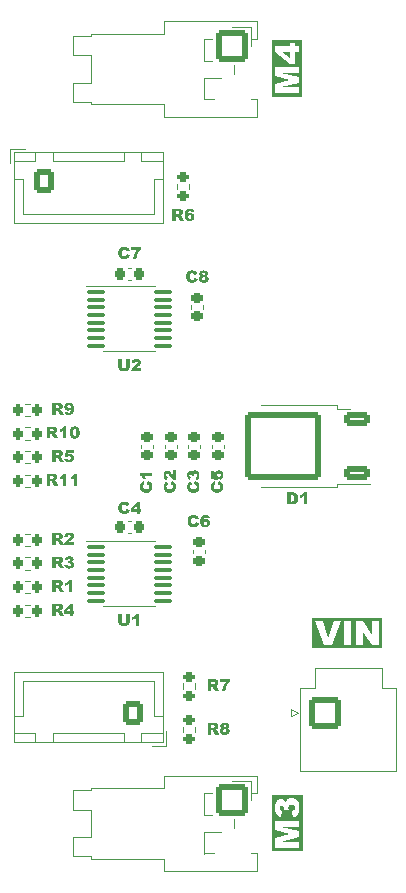
<source format=gbr>
%TF.GenerationSoftware,KiCad,Pcbnew,7.0.6*%
%TF.CreationDate,2024-02-11T22:16:59+09:00*%
%TF.ProjectId,MotorDriver_Right_DRV8874_20240206,4d6f746f-7244-4726-9976-65725f526967,rev?*%
%TF.SameCoordinates,Original*%
%TF.FileFunction,Legend,Top*%
%TF.FilePolarity,Positive*%
%FSLAX46Y46*%
G04 Gerber Fmt 4.6, Leading zero omitted, Abs format (unit mm)*
G04 Created by KiCad (PCBNEW 7.0.6) date 2024-02-11 22:16:59*
%MOMM*%
%LPD*%
G01*
G04 APERTURE LIST*
G04 Aperture macros list*
%AMRoundRect*
0 Rectangle with rounded corners*
0 $1 Rounding radius*
0 $2 $3 $4 $5 $6 $7 $8 $9 X,Y pos of 4 corners*
0 Add a 4 corners polygon primitive as box body*
4,1,4,$2,$3,$4,$5,$6,$7,$8,$9,$2,$3,0*
0 Add four circle primitives for the rounded corners*
1,1,$1+$1,$2,$3*
1,1,$1+$1,$4,$5*
1,1,$1+$1,$6,$7*
1,1,$1+$1,$8,$9*
0 Add four rect primitives between the rounded corners*
20,1,$1+$1,$2,$3,$4,$5,0*
20,1,$1+$1,$4,$5,$6,$7,0*
20,1,$1+$1,$6,$7,$8,$9,0*
20,1,$1+$1,$8,$9,$2,$3,0*%
G04 Aperture macros list end*
%ADD10C,0.150000*%
%ADD11C,0.120000*%
%ADD12O,1.700000X1.950000*%
%ADD13RoundRect,0.250000X0.600000X0.725000X-0.600000X0.725000X-0.600000X-0.725000X0.600000X-0.725000X0*%
%ADD14RoundRect,0.225000X0.250000X-0.225000X0.250000X0.225000X-0.250000X0.225000X-0.250000X-0.225000X0*%
%ADD15RoundRect,0.200000X0.275000X-0.200000X0.275000X0.200000X-0.275000X0.200000X-0.275000X-0.200000X0*%
%ADD16C,2.700000*%
%ADD17RoundRect,0.250001X-1.099999X1.099999X-1.099999X-1.099999X1.099999X-1.099999X1.099999X1.099999X0*%
%ADD18RoundRect,0.200000X0.200000X0.275000X-0.200000X0.275000X-0.200000X-0.275000X0.200000X-0.275000X0*%
%ADD19RoundRect,0.250000X-0.600000X-0.725000X0.600000X-0.725000X0.600000X0.725000X-0.600000X0.725000X0*%
%ADD20RoundRect,0.200000X-0.200000X-0.275000X0.200000X-0.275000X0.200000X0.275000X-0.200000X0.275000X0*%
%ADD21RoundRect,0.225000X0.225000X0.250000X-0.225000X0.250000X-0.225000X-0.250000X0.225000X-0.250000X0*%
%ADD22C,3.200000*%
%ADD23R,2.460000X2.310000*%
%ADD24RoundRect,0.100000X-0.687500X-0.100000X0.687500X-0.100000X0.687500X0.100000X-0.687500X0.100000X0*%
%ADD25RoundRect,0.250001X-1.099999X-1.099999X1.099999X-1.099999X1.099999X1.099999X-1.099999X1.099999X0*%
%ADD26RoundRect,0.250000X0.850000X0.350000X-0.850000X0.350000X-0.850000X-0.350000X0.850000X-0.350000X0*%
%ADD27RoundRect,0.249997X2.950003X2.650003X-2.950003X2.650003X-2.950003X-2.650003X2.950003X-2.650003X0*%
G04 APERTURE END LIST*
D10*
G36*
X108475341Y-60291079D02*
G01*
X108747916Y-60369970D01*
X108744372Y-60384020D01*
X108740581Y-60397779D01*
X108736541Y-60411246D01*
X108732254Y-60424421D01*
X108727718Y-60437304D01*
X108722934Y-60449894D01*
X108717902Y-60462193D01*
X108712623Y-60474200D01*
X108707095Y-60485916D01*
X108701319Y-60497339D01*
X108695295Y-60508470D01*
X108689023Y-60519309D01*
X108682502Y-60529856D01*
X108675734Y-60540112D01*
X108668718Y-60550075D01*
X108661454Y-60559747D01*
X108653954Y-60569096D01*
X108646230Y-60578156D01*
X108638284Y-60586926D01*
X108630114Y-60595406D01*
X108621721Y-60603596D01*
X108613105Y-60611495D01*
X108604266Y-60619105D01*
X108595203Y-60626425D01*
X108585917Y-60633454D01*
X108576408Y-60640194D01*
X108566675Y-60646644D01*
X108556719Y-60652803D01*
X108546540Y-60658673D01*
X108536138Y-60664252D01*
X108525512Y-60669541D01*
X108514664Y-60674541D01*
X108503547Y-60679214D01*
X108492056Y-60683585D01*
X108480191Y-60687655D01*
X108467952Y-60691424D01*
X108455339Y-60694891D01*
X108442353Y-60698057D01*
X108428992Y-60700921D01*
X108415257Y-60703483D01*
X108401148Y-60705745D01*
X108386665Y-60707704D01*
X108371808Y-60709362D01*
X108356578Y-60710719D01*
X108340973Y-60711774D01*
X108324994Y-60712528D01*
X108308641Y-60712980D01*
X108291914Y-60713131D01*
X108281715Y-60713085D01*
X108271633Y-60712947D01*
X108261668Y-60712717D01*
X108251820Y-60712394D01*
X108232477Y-60711474D01*
X108213604Y-60710185D01*
X108195200Y-60708528D01*
X108177265Y-60706502D01*
X108159800Y-60704108D01*
X108142804Y-60701346D01*
X108126277Y-60698216D01*
X108110220Y-60694717D01*
X108094633Y-60690851D01*
X108079515Y-60686615D01*
X108064866Y-60682012D01*
X108050686Y-60677040D01*
X108036976Y-60671700D01*
X108023736Y-60665992D01*
X108010840Y-60659790D01*
X107998166Y-60653028D01*
X107985714Y-60645708D01*
X107973483Y-60637828D01*
X107961473Y-60629389D01*
X107949684Y-60620391D01*
X107938117Y-60610834D01*
X107926771Y-60600718D01*
X107915647Y-60590043D01*
X107904744Y-60578809D01*
X107894062Y-60567016D01*
X107883601Y-60554663D01*
X107873362Y-60541752D01*
X107863344Y-60528281D01*
X107853548Y-60514252D01*
X107843973Y-60499663D01*
X107834834Y-60484504D01*
X107826284Y-60468827D01*
X107818324Y-60452631D01*
X107810954Y-60435915D01*
X107804174Y-60418681D01*
X107797983Y-60400928D01*
X107792381Y-60382655D01*
X107787370Y-60363864D01*
X107785085Y-60354273D01*
X107782947Y-60344553D01*
X107780957Y-60334703D01*
X107779115Y-60324724D01*
X107777420Y-60314614D01*
X107775872Y-60304375D01*
X107774472Y-60294007D01*
X107773219Y-60283508D01*
X107772113Y-60272879D01*
X107771155Y-60262121D01*
X107770344Y-60251233D01*
X107769681Y-60240216D01*
X107769165Y-60229068D01*
X107768797Y-60217791D01*
X107768575Y-60206384D01*
X107768502Y-60194848D01*
X107768632Y-60179496D01*
X107769021Y-60164368D01*
X107769670Y-60149464D01*
X107770578Y-60134783D01*
X107771746Y-60120326D01*
X107773173Y-60106093D01*
X107774860Y-60092084D01*
X107776806Y-60078298D01*
X107779012Y-60064736D01*
X107781477Y-60051398D01*
X107784202Y-60038284D01*
X107787186Y-60025393D01*
X107790430Y-60012726D01*
X107793934Y-60000283D01*
X107797696Y-59988063D01*
X107801719Y-59976067D01*
X107806001Y-59964295D01*
X107810542Y-59952747D01*
X107815343Y-59941422D01*
X107820403Y-59930321D01*
X107825723Y-59919444D01*
X107831303Y-59908791D01*
X107837142Y-59898361D01*
X107843240Y-59888155D01*
X107849598Y-59878173D01*
X107856216Y-59868414D01*
X107863092Y-59858880D01*
X107870229Y-59849568D01*
X107877625Y-59840481D01*
X107885280Y-59831618D01*
X107893195Y-59822978D01*
X107901370Y-59814562D01*
X107909782Y-59806372D01*
X107918410Y-59798443D01*
X107927253Y-59790773D01*
X107936312Y-59783363D01*
X107945586Y-59776214D01*
X107955077Y-59769324D01*
X107964782Y-59762695D01*
X107974704Y-59756325D01*
X107984841Y-59750215D01*
X107995194Y-59744366D01*
X108005762Y-59738776D01*
X108016546Y-59733446D01*
X108027545Y-59728377D01*
X108038760Y-59723567D01*
X108050191Y-59719017D01*
X108061837Y-59714727D01*
X108073699Y-59710698D01*
X108085777Y-59706928D01*
X108098070Y-59703418D01*
X108110579Y-59700168D01*
X108123304Y-59697178D01*
X108136244Y-59694449D01*
X108149399Y-59691979D01*
X108162771Y-59689769D01*
X108176358Y-59687819D01*
X108190160Y-59686129D01*
X108204179Y-59684699D01*
X108218412Y-59683529D01*
X108232862Y-59682619D01*
X108247527Y-59681969D01*
X108262408Y-59681579D01*
X108277504Y-59681449D01*
X108289316Y-59681525D01*
X108300968Y-59681751D01*
X108312462Y-59682128D01*
X108323796Y-59682655D01*
X108334970Y-59683334D01*
X108345985Y-59684163D01*
X108356841Y-59685142D01*
X108367538Y-59686273D01*
X108378075Y-59687554D01*
X108388453Y-59688986D01*
X108398672Y-59690569D01*
X108408731Y-59692303D01*
X108418631Y-59694187D01*
X108428372Y-59696222D01*
X108437953Y-59698408D01*
X108456637Y-59703232D01*
X108474685Y-59708658D01*
X108492095Y-59714688D01*
X108508867Y-59721321D01*
X108525003Y-59728557D01*
X108540500Y-59736395D01*
X108555361Y-59744837D01*
X108569584Y-59753882D01*
X108576457Y-59758630D01*
X108589855Y-59768601D01*
X108602816Y-59779219D01*
X108615340Y-59790484D01*
X108627428Y-59802395D01*
X108639078Y-59814954D01*
X108650291Y-59828159D01*
X108661067Y-59842011D01*
X108671407Y-59856510D01*
X108681309Y-59871656D01*
X108690774Y-59887449D01*
X108699803Y-59903889D01*
X108708394Y-59920975D01*
X108716549Y-59938709D01*
X108720462Y-59947818D01*
X108724266Y-59957089D01*
X108727961Y-59966521D01*
X108731547Y-59976116D01*
X108735023Y-59985872D01*
X108738390Y-59995790D01*
X108463617Y-60056606D01*
X108459991Y-60045570D01*
X108456320Y-60035296D01*
X108452603Y-60025786D01*
X108447892Y-60014971D01*
X108443110Y-60005350D01*
X108437277Y-59995378D01*
X108433331Y-59989684D01*
X108426614Y-59981086D01*
X108419531Y-59972999D01*
X108412082Y-59965424D01*
X108404266Y-59958360D01*
X108396084Y-59951807D01*
X108387535Y-59945766D01*
X108378620Y-59940236D01*
X108369339Y-59935218D01*
X108359795Y-59930695D01*
X108349968Y-59926776D01*
X108339858Y-59923460D01*
X108329467Y-59920746D01*
X108318792Y-59918636D01*
X108307836Y-59917128D01*
X108296597Y-59916224D01*
X108285075Y-59915922D01*
X108272048Y-59916248D01*
X108259407Y-59917224D01*
X108247151Y-59918850D01*
X108235280Y-59921128D01*
X108223795Y-59924056D01*
X108212696Y-59927635D01*
X108201981Y-59931864D01*
X108191653Y-59936744D01*
X108181709Y-59942275D01*
X108172151Y-59948456D01*
X108162979Y-59955288D01*
X108154192Y-59962771D01*
X108145790Y-59970905D01*
X108137774Y-59979689D01*
X108130143Y-59989124D01*
X108122898Y-59999209D01*
X108115303Y-60011416D01*
X108110655Y-60020243D01*
X108106339Y-60029621D01*
X108102355Y-60039551D01*
X108098702Y-60050033D01*
X108095382Y-60061066D01*
X108092394Y-60072650D01*
X108089738Y-60084786D01*
X108087414Y-60097473D01*
X108085422Y-60110712D01*
X108083762Y-60124502D01*
X108082434Y-60138844D01*
X108081437Y-60153737D01*
X108080773Y-60169181D01*
X108080441Y-60185177D01*
X108080400Y-60193382D01*
X108080450Y-60203510D01*
X108080598Y-60213436D01*
X108081194Y-60232686D01*
X108082186Y-60251133D01*
X108083575Y-60268777D01*
X108085361Y-60285617D01*
X108087544Y-60301654D01*
X108090124Y-60316888D01*
X108093101Y-60331318D01*
X108096474Y-60344945D01*
X108100245Y-60357769D01*
X108104412Y-60369790D01*
X108108976Y-60381007D01*
X108113938Y-60391420D01*
X108119296Y-60401031D01*
X108125051Y-60409838D01*
X108131202Y-60417841D01*
X108137714Y-60425206D01*
X108148086Y-60435362D01*
X108159183Y-60444449D01*
X108171007Y-60452466D01*
X108183555Y-60459415D01*
X108196830Y-60465295D01*
X108206082Y-60468621D01*
X108215657Y-60471472D01*
X108225555Y-60473847D01*
X108235775Y-60475748D01*
X108246317Y-60477173D01*
X108257182Y-60478123D01*
X108268370Y-60478599D01*
X108274084Y-60478658D01*
X108285088Y-60478471D01*
X108295750Y-60477910D01*
X108306070Y-60476975D01*
X108316048Y-60475666D01*
X108325686Y-60473983D01*
X108339501Y-60470757D01*
X108352548Y-60466690D01*
X108364826Y-60461781D01*
X108376335Y-60456031D01*
X108387077Y-60449439D01*
X108397049Y-60442006D01*
X108406254Y-60433732D01*
X108409151Y-60430786D01*
X108417493Y-60421382D01*
X108425394Y-60411214D01*
X108432852Y-60400282D01*
X108439868Y-60388586D01*
X108446442Y-60376125D01*
X108452574Y-60362900D01*
X108456416Y-60353659D01*
X108460061Y-60344078D01*
X108463510Y-60334158D01*
X108466763Y-60323898D01*
X108469818Y-60313298D01*
X108472678Y-60302358D01*
X108475341Y-60291079D01*
G37*
G36*
X109255517Y-59681522D02*
G01*
X109267832Y-59681741D01*
X109279941Y-59682106D01*
X109291844Y-59682617D01*
X109303541Y-59683274D01*
X109315032Y-59684077D01*
X109326317Y-59685026D01*
X109337396Y-59686120D01*
X109348268Y-59687361D01*
X109358935Y-59688748D01*
X109369395Y-59690281D01*
X109379650Y-59691959D01*
X109389698Y-59693784D01*
X109399540Y-59695755D01*
X109409176Y-59697871D01*
X109427830Y-59702542D01*
X109445660Y-59707797D01*
X109462666Y-59713636D01*
X109478847Y-59720059D01*
X109494203Y-59727066D01*
X109508736Y-59734657D01*
X109522444Y-59742831D01*
X109535328Y-59751589D01*
X109541461Y-59756188D01*
X109553143Y-59765650D01*
X109564072Y-59775414D01*
X109574247Y-59785480D01*
X109583669Y-59795846D01*
X109592337Y-59806515D01*
X109600251Y-59817485D01*
X109607411Y-59828756D01*
X109613818Y-59840329D01*
X109619470Y-59852204D01*
X109624370Y-59864380D01*
X109628515Y-59876857D01*
X109631907Y-59889636D01*
X109634545Y-59902716D01*
X109636429Y-59916098D01*
X109637560Y-59929781D01*
X109637937Y-59943766D01*
X109637597Y-59956056D01*
X109636580Y-59968195D01*
X109634884Y-59980184D01*
X109632510Y-59992023D01*
X109629457Y-60003712D01*
X109625726Y-60015250D01*
X109621317Y-60026638D01*
X109616229Y-60037876D01*
X109610464Y-60048963D01*
X109604019Y-60059901D01*
X109599346Y-60067109D01*
X109593653Y-60075056D01*
X109587379Y-60082960D01*
X109580526Y-60090821D01*
X109573094Y-60098639D01*
X109565082Y-60106414D01*
X109556490Y-60114146D01*
X109547319Y-60121836D01*
X109537568Y-60129482D01*
X109527238Y-60137086D01*
X109516327Y-60144646D01*
X109508732Y-60149663D01*
X109518797Y-60154709D01*
X109528535Y-60159955D01*
X109537947Y-60165402D01*
X109547032Y-60171049D01*
X109555792Y-60176897D01*
X109564225Y-60182945D01*
X109572332Y-60189193D01*
X109580112Y-60195642D01*
X109587566Y-60202290D01*
X109594694Y-60209140D01*
X109601496Y-60216189D01*
X109611086Y-60227140D01*
X109619943Y-60238540D01*
X109628065Y-60250392D01*
X109630609Y-60254443D01*
X109637811Y-60266749D01*
X109644305Y-60279304D01*
X109650090Y-60292108D01*
X109655167Y-60305162D01*
X109659536Y-60318464D01*
X109663196Y-60332015D01*
X109666147Y-60345815D01*
X109668391Y-60359864D01*
X109669925Y-60374163D01*
X109670752Y-60388710D01*
X109670909Y-60398546D01*
X109670605Y-60412746D01*
X109669690Y-60426771D01*
X109668166Y-60440619D01*
X109666032Y-60454291D01*
X109663289Y-60467787D01*
X109659936Y-60481107D01*
X109655973Y-60494251D01*
X109651400Y-60507219D01*
X109646218Y-60520011D01*
X109640427Y-60532627D01*
X109636227Y-60540940D01*
X109629584Y-60553086D01*
X109622663Y-60564705D01*
X109615462Y-60575795D01*
X109607982Y-60586358D01*
X109600224Y-60596392D01*
X109592186Y-60605898D01*
X109583869Y-60614876D01*
X109575273Y-60623326D01*
X109566398Y-60631248D01*
X109557244Y-60638642D01*
X109550986Y-60643278D01*
X109541290Y-60649844D01*
X109531159Y-60656080D01*
X109520596Y-60661986D01*
X109509598Y-60667561D01*
X109498167Y-60672805D01*
X109486303Y-60677719D01*
X109474005Y-60682302D01*
X109461273Y-60686554D01*
X109448107Y-60690476D01*
X109434508Y-60694068D01*
X109425201Y-60696278D01*
X109411010Y-60699290D01*
X109396648Y-60702006D01*
X109386977Y-60703651D01*
X109377230Y-60705165D01*
X109367407Y-60706548D01*
X109357508Y-60707799D01*
X109347532Y-60708918D01*
X109337480Y-60709905D01*
X109327351Y-60710761D01*
X109317146Y-60711485D01*
X109306865Y-60712078D01*
X109296508Y-60712539D01*
X109286074Y-60712868D01*
X109275564Y-60713065D01*
X109264978Y-60713131D01*
X109255038Y-60713094D01*
X109245246Y-60712982D01*
X109226105Y-60712536D01*
X109207556Y-60711792D01*
X109189598Y-60710750D01*
X109172232Y-60709410D01*
X109155458Y-60707773D01*
X109139275Y-60705838D01*
X109123683Y-60703606D01*
X109108683Y-60701075D01*
X109094275Y-60698247D01*
X109080458Y-60695122D01*
X109067233Y-60691699D01*
X109054599Y-60687978D01*
X109042556Y-60683959D01*
X109031106Y-60679643D01*
X109020246Y-60675029D01*
X109009841Y-60670126D01*
X108999753Y-60664943D01*
X108989981Y-60659479D01*
X108980526Y-60653734D01*
X108971388Y-60647709D01*
X108962567Y-60641404D01*
X108954062Y-60634818D01*
X108945874Y-60627951D01*
X108938003Y-60620804D01*
X108930449Y-60613377D01*
X108923211Y-60605669D01*
X108916291Y-60597681D01*
X108909686Y-60589412D01*
X108903399Y-60580862D01*
X108897428Y-60572032D01*
X108891775Y-60562922D01*
X108886451Y-60553573D01*
X108881471Y-60544088D01*
X108876834Y-60534468D01*
X108872541Y-60524713D01*
X108868591Y-60514822D01*
X108864984Y-60504796D01*
X108861721Y-60494634D01*
X108858802Y-60484337D01*
X108856226Y-60473904D01*
X108853993Y-60463335D01*
X108852104Y-60452632D01*
X108850559Y-60441793D01*
X108849357Y-60430818D01*
X108848498Y-60419708D01*
X108847983Y-60408462D01*
X108847811Y-60397081D01*
X108847971Y-60386014D01*
X108847989Y-60385601D01*
X109126736Y-60385601D01*
X109127093Y-60396947D01*
X109128162Y-60407901D01*
X109129943Y-60418465D01*
X109132438Y-60428638D01*
X109135645Y-60438420D01*
X109139565Y-60447812D01*
X109144197Y-60456813D01*
X109149542Y-60465423D01*
X109155600Y-60473643D01*
X109162371Y-60481471D01*
X109167281Y-60486474D01*
X109174986Y-60493457D01*
X109182897Y-60499754D01*
X109191014Y-60505364D01*
X109202158Y-60511776D01*
X109213668Y-60516966D01*
X109225544Y-60520935D01*
X109237787Y-60523683D01*
X109250396Y-60525209D01*
X109260093Y-60525553D01*
X109272450Y-60524930D01*
X109284487Y-60523064D01*
X109296203Y-60519954D01*
X109307598Y-60515600D01*
X109318673Y-60510001D01*
X109329427Y-60503159D01*
X109337283Y-60497210D01*
X109344958Y-60490562D01*
X109349974Y-60485741D01*
X109357089Y-60478090D01*
X109363504Y-60470065D01*
X109369219Y-60461666D01*
X109374234Y-60452894D01*
X109378550Y-60443749D01*
X109382166Y-60434230D01*
X109385082Y-60424337D01*
X109387298Y-60414071D01*
X109388814Y-60403431D01*
X109389630Y-60392418D01*
X109389786Y-60384869D01*
X109389432Y-60373480D01*
X109388369Y-60362486D01*
X109386598Y-60351887D01*
X109384119Y-60341683D01*
X109380931Y-60331875D01*
X109377035Y-60322461D01*
X109372430Y-60313442D01*
X109367117Y-60304818D01*
X109361096Y-60296589D01*
X109354366Y-60288755D01*
X109349486Y-60283752D01*
X109341862Y-60276681D01*
X109334010Y-60270305D01*
X109325930Y-60264625D01*
X109314804Y-60258134D01*
X109303273Y-60252879D01*
X109291338Y-60248860D01*
X109278998Y-60246078D01*
X109266253Y-60244533D01*
X109256429Y-60244185D01*
X109243629Y-60244784D01*
X109231242Y-60246581D01*
X109219266Y-60249577D01*
X109207703Y-60253771D01*
X109196552Y-60259164D01*
X109185813Y-60265754D01*
X109175486Y-60273544D01*
X109168011Y-60280172D01*
X109165571Y-60282531D01*
X109158631Y-60289911D01*
X109152373Y-60297764D01*
X109146798Y-60306088D01*
X109141906Y-60314885D01*
X109137696Y-60324155D01*
X109134169Y-60333896D01*
X109131325Y-60344110D01*
X109129163Y-60354796D01*
X109127684Y-60365955D01*
X109126888Y-60377585D01*
X109126736Y-60385601D01*
X108847989Y-60385601D01*
X108848452Y-60375160D01*
X108849253Y-60364520D01*
X108850375Y-60354094D01*
X108851818Y-60343882D01*
X108853581Y-60333883D01*
X108855665Y-60324098D01*
X108858069Y-60314527D01*
X108862277Y-60300571D01*
X108867205Y-60287095D01*
X108872855Y-60274101D01*
X108879227Y-60261587D01*
X108886319Y-60249554D01*
X108888844Y-60245650D01*
X108896976Y-60234265D01*
X108905894Y-60223374D01*
X108915598Y-60212976D01*
X108926087Y-60203072D01*
X108937362Y-60193662D01*
X108945315Y-60187662D01*
X108953617Y-60181883D01*
X108962269Y-60176322D01*
X108971270Y-60170981D01*
X108980620Y-60165860D01*
X108990319Y-60160958D01*
X109000367Y-60156275D01*
X109010765Y-60151812D01*
X109016094Y-60149663D01*
X109004045Y-60143226D01*
X108992627Y-60136648D01*
X108981840Y-60129928D01*
X108971684Y-60123067D01*
X108962159Y-60116064D01*
X108953266Y-60108919D01*
X108945003Y-60101633D01*
X108937372Y-60094204D01*
X108930371Y-60086635D01*
X108924002Y-60078923D01*
X108920107Y-60073703D01*
X108912730Y-60062833D01*
X108906079Y-60051653D01*
X108900154Y-60040164D01*
X108894954Y-60028366D01*
X108890479Y-60016258D01*
X108886730Y-60003842D01*
X108883707Y-59991117D01*
X108881410Y-59978082D01*
X108879838Y-59964739D01*
X108879688Y-59962329D01*
X109141879Y-59962329D01*
X109142387Y-59972640D01*
X109143910Y-59982448D01*
X109147241Y-59993999D01*
X109152158Y-60004764D01*
X109158661Y-60014741D01*
X109166750Y-60023931D01*
X109174364Y-60030717D01*
X109182882Y-60036784D01*
X109192071Y-60042043D01*
X109201933Y-60046493D01*
X109212466Y-60050134D01*
X109223670Y-60052966D01*
X109235546Y-60054988D01*
X109248094Y-60056202D01*
X109257946Y-60056581D01*
X109261314Y-60056606D01*
X109273072Y-60056206D01*
X109284288Y-60055003D01*
X109294962Y-60053000D01*
X109305095Y-60050195D01*
X109314685Y-60046588D01*
X109323733Y-60042181D01*
X109332240Y-60036971D01*
X109340205Y-60030961D01*
X109347475Y-60024313D01*
X109355199Y-60015337D01*
X109361409Y-60005622D01*
X109366104Y-59995168D01*
X109369285Y-59983975D01*
X109370951Y-59972041D01*
X109371223Y-59964527D01*
X109370720Y-59954154D01*
X109369208Y-59944285D01*
X109365902Y-59932657D01*
X109361022Y-59921817D01*
X109354568Y-59911763D01*
X109348271Y-59904287D01*
X109340967Y-59897315D01*
X109338983Y-59895650D01*
X109330641Y-59889411D01*
X109321734Y-59884003D01*
X109312262Y-59879427D01*
X109302225Y-59875683D01*
X109291623Y-59872772D01*
X109280457Y-59870692D01*
X109268725Y-59869444D01*
X109256429Y-59869028D01*
X109244022Y-59869436D01*
X109232203Y-59870661D01*
X109220972Y-59872703D01*
X109210328Y-59875561D01*
X109200272Y-59879236D01*
X109190804Y-59883728D01*
X109181924Y-59889037D01*
X109173631Y-59895162D01*
X109166189Y-59901875D01*
X109158282Y-59910942D01*
X109151926Y-59920760D01*
X109147120Y-59931330D01*
X109143864Y-59942652D01*
X109142158Y-59954724D01*
X109141879Y-59962329D01*
X108879688Y-59962329D01*
X108878991Y-59951086D01*
X108878830Y-59941812D01*
X108879294Y-59926660D01*
X108880688Y-59911858D01*
X108883011Y-59897405D01*
X108886264Y-59883301D01*
X108890446Y-59869546D01*
X108895557Y-59856140D01*
X108901597Y-59843084D01*
X108908566Y-59830376D01*
X108916465Y-59818018D01*
X108925293Y-59806009D01*
X108935050Y-59794350D01*
X108945737Y-59783039D01*
X108957353Y-59772078D01*
X108969898Y-59761466D01*
X108983372Y-59751203D01*
X108997776Y-59741289D01*
X109009582Y-59734043D01*
X109021857Y-59727264D01*
X109034601Y-59720953D01*
X109047815Y-59715109D01*
X109061499Y-59709733D01*
X109075651Y-59704824D01*
X109090273Y-59700383D01*
X109105365Y-59696409D01*
X109120926Y-59692903D01*
X109136956Y-59689864D01*
X109153456Y-59687293D01*
X109170425Y-59685189D01*
X109187864Y-59683553D01*
X109205772Y-59682384D01*
X109224149Y-59681683D01*
X109242996Y-59681449D01*
X109255517Y-59681522D01*
G37*
G36*
X110132851Y-94302177D02*
G01*
X110150096Y-94302466D01*
X110166808Y-94302948D01*
X110182988Y-94303623D01*
X110198636Y-94304490D01*
X110213752Y-94305550D01*
X110228335Y-94306803D01*
X110242385Y-94308248D01*
X110255904Y-94309886D01*
X110268889Y-94311717D01*
X110281343Y-94313741D01*
X110293264Y-94315957D01*
X110304653Y-94318366D01*
X110315509Y-94320968D01*
X110325833Y-94323762D01*
X110335625Y-94326749D01*
X110345035Y-94329967D01*
X110354214Y-94333516D01*
X110367550Y-94339457D01*
X110380366Y-94346141D01*
X110392663Y-94353568D01*
X110404440Y-94361737D01*
X110415698Y-94370649D01*
X110426437Y-94380304D01*
X110436655Y-94390702D01*
X110443179Y-94398047D01*
X110449472Y-94405721D01*
X110455535Y-94413726D01*
X110458479Y-94417852D01*
X110464158Y-94426270D01*
X110469470Y-94434915D01*
X110474416Y-94443786D01*
X110478996Y-94452885D01*
X110483209Y-94462212D01*
X110487056Y-94471765D01*
X110490536Y-94481545D01*
X110493650Y-94491552D01*
X110496398Y-94501787D01*
X110498779Y-94512248D01*
X110500794Y-94522936D01*
X110502443Y-94533852D01*
X110503725Y-94544995D01*
X110504641Y-94556364D01*
X110505191Y-94567961D01*
X110505374Y-94579785D01*
X110505233Y-94590106D01*
X110504813Y-94600248D01*
X110504112Y-94610210D01*
X110503130Y-94619993D01*
X110501131Y-94634332D01*
X110498502Y-94648266D01*
X110495241Y-94661798D01*
X110491349Y-94674925D01*
X110486826Y-94687649D01*
X110481672Y-94699970D01*
X110475886Y-94711886D01*
X110469470Y-94723400D01*
X110462548Y-94734512D01*
X110455153Y-94745224D01*
X110447286Y-94755537D01*
X110438947Y-94765451D01*
X110430136Y-94774966D01*
X110420852Y-94784082D01*
X110411096Y-94792798D01*
X110400868Y-94801115D01*
X110390168Y-94809032D01*
X110378995Y-94816551D01*
X110371284Y-94821341D01*
X110360870Y-94827195D01*
X110349532Y-94832790D01*
X110340422Y-94836816D01*
X110330793Y-94840695D01*
X110320644Y-94844429D01*
X110309976Y-94848017D01*
X110298788Y-94851459D01*
X110287081Y-94854755D01*
X110274854Y-94857905D01*
X110262108Y-94860908D01*
X110272283Y-94864433D01*
X110281926Y-94867952D01*
X110293955Y-94872639D01*
X110305037Y-94877318D01*
X110315173Y-94881989D01*
X110324363Y-94886652D01*
X110334519Y-94892471D01*
X110343196Y-94898278D01*
X110351413Y-94905190D01*
X110359627Y-94913273D01*
X110367299Y-94921530D01*
X110373978Y-94929132D01*
X110381137Y-94937620D01*
X110388777Y-94946993D01*
X110392778Y-94952011D01*
X110400620Y-94961918D01*
X110407783Y-94971245D01*
X110414267Y-94979992D01*
X110420072Y-94988159D01*
X110426372Y-94997552D01*
X110431611Y-95006038D01*
X110436497Y-95015026D01*
X110586951Y-95302500D01*
X110235241Y-95302500D01*
X110069156Y-94996463D01*
X110063265Y-94985700D01*
X110057498Y-94975666D01*
X110051856Y-94966363D01*
X110046338Y-94957789D01*
X110039175Y-94947493D01*
X110032233Y-94938494D01*
X110025513Y-94930792D01*
X110017424Y-94922990D01*
X110012736Y-94919282D01*
X110004172Y-94913844D01*
X109995334Y-94909131D01*
X109986220Y-94905143D01*
X109976832Y-94901880D01*
X109967169Y-94899342D01*
X109957232Y-94897530D01*
X109947019Y-94896442D01*
X109936532Y-94896079D01*
X109908933Y-94896079D01*
X109908933Y-95302500D01*
X109596546Y-95302500D01*
X109596546Y-94505291D01*
X109908933Y-94505291D01*
X109908933Y-94708501D01*
X110040091Y-94708501D01*
X110051388Y-94707846D01*
X110061775Y-94706577D01*
X110071476Y-94705081D01*
X110082414Y-94703158D01*
X110094588Y-94700807D01*
X110104530Y-94698764D01*
X110115167Y-94696480D01*
X110122645Y-94694823D01*
X110133874Y-94691864D01*
X110144295Y-94687565D01*
X110153909Y-94681926D01*
X110162716Y-94674948D01*
X110170716Y-94666630D01*
X110173203Y-94663560D01*
X110178833Y-94655443D01*
X110184328Y-94645231D01*
X110188450Y-94634503D01*
X110191197Y-94623261D01*
X110192438Y-94613498D01*
X110192743Y-94605430D01*
X110192258Y-94593691D01*
X110190804Y-94582655D01*
X110188381Y-94572320D01*
X110184988Y-94562688D01*
X110180626Y-94553758D01*
X110175295Y-94545530D01*
X110168994Y-94538004D01*
X110161724Y-94531181D01*
X110153179Y-94525113D01*
X110142933Y-94519854D01*
X110130984Y-94515404D01*
X110120905Y-94512598D01*
X110109869Y-94510246D01*
X110097876Y-94508350D01*
X110084925Y-94506909D01*
X110071017Y-94505923D01*
X110061213Y-94505518D01*
X110050983Y-94505316D01*
X110045709Y-94505291D01*
X109908933Y-94505291D01*
X109596546Y-94505291D01*
X109596546Y-94302081D01*
X110115074Y-94302081D01*
X110132851Y-94302177D01*
G37*
G36*
X110640196Y-94302081D02*
G01*
X111456944Y-94302081D01*
X111456944Y-94489415D01*
X111443770Y-94501414D01*
X111430871Y-94513538D01*
X111418247Y-94525785D01*
X111405897Y-94538157D01*
X111393822Y-94550652D01*
X111382022Y-94563272D01*
X111370497Y-94576015D01*
X111359247Y-94588883D01*
X111348271Y-94601875D01*
X111337570Y-94614990D01*
X111327144Y-94628230D01*
X111316993Y-94641594D01*
X111307116Y-94655081D01*
X111297514Y-94668693D01*
X111288187Y-94682429D01*
X111279135Y-94696289D01*
X111273767Y-94704761D01*
X111268469Y-94713293D01*
X111263241Y-94721886D01*
X111258084Y-94730540D01*
X111252998Y-94739254D01*
X111247983Y-94748029D01*
X111243038Y-94756865D01*
X111238163Y-94765761D01*
X111233360Y-94774717D01*
X111228626Y-94783734D01*
X111223964Y-94792812D01*
X111219372Y-94801950D01*
X111214851Y-94811149D01*
X111210400Y-94820409D01*
X111206020Y-94829729D01*
X111201710Y-94839110D01*
X111197471Y-94848551D01*
X111193303Y-94858053D01*
X111189205Y-94867615D01*
X111185178Y-94877238D01*
X111181221Y-94886922D01*
X111177335Y-94896666D01*
X111173520Y-94906471D01*
X111169775Y-94916336D01*
X111166101Y-94926262D01*
X111162498Y-94936249D01*
X111158965Y-94946296D01*
X111155502Y-94956404D01*
X111152111Y-94966572D01*
X111148790Y-94976801D01*
X111145539Y-94987090D01*
X111142359Y-94997440D01*
X111137485Y-95013744D01*
X111132815Y-95030417D01*
X111128349Y-95047457D01*
X111124087Y-95064866D01*
X111120029Y-95082644D01*
X111116175Y-95100789D01*
X111112526Y-95119303D01*
X111109081Y-95138185D01*
X111105840Y-95157435D01*
X111104296Y-95167199D01*
X111102803Y-95177054D01*
X111101361Y-95187001D01*
X111099971Y-95197041D01*
X111098631Y-95207173D01*
X111097342Y-95217396D01*
X111096104Y-95227712D01*
X111094918Y-95238120D01*
X111093782Y-95248619D01*
X111092698Y-95259211D01*
X111091664Y-95269895D01*
X111090682Y-95280671D01*
X111089750Y-95291539D01*
X111088870Y-95302500D01*
X110809945Y-95302500D01*
X110812042Y-95287266D01*
X110814213Y-95272187D01*
X110816458Y-95257262D01*
X110818775Y-95242492D01*
X110821167Y-95227877D01*
X110823632Y-95213416D01*
X110826170Y-95199109D01*
X110828782Y-95184958D01*
X110831467Y-95170960D01*
X110834226Y-95157118D01*
X110837058Y-95143430D01*
X110839964Y-95129896D01*
X110842943Y-95116517D01*
X110845995Y-95103293D01*
X110849121Y-95090223D01*
X110852321Y-95077308D01*
X110855594Y-95064547D01*
X110858940Y-95051941D01*
X110862360Y-95039489D01*
X110865853Y-95027192D01*
X110869420Y-95015050D01*
X110873060Y-95003062D01*
X110876774Y-94991228D01*
X110880561Y-94979549D01*
X110884422Y-94968025D01*
X110888356Y-94956655D01*
X110892364Y-94945440D01*
X110896445Y-94934380D01*
X110900599Y-94923474D01*
X110904827Y-94912722D01*
X110909129Y-94902125D01*
X110913504Y-94891683D01*
X110918011Y-94881280D01*
X110922679Y-94870833D01*
X110927508Y-94860340D01*
X110932497Y-94849803D01*
X110937648Y-94839221D01*
X110942959Y-94828594D01*
X110948431Y-94817922D01*
X110954063Y-94807206D01*
X110959856Y-94796444D01*
X110965811Y-94785638D01*
X110971926Y-94774787D01*
X110978201Y-94763891D01*
X110984638Y-94752950D01*
X110991235Y-94741964D01*
X110997993Y-94730934D01*
X111004911Y-94719858D01*
X111011991Y-94708738D01*
X111019231Y-94697573D01*
X111026632Y-94686363D01*
X111034194Y-94675108D01*
X111041916Y-94663809D01*
X111049800Y-94652464D01*
X111057844Y-94641075D01*
X111066048Y-94629641D01*
X111074414Y-94618162D01*
X111082940Y-94606638D01*
X111091627Y-94595070D01*
X111100475Y-94583456D01*
X111109484Y-94571798D01*
X111118653Y-94560095D01*
X111127983Y-94548347D01*
X111137474Y-94536554D01*
X110640196Y-94536554D01*
X110640196Y-94302081D01*
G37*
G36*
X104471079Y-77799658D02*
G01*
X104549970Y-77527083D01*
X104564020Y-77530627D01*
X104577779Y-77534418D01*
X104591246Y-77538458D01*
X104604421Y-77542745D01*
X104617304Y-77547281D01*
X104629894Y-77552065D01*
X104642193Y-77557097D01*
X104654200Y-77562376D01*
X104665916Y-77567904D01*
X104677339Y-77573680D01*
X104688470Y-77579704D01*
X104699309Y-77585976D01*
X104709856Y-77592497D01*
X104720112Y-77599265D01*
X104730075Y-77606281D01*
X104739747Y-77613545D01*
X104749096Y-77621045D01*
X104758156Y-77628769D01*
X104766926Y-77636715D01*
X104775406Y-77644885D01*
X104783596Y-77653278D01*
X104791495Y-77661894D01*
X104799105Y-77670733D01*
X104806425Y-77679796D01*
X104813454Y-77689082D01*
X104820194Y-77698591D01*
X104826644Y-77708324D01*
X104832803Y-77718280D01*
X104838673Y-77728459D01*
X104844252Y-77738861D01*
X104849541Y-77749487D01*
X104854541Y-77760335D01*
X104859214Y-77771452D01*
X104863585Y-77782943D01*
X104867655Y-77794808D01*
X104871424Y-77807047D01*
X104874891Y-77819660D01*
X104878057Y-77832646D01*
X104880921Y-77846007D01*
X104883483Y-77859742D01*
X104885745Y-77873851D01*
X104887704Y-77888334D01*
X104889362Y-77903191D01*
X104890719Y-77918421D01*
X104891774Y-77934026D01*
X104892528Y-77950005D01*
X104892980Y-77966358D01*
X104893131Y-77983085D01*
X104893085Y-77993284D01*
X104892947Y-78003366D01*
X104892717Y-78013331D01*
X104892394Y-78023179D01*
X104891474Y-78042522D01*
X104890185Y-78061395D01*
X104888528Y-78079799D01*
X104886502Y-78097734D01*
X104884108Y-78115199D01*
X104881346Y-78132195D01*
X104878216Y-78148722D01*
X104874717Y-78164779D01*
X104870851Y-78180366D01*
X104866615Y-78195484D01*
X104862012Y-78210133D01*
X104857040Y-78224313D01*
X104851700Y-78238023D01*
X104845992Y-78251263D01*
X104839790Y-78264159D01*
X104833028Y-78276833D01*
X104825708Y-78289285D01*
X104817828Y-78301516D01*
X104809389Y-78313526D01*
X104800391Y-78325315D01*
X104790834Y-78336882D01*
X104780718Y-78348228D01*
X104770043Y-78359352D01*
X104758809Y-78370255D01*
X104747016Y-78380937D01*
X104734663Y-78391398D01*
X104721752Y-78401637D01*
X104708281Y-78411655D01*
X104694252Y-78421451D01*
X104679663Y-78431026D01*
X104664504Y-78440165D01*
X104648827Y-78448715D01*
X104632631Y-78456675D01*
X104615915Y-78464045D01*
X104598681Y-78470825D01*
X104580928Y-78477016D01*
X104562655Y-78482618D01*
X104543864Y-78487629D01*
X104534273Y-78489914D01*
X104524553Y-78492052D01*
X104514703Y-78494042D01*
X104504724Y-78495884D01*
X104494614Y-78497579D01*
X104484375Y-78499127D01*
X104474007Y-78500527D01*
X104463508Y-78501780D01*
X104452879Y-78502886D01*
X104442121Y-78503844D01*
X104431233Y-78504655D01*
X104420216Y-78505318D01*
X104409068Y-78505834D01*
X104397791Y-78506202D01*
X104386384Y-78506424D01*
X104374848Y-78506497D01*
X104359496Y-78506367D01*
X104344368Y-78505978D01*
X104329464Y-78505329D01*
X104314783Y-78504421D01*
X104300326Y-78503253D01*
X104286093Y-78501826D01*
X104272084Y-78500139D01*
X104258298Y-78498193D01*
X104244736Y-78495987D01*
X104231398Y-78493522D01*
X104218284Y-78490797D01*
X104205393Y-78487813D01*
X104192726Y-78484569D01*
X104180283Y-78481065D01*
X104168063Y-78477303D01*
X104156067Y-78473280D01*
X104144295Y-78468998D01*
X104132747Y-78464457D01*
X104121422Y-78459656D01*
X104110321Y-78454596D01*
X104099444Y-78449276D01*
X104088791Y-78443696D01*
X104078361Y-78437857D01*
X104068155Y-78431759D01*
X104058173Y-78425401D01*
X104048414Y-78418783D01*
X104038880Y-78411907D01*
X104029568Y-78404770D01*
X104020481Y-78397374D01*
X104011618Y-78389719D01*
X104002978Y-78381804D01*
X103994562Y-78373629D01*
X103986372Y-78365217D01*
X103978443Y-78356589D01*
X103970773Y-78347746D01*
X103963363Y-78338687D01*
X103956214Y-78329413D01*
X103949324Y-78319922D01*
X103942695Y-78310217D01*
X103936325Y-78300295D01*
X103930215Y-78290158D01*
X103924366Y-78279805D01*
X103918776Y-78269237D01*
X103913446Y-78258453D01*
X103908377Y-78247454D01*
X103903567Y-78236239D01*
X103899017Y-78224808D01*
X103894727Y-78213162D01*
X103890698Y-78201300D01*
X103886928Y-78189222D01*
X103883418Y-78176929D01*
X103880168Y-78164420D01*
X103877178Y-78151695D01*
X103874449Y-78138755D01*
X103871979Y-78125600D01*
X103869769Y-78112228D01*
X103867819Y-78098641D01*
X103866129Y-78084839D01*
X103864699Y-78070820D01*
X103863529Y-78056587D01*
X103862619Y-78042137D01*
X103861969Y-78027472D01*
X103861579Y-78012591D01*
X103861449Y-77997495D01*
X103861525Y-77985683D01*
X103861751Y-77974031D01*
X103862128Y-77962537D01*
X103862655Y-77951203D01*
X103863334Y-77940029D01*
X103864163Y-77929014D01*
X103865142Y-77918158D01*
X103866273Y-77907461D01*
X103867554Y-77896924D01*
X103868986Y-77886546D01*
X103870569Y-77876327D01*
X103872303Y-77866268D01*
X103874187Y-77856368D01*
X103876222Y-77846627D01*
X103878408Y-77837046D01*
X103883232Y-77818362D01*
X103888658Y-77800314D01*
X103894688Y-77782904D01*
X103901321Y-77766132D01*
X103908557Y-77749996D01*
X103916395Y-77734499D01*
X103924837Y-77719638D01*
X103933882Y-77705415D01*
X103938630Y-77698542D01*
X103948601Y-77685144D01*
X103959219Y-77672183D01*
X103970484Y-77659659D01*
X103982395Y-77647571D01*
X103994954Y-77635921D01*
X104008159Y-77624708D01*
X104022011Y-77613932D01*
X104036510Y-77603592D01*
X104051656Y-77593690D01*
X104067449Y-77584225D01*
X104083889Y-77575196D01*
X104100975Y-77566605D01*
X104118709Y-77558450D01*
X104127818Y-77554537D01*
X104137089Y-77550733D01*
X104146521Y-77547038D01*
X104156116Y-77543452D01*
X104165872Y-77539976D01*
X104175790Y-77536609D01*
X104236606Y-77811382D01*
X104225570Y-77815008D01*
X104215296Y-77818679D01*
X104205786Y-77822396D01*
X104194971Y-77827107D01*
X104185350Y-77831889D01*
X104175378Y-77837722D01*
X104169684Y-77841668D01*
X104161086Y-77848385D01*
X104152999Y-77855468D01*
X104145424Y-77862917D01*
X104138360Y-77870733D01*
X104131807Y-77878915D01*
X104125766Y-77887464D01*
X104120236Y-77896379D01*
X104115218Y-77905660D01*
X104110695Y-77915204D01*
X104106776Y-77925031D01*
X104103460Y-77935141D01*
X104100746Y-77945532D01*
X104098636Y-77956207D01*
X104097128Y-77967163D01*
X104096224Y-77978402D01*
X104095922Y-77989924D01*
X104096248Y-78002951D01*
X104097224Y-78015592D01*
X104098850Y-78027848D01*
X104101128Y-78039719D01*
X104104056Y-78051204D01*
X104107635Y-78062303D01*
X104111864Y-78073018D01*
X104116744Y-78083346D01*
X104122275Y-78093290D01*
X104128456Y-78102848D01*
X104135288Y-78112020D01*
X104142771Y-78120807D01*
X104150905Y-78129209D01*
X104159689Y-78137225D01*
X104169124Y-78144856D01*
X104179209Y-78152101D01*
X104191416Y-78159696D01*
X104200243Y-78164344D01*
X104209621Y-78168660D01*
X104219551Y-78172644D01*
X104230033Y-78176297D01*
X104241066Y-78179617D01*
X104252650Y-78182605D01*
X104264786Y-78185261D01*
X104277473Y-78187585D01*
X104290712Y-78189577D01*
X104304502Y-78191237D01*
X104318844Y-78192565D01*
X104333737Y-78193562D01*
X104349181Y-78194226D01*
X104365177Y-78194558D01*
X104373382Y-78194599D01*
X104383510Y-78194549D01*
X104393436Y-78194401D01*
X104412686Y-78193805D01*
X104431133Y-78192813D01*
X104448777Y-78191424D01*
X104465617Y-78189638D01*
X104481654Y-78187455D01*
X104496888Y-78184875D01*
X104511318Y-78181898D01*
X104524945Y-78178525D01*
X104537769Y-78174754D01*
X104549790Y-78170587D01*
X104561007Y-78166023D01*
X104571420Y-78161061D01*
X104581031Y-78155703D01*
X104589838Y-78149948D01*
X104597841Y-78143797D01*
X104605206Y-78137285D01*
X104615362Y-78126913D01*
X104624449Y-78115816D01*
X104632466Y-78103992D01*
X104639415Y-78091444D01*
X104645295Y-78078169D01*
X104648621Y-78068917D01*
X104651472Y-78059342D01*
X104653847Y-78049444D01*
X104655748Y-78039224D01*
X104657173Y-78028682D01*
X104658123Y-78017817D01*
X104658599Y-78006629D01*
X104658658Y-78000915D01*
X104658471Y-77989911D01*
X104657910Y-77979249D01*
X104656975Y-77968929D01*
X104655666Y-77958951D01*
X104653983Y-77949313D01*
X104650757Y-77935498D01*
X104646690Y-77922451D01*
X104641781Y-77910173D01*
X104636031Y-77898664D01*
X104629439Y-77887922D01*
X104622006Y-77877950D01*
X104613732Y-77868745D01*
X104610786Y-77865848D01*
X104601382Y-77857506D01*
X104591214Y-77849605D01*
X104580282Y-77842147D01*
X104568586Y-77835131D01*
X104556125Y-77828557D01*
X104542900Y-77822425D01*
X104533659Y-77818583D01*
X104524078Y-77814938D01*
X104514158Y-77811489D01*
X104503898Y-77808236D01*
X104493298Y-77805181D01*
X104482358Y-77802321D01*
X104471079Y-77799658D01*
G37*
G36*
X103861449Y-76793134D02*
G01*
X104877500Y-76793134D01*
X104877500Y-77076211D01*
X104212182Y-77076211D01*
X104218758Y-77084773D01*
X104225176Y-77093300D01*
X104231436Y-77101794D01*
X104237537Y-77110252D01*
X104243480Y-77118677D01*
X104249265Y-77127067D01*
X104254891Y-77135423D01*
X104260359Y-77143744D01*
X104265668Y-77152031D01*
X104273335Y-77164398D01*
X104280646Y-77176686D01*
X104287601Y-77188898D01*
X104294199Y-77201033D01*
X104298400Y-77209079D01*
X104304558Y-77221409D01*
X104310670Y-77234310D01*
X104314718Y-77243227D01*
X104318745Y-77252399D01*
X104322751Y-77261824D01*
X104326737Y-77271503D01*
X104330701Y-77281436D01*
X104334644Y-77291623D01*
X104338566Y-77302063D01*
X104342467Y-77312757D01*
X104346348Y-77323705D01*
X104350207Y-77334907D01*
X104354045Y-77346363D01*
X104357862Y-77358072D01*
X104361659Y-77370035D01*
X104127185Y-77370035D01*
X104121466Y-77352425D01*
X104115603Y-77335315D01*
X104109597Y-77318704D01*
X104103448Y-77302594D01*
X104097156Y-77286983D01*
X104090721Y-77271873D01*
X104084142Y-77257262D01*
X104077421Y-77243151D01*
X104070556Y-77229540D01*
X104063549Y-77216429D01*
X104056398Y-77203818D01*
X104049104Y-77191707D01*
X104041667Y-77180096D01*
X104034087Y-77168985D01*
X104026364Y-77158374D01*
X104018497Y-77148263D01*
X104010414Y-77138535D01*
X104002099Y-77129074D01*
X103993553Y-77119881D01*
X103984777Y-77110955D01*
X103975769Y-77102295D01*
X103966531Y-77093903D01*
X103957062Y-77085779D01*
X103947362Y-77077921D01*
X103937431Y-77070330D01*
X103927269Y-77063007D01*
X103916876Y-77055950D01*
X103906253Y-77049161D01*
X103895398Y-77042639D01*
X103884313Y-77036384D01*
X103872996Y-77030396D01*
X103861449Y-77024676D01*
X103861449Y-76793134D01*
G37*
G36*
X108471079Y-77799658D02*
G01*
X108549970Y-77527083D01*
X108564020Y-77530627D01*
X108577779Y-77534418D01*
X108591246Y-77538458D01*
X108604421Y-77542745D01*
X108617304Y-77547281D01*
X108629894Y-77552065D01*
X108642193Y-77557097D01*
X108654200Y-77562376D01*
X108665916Y-77567904D01*
X108677339Y-77573680D01*
X108688470Y-77579704D01*
X108699309Y-77585976D01*
X108709856Y-77592497D01*
X108720112Y-77599265D01*
X108730075Y-77606281D01*
X108739747Y-77613545D01*
X108749096Y-77621045D01*
X108758156Y-77628769D01*
X108766926Y-77636715D01*
X108775406Y-77644885D01*
X108783596Y-77653278D01*
X108791495Y-77661894D01*
X108799105Y-77670733D01*
X108806425Y-77679796D01*
X108813454Y-77689082D01*
X108820194Y-77698591D01*
X108826644Y-77708324D01*
X108832803Y-77718280D01*
X108838673Y-77728459D01*
X108844252Y-77738861D01*
X108849541Y-77749487D01*
X108854541Y-77760335D01*
X108859214Y-77771452D01*
X108863585Y-77782943D01*
X108867655Y-77794808D01*
X108871424Y-77807047D01*
X108874891Y-77819660D01*
X108878057Y-77832646D01*
X108880921Y-77846007D01*
X108883483Y-77859742D01*
X108885745Y-77873851D01*
X108887704Y-77888334D01*
X108889362Y-77903191D01*
X108890719Y-77918421D01*
X108891774Y-77934026D01*
X108892528Y-77950005D01*
X108892980Y-77966358D01*
X108893131Y-77983085D01*
X108893085Y-77993284D01*
X108892947Y-78003366D01*
X108892717Y-78013331D01*
X108892394Y-78023179D01*
X108891474Y-78042522D01*
X108890185Y-78061395D01*
X108888528Y-78079799D01*
X108886502Y-78097734D01*
X108884108Y-78115199D01*
X108881346Y-78132195D01*
X108878216Y-78148722D01*
X108874717Y-78164779D01*
X108870851Y-78180366D01*
X108866615Y-78195484D01*
X108862012Y-78210133D01*
X108857040Y-78224313D01*
X108851700Y-78238023D01*
X108845992Y-78251263D01*
X108839790Y-78264159D01*
X108833028Y-78276833D01*
X108825708Y-78289285D01*
X108817828Y-78301516D01*
X108809389Y-78313526D01*
X108800391Y-78325315D01*
X108790834Y-78336882D01*
X108780718Y-78348228D01*
X108770043Y-78359352D01*
X108758809Y-78370255D01*
X108747016Y-78380937D01*
X108734663Y-78391398D01*
X108721752Y-78401637D01*
X108708281Y-78411655D01*
X108694252Y-78421451D01*
X108679663Y-78431026D01*
X108664504Y-78440165D01*
X108648827Y-78448715D01*
X108632631Y-78456675D01*
X108615915Y-78464045D01*
X108598681Y-78470825D01*
X108580928Y-78477016D01*
X108562655Y-78482618D01*
X108543864Y-78487629D01*
X108534273Y-78489914D01*
X108524553Y-78492052D01*
X108514703Y-78494042D01*
X108504724Y-78495884D01*
X108494614Y-78497579D01*
X108484375Y-78499127D01*
X108474007Y-78500527D01*
X108463508Y-78501780D01*
X108452879Y-78502886D01*
X108442121Y-78503844D01*
X108431233Y-78504655D01*
X108420216Y-78505318D01*
X108409068Y-78505834D01*
X108397791Y-78506202D01*
X108386384Y-78506424D01*
X108374848Y-78506497D01*
X108359496Y-78506367D01*
X108344368Y-78505978D01*
X108329464Y-78505329D01*
X108314783Y-78504421D01*
X108300326Y-78503253D01*
X108286093Y-78501826D01*
X108272084Y-78500139D01*
X108258298Y-78498193D01*
X108244736Y-78495987D01*
X108231398Y-78493522D01*
X108218284Y-78490797D01*
X108205393Y-78487813D01*
X108192726Y-78484569D01*
X108180283Y-78481065D01*
X108168063Y-78477303D01*
X108156067Y-78473280D01*
X108144295Y-78468998D01*
X108132747Y-78464457D01*
X108121422Y-78459656D01*
X108110321Y-78454596D01*
X108099444Y-78449276D01*
X108088791Y-78443696D01*
X108078361Y-78437857D01*
X108068155Y-78431759D01*
X108058173Y-78425401D01*
X108048414Y-78418783D01*
X108038880Y-78411907D01*
X108029568Y-78404770D01*
X108020481Y-78397374D01*
X108011618Y-78389719D01*
X108002978Y-78381804D01*
X107994562Y-78373629D01*
X107986372Y-78365217D01*
X107978443Y-78356589D01*
X107970773Y-78347746D01*
X107963363Y-78338687D01*
X107956214Y-78329413D01*
X107949324Y-78319922D01*
X107942695Y-78310217D01*
X107936325Y-78300295D01*
X107930215Y-78290158D01*
X107924366Y-78279805D01*
X107918776Y-78269237D01*
X107913446Y-78258453D01*
X107908377Y-78247454D01*
X107903567Y-78236239D01*
X107899017Y-78224808D01*
X107894727Y-78213162D01*
X107890698Y-78201300D01*
X107886928Y-78189222D01*
X107883418Y-78176929D01*
X107880168Y-78164420D01*
X107877178Y-78151695D01*
X107874449Y-78138755D01*
X107871979Y-78125600D01*
X107869769Y-78112228D01*
X107867819Y-78098641D01*
X107866129Y-78084839D01*
X107864699Y-78070820D01*
X107863529Y-78056587D01*
X107862619Y-78042137D01*
X107861969Y-78027472D01*
X107861579Y-78012591D01*
X107861449Y-77997495D01*
X107861525Y-77985683D01*
X107861751Y-77974031D01*
X107862128Y-77962537D01*
X107862655Y-77951203D01*
X107863334Y-77940029D01*
X107864163Y-77929014D01*
X107865142Y-77918158D01*
X107866273Y-77907461D01*
X107867554Y-77896924D01*
X107868986Y-77886546D01*
X107870569Y-77876327D01*
X107872303Y-77866268D01*
X107874187Y-77856368D01*
X107876222Y-77846627D01*
X107878408Y-77837046D01*
X107883232Y-77818362D01*
X107888658Y-77800314D01*
X107894688Y-77782904D01*
X107901321Y-77766132D01*
X107908557Y-77749996D01*
X107916395Y-77734499D01*
X107924837Y-77719638D01*
X107933882Y-77705415D01*
X107938630Y-77698542D01*
X107948601Y-77685144D01*
X107959219Y-77672183D01*
X107970484Y-77659659D01*
X107982395Y-77647571D01*
X107994954Y-77635921D01*
X108008159Y-77624708D01*
X108022011Y-77613932D01*
X108036510Y-77603592D01*
X108051656Y-77593690D01*
X108067449Y-77584225D01*
X108083889Y-77575196D01*
X108100975Y-77566605D01*
X108118709Y-77558450D01*
X108127818Y-77554537D01*
X108137089Y-77550733D01*
X108146521Y-77547038D01*
X108156116Y-77543452D01*
X108165872Y-77539976D01*
X108175790Y-77536609D01*
X108236606Y-77811382D01*
X108225570Y-77815008D01*
X108215296Y-77818679D01*
X108205786Y-77822396D01*
X108194971Y-77827107D01*
X108185350Y-77831889D01*
X108175378Y-77837722D01*
X108169684Y-77841668D01*
X108161086Y-77848385D01*
X108152999Y-77855468D01*
X108145424Y-77862917D01*
X108138360Y-77870733D01*
X108131807Y-77878915D01*
X108125766Y-77887464D01*
X108120236Y-77896379D01*
X108115218Y-77905660D01*
X108110695Y-77915204D01*
X108106776Y-77925031D01*
X108103460Y-77935141D01*
X108100746Y-77945532D01*
X108098636Y-77956207D01*
X108097128Y-77967163D01*
X108096224Y-77978402D01*
X108095922Y-77989924D01*
X108096248Y-78002951D01*
X108097224Y-78015592D01*
X108098850Y-78027848D01*
X108101128Y-78039719D01*
X108104056Y-78051204D01*
X108107635Y-78062303D01*
X108111864Y-78073018D01*
X108116744Y-78083346D01*
X108122275Y-78093290D01*
X108128456Y-78102848D01*
X108135288Y-78112020D01*
X108142771Y-78120807D01*
X108150905Y-78129209D01*
X108159689Y-78137225D01*
X108169124Y-78144856D01*
X108179209Y-78152101D01*
X108191416Y-78159696D01*
X108200243Y-78164344D01*
X108209621Y-78168660D01*
X108219551Y-78172644D01*
X108230033Y-78176297D01*
X108241066Y-78179617D01*
X108252650Y-78182605D01*
X108264786Y-78185261D01*
X108277473Y-78187585D01*
X108290712Y-78189577D01*
X108304502Y-78191237D01*
X108318844Y-78192565D01*
X108333737Y-78193562D01*
X108349181Y-78194226D01*
X108365177Y-78194558D01*
X108373382Y-78194599D01*
X108383510Y-78194549D01*
X108393436Y-78194401D01*
X108412686Y-78193805D01*
X108431133Y-78192813D01*
X108448777Y-78191424D01*
X108465617Y-78189638D01*
X108481654Y-78187455D01*
X108496888Y-78184875D01*
X108511318Y-78181898D01*
X108524945Y-78178525D01*
X108537769Y-78174754D01*
X108549790Y-78170587D01*
X108561007Y-78166023D01*
X108571420Y-78161061D01*
X108581031Y-78155703D01*
X108589838Y-78149948D01*
X108597841Y-78143797D01*
X108605206Y-78137285D01*
X108615362Y-78126913D01*
X108624449Y-78115816D01*
X108632466Y-78103992D01*
X108639415Y-78091444D01*
X108645295Y-78078169D01*
X108648621Y-78068917D01*
X108651472Y-78059342D01*
X108653847Y-78049444D01*
X108655748Y-78039224D01*
X108657173Y-78028682D01*
X108658123Y-78017817D01*
X108658599Y-78006629D01*
X108658658Y-78000915D01*
X108658471Y-77989911D01*
X108657910Y-77979249D01*
X108656975Y-77968929D01*
X108655666Y-77958951D01*
X108653983Y-77949313D01*
X108650757Y-77935498D01*
X108646690Y-77922451D01*
X108641781Y-77910173D01*
X108636031Y-77898664D01*
X108629439Y-77887922D01*
X108622006Y-77877950D01*
X108613732Y-77868745D01*
X108610786Y-77865848D01*
X108601382Y-77857506D01*
X108591214Y-77849605D01*
X108580282Y-77842147D01*
X108568586Y-77835131D01*
X108556125Y-77828557D01*
X108542900Y-77822425D01*
X108533659Y-77818583D01*
X108524078Y-77814938D01*
X108514158Y-77811489D01*
X108503898Y-77808236D01*
X108493298Y-77805181D01*
X108482358Y-77802321D01*
X108471079Y-77799658D01*
G37*
G36*
X108174080Y-77155834D02*
G01*
X108130116Y-77420349D01*
X108114082Y-77415990D01*
X108098525Y-77411156D01*
X108083445Y-77405846D01*
X108068842Y-77400062D01*
X108054716Y-77393802D01*
X108041067Y-77387067D01*
X108027895Y-77379857D01*
X108015200Y-77372172D01*
X108002982Y-77364012D01*
X107991241Y-77355377D01*
X107979978Y-77346266D01*
X107969191Y-77336681D01*
X107958881Y-77326620D01*
X107949048Y-77316084D01*
X107939693Y-77305073D01*
X107930814Y-77293587D01*
X107922415Y-77281559D01*
X107914557Y-77268923D01*
X107907241Y-77255677D01*
X107900467Y-77241823D01*
X107894235Y-77227360D01*
X107888545Y-77212289D01*
X107883397Y-77196609D01*
X107878790Y-77180320D01*
X107874726Y-77163422D01*
X107871204Y-77145916D01*
X107868223Y-77127801D01*
X107865785Y-77109077D01*
X107863888Y-77089745D01*
X107863143Y-77079850D01*
X107862533Y-77069804D01*
X107862059Y-77059605D01*
X107861720Y-77049254D01*
X107861517Y-77038751D01*
X107861449Y-77028095D01*
X107861519Y-77015868D01*
X107861728Y-77003854D01*
X107862076Y-76992054D01*
X107862564Y-76980468D01*
X107863190Y-76969095D01*
X107863957Y-76957936D01*
X107864862Y-76946991D01*
X107865907Y-76936260D01*
X107867091Y-76925742D01*
X107868414Y-76915438D01*
X107869877Y-76905348D01*
X107871478Y-76895471D01*
X107873220Y-76885809D01*
X107877120Y-76867124D01*
X107881577Y-76849294D01*
X107886592Y-76832319D01*
X107892164Y-76816199D01*
X107898293Y-76800934D01*
X107904979Y-76786524D01*
X107912222Y-76772968D01*
X107920023Y-76760268D01*
X107928380Y-76748422D01*
X107932768Y-76742820D01*
X107941797Y-76732172D01*
X107951113Y-76722212D01*
X107960718Y-76712938D01*
X107970611Y-76704351D01*
X107980791Y-76696452D01*
X107991261Y-76689239D01*
X108002018Y-76682713D01*
X108013063Y-76676874D01*
X108024396Y-76671722D01*
X108036018Y-76667257D01*
X108047928Y-76663479D01*
X108060126Y-76660388D01*
X108072612Y-76657983D01*
X108085386Y-76656266D01*
X108098448Y-76655236D01*
X108111798Y-76654892D01*
X108123510Y-76655208D01*
X108135017Y-76656154D01*
X108146317Y-76657732D01*
X108157411Y-76659941D01*
X108168298Y-76662781D01*
X108178980Y-76666252D01*
X108189456Y-76670355D01*
X108199726Y-76675088D01*
X108209789Y-76680453D01*
X108219647Y-76686448D01*
X108226104Y-76690796D01*
X108235609Y-76697802D01*
X108244891Y-76705448D01*
X108253950Y-76713733D01*
X108262786Y-76722658D01*
X108271398Y-76732223D01*
X108279788Y-76742427D01*
X108287954Y-76753272D01*
X108295896Y-76764756D01*
X108303616Y-76776879D01*
X108308638Y-76785317D01*
X108313561Y-76794039D01*
X108315985Y-76798507D01*
X108318774Y-76787804D01*
X108321644Y-76777587D01*
X108324595Y-76767855D01*
X108328658Y-76755633D01*
X108332865Y-76744274D01*
X108337218Y-76733777D01*
X108341715Y-76724143D01*
X108346358Y-76715371D01*
X108349935Y-76709358D01*
X108355971Y-76700166D01*
X108362354Y-76691364D01*
X108369085Y-76682952D01*
X108376164Y-76674932D01*
X108383591Y-76667302D01*
X108391366Y-76660062D01*
X108399488Y-76653214D01*
X108407958Y-76646756D01*
X108416776Y-76640689D01*
X108425941Y-76635012D01*
X108432245Y-76631445D01*
X108441944Y-76626469D01*
X108451991Y-76621982D01*
X108462386Y-76617985D01*
X108473129Y-76614478D01*
X108484219Y-76611459D01*
X108495657Y-76608931D01*
X108507443Y-76606891D01*
X108519577Y-76605341D01*
X108532058Y-76604281D01*
X108544887Y-76603710D01*
X108553633Y-76603601D01*
X108564688Y-76603782D01*
X108575688Y-76604322D01*
X108586632Y-76605224D01*
X108597521Y-76606486D01*
X108608354Y-76608109D01*
X108619133Y-76610093D01*
X108629855Y-76612437D01*
X108640523Y-76615142D01*
X108651135Y-76618207D01*
X108661692Y-76621633D01*
X108672193Y-76625420D01*
X108682640Y-76629567D01*
X108693030Y-76634075D01*
X108703366Y-76638944D01*
X108713646Y-76644173D01*
X108723871Y-76649763D01*
X108733891Y-76655661D01*
X108743620Y-76661876D01*
X108753057Y-76668408D01*
X108762202Y-76675256D01*
X108771054Y-76682421D01*
X108779615Y-76689903D01*
X108787884Y-76697701D01*
X108795861Y-76705817D01*
X108803546Y-76714249D01*
X108810940Y-76722998D01*
X108818041Y-76732063D01*
X108824850Y-76741446D01*
X108831367Y-76751145D01*
X108837593Y-76761161D01*
X108843526Y-76771493D01*
X108849167Y-76782143D01*
X108854491Y-76793163D01*
X108859471Y-76804609D01*
X108864108Y-76816481D01*
X108868401Y-76828778D01*
X108872351Y-76841500D01*
X108875958Y-76854648D01*
X108879221Y-76868222D01*
X108882140Y-76882221D01*
X108884716Y-76896646D01*
X108886949Y-76911496D01*
X108888838Y-76926772D01*
X108890383Y-76942473D01*
X108891585Y-76958600D01*
X108892444Y-76975152D01*
X108892959Y-76992130D01*
X108893131Y-77009533D01*
X108893006Y-77026465D01*
X108892631Y-77042944D01*
X108892006Y-77058972D01*
X108891131Y-77074547D01*
X108890006Y-77089670D01*
X108888632Y-77104341D01*
X108887007Y-77118560D01*
X108885132Y-77132326D01*
X108883007Y-77145640D01*
X108880633Y-77158502D01*
X108878008Y-77170911D01*
X108875133Y-77182869D01*
X108872009Y-77194374D01*
X108868634Y-77205427D01*
X108865010Y-77216028D01*
X108861135Y-77226176D01*
X108856990Y-77235989D01*
X108852613Y-77245582D01*
X108848006Y-77254956D01*
X108843168Y-77264110D01*
X108838099Y-77273045D01*
X108832799Y-77281761D01*
X108827268Y-77290257D01*
X108821507Y-77298533D01*
X108815514Y-77306590D01*
X108809291Y-77314428D01*
X108802837Y-77322046D01*
X108796151Y-77329445D01*
X108789235Y-77336625D01*
X108782088Y-77343584D01*
X108774710Y-77350325D01*
X108767102Y-77356846D01*
X108759224Y-77363134D01*
X108751100Y-77369238D01*
X108742730Y-77375156D01*
X108734114Y-77380889D01*
X108725251Y-77386437D01*
X108716143Y-77391800D01*
X108706788Y-77396977D01*
X108697187Y-77401970D01*
X108687340Y-77406778D01*
X108677247Y-77411400D01*
X108666908Y-77415837D01*
X108656322Y-77420090D01*
X108645491Y-77424157D01*
X108634413Y-77428039D01*
X108623089Y-77431736D01*
X108611519Y-77435248D01*
X108580500Y-77155834D01*
X108593355Y-77152605D01*
X108605450Y-77149054D01*
X108616785Y-77145180D01*
X108627360Y-77140985D01*
X108637176Y-77136468D01*
X108646231Y-77131628D01*
X108654527Y-77126467D01*
X108664405Y-77119085D01*
X108672933Y-77111129D01*
X108678442Y-77104788D01*
X108684796Y-77095766D01*
X108690303Y-77086164D01*
X108694962Y-77075982D01*
X108698775Y-77065220D01*
X108701740Y-77053878D01*
X108703858Y-77041956D01*
X108705129Y-77029454D01*
X108705553Y-77016372D01*
X108705211Y-77006004D01*
X108704187Y-76995967D01*
X108702481Y-76986260D01*
X108699143Y-76973833D01*
X108694592Y-76961992D01*
X108688828Y-76950740D01*
X108681850Y-76940076D01*
X108673658Y-76929999D01*
X108666718Y-76922827D01*
X108659165Y-76916105D01*
X108651162Y-76910044D01*
X108642707Y-76904644D01*
X108633802Y-76899906D01*
X108624446Y-76895829D01*
X108614640Y-76892413D01*
X108604382Y-76889658D01*
X108593674Y-76887564D01*
X108582515Y-76886131D01*
X108570905Y-76885360D01*
X108562915Y-76885213D01*
X108550768Y-76885531D01*
X108539150Y-76886484D01*
X108528059Y-76888073D01*
X108517497Y-76890296D01*
X108507463Y-76893156D01*
X108497957Y-76896651D01*
X108488979Y-76900781D01*
X108477829Y-76907276D01*
X108467619Y-76914901D01*
X108460577Y-76921361D01*
X108452048Y-76930742D01*
X108444655Y-76940931D01*
X108438400Y-76951930D01*
X108433283Y-76963737D01*
X108430191Y-76973124D01*
X108427739Y-76982966D01*
X108425926Y-76993262D01*
X108424753Y-77004014D01*
X108424220Y-77015221D01*
X108424185Y-77019058D01*
X108424566Y-77029965D01*
X108425711Y-77042075D01*
X108427177Y-77052631D01*
X108429131Y-77063958D01*
X108431573Y-77076056D01*
X108433726Y-77085635D01*
X108436153Y-77095647D01*
X108438855Y-77106094D01*
X108439816Y-77109672D01*
X108233675Y-77095262D01*
X108234817Y-77085506D01*
X108235779Y-77075588D01*
X108236466Y-77065036D01*
X108236606Y-77058870D01*
X108236342Y-77048727D01*
X108235550Y-77038906D01*
X108233672Y-77026312D01*
X108230856Y-77014291D01*
X108227101Y-77002842D01*
X108222407Y-76991965D01*
X108216774Y-76981661D01*
X108210202Y-76971930D01*
X108206564Y-76967279D01*
X108198882Y-76958635D01*
X108190857Y-76951143D01*
X108182487Y-76944805D01*
X108173775Y-76939618D01*
X108164719Y-76935584D01*
X108155319Y-76932703D01*
X108145576Y-76930974D01*
X108135490Y-76930398D01*
X108123589Y-76931072D01*
X108112463Y-76933093D01*
X108102113Y-76936462D01*
X108092537Y-76941179D01*
X108083737Y-76947243D01*
X108075712Y-76954655D01*
X108072719Y-76957998D01*
X108065894Y-76967053D01*
X108060226Y-76977122D01*
X108055714Y-76988205D01*
X108052938Y-76997801D01*
X108050902Y-77008046D01*
X108049606Y-77018939D01*
X108049051Y-77030482D01*
X108049028Y-77033469D01*
X108049463Y-77045574D01*
X108050768Y-77057099D01*
X108052943Y-77068044D01*
X108055989Y-77078409D01*
X108059904Y-77088194D01*
X108064690Y-77097399D01*
X108070346Y-77106024D01*
X108076871Y-77114069D01*
X108084428Y-77121453D01*
X108093297Y-77128220D01*
X108103479Y-77134368D01*
X108114973Y-77139897D01*
X108124456Y-77143639D01*
X108134677Y-77147033D01*
X108145636Y-77150079D01*
X108157334Y-77152777D01*
X108169771Y-77155128D01*
X108174080Y-77155834D01*
G37*
G36*
X116517159Y-41710474D02*
G01*
X115886524Y-41172163D01*
X116517159Y-41172163D01*
X116517159Y-41710474D01*
G37*
G36*
X117615714Y-44977416D02*
G01*
X115012185Y-44977416D01*
X115012185Y-42426106D01*
X115329162Y-42426106D01*
X115329162Y-43242365D01*
X116541584Y-43556950D01*
X115329162Y-43873000D01*
X115329162Y-44691702D01*
X117330000Y-44691702D01*
X117330000Y-44182212D01*
X115794200Y-44182212D01*
X117330000Y-43788981D01*
X117330000Y-43328827D01*
X115794200Y-42934619D01*
X117330000Y-42934619D01*
X117330000Y-42426106D01*
X115329162Y-42426106D01*
X115012185Y-42426106D01*
X115012185Y-41172163D01*
X115297899Y-41172163D01*
X116521556Y-42191633D01*
X116986106Y-42191633D01*
X116986106Y-41172163D01*
X117330000Y-41172163D01*
X117330000Y-40684654D01*
X116986106Y-40684654D01*
X116986106Y-40431619D01*
X116517159Y-40431619D01*
X116517159Y-40684654D01*
X115297899Y-40684654D01*
X115297899Y-41172163D01*
X115012185Y-41172163D01*
X115012185Y-40145905D01*
X117615714Y-40145905D01*
X117615714Y-44977416D01*
G37*
G36*
X96957851Y-70902177D02*
G01*
X96975096Y-70902466D01*
X96991808Y-70902948D01*
X97007988Y-70903623D01*
X97023636Y-70904490D01*
X97038752Y-70905550D01*
X97053335Y-70906803D01*
X97067385Y-70908248D01*
X97080904Y-70909886D01*
X97093889Y-70911717D01*
X97106343Y-70913741D01*
X97118264Y-70915957D01*
X97129653Y-70918366D01*
X97140509Y-70920968D01*
X97150833Y-70923762D01*
X97160625Y-70926749D01*
X97170035Y-70929967D01*
X97179214Y-70933516D01*
X97192550Y-70939457D01*
X97205366Y-70946141D01*
X97217663Y-70953568D01*
X97229440Y-70961737D01*
X97240698Y-70970649D01*
X97251437Y-70980304D01*
X97261655Y-70990702D01*
X97268179Y-70998047D01*
X97274472Y-71005721D01*
X97280535Y-71013726D01*
X97283479Y-71017852D01*
X97289158Y-71026270D01*
X97294470Y-71034915D01*
X97299416Y-71043786D01*
X97303996Y-71052885D01*
X97308209Y-71062212D01*
X97312056Y-71071765D01*
X97315536Y-71081545D01*
X97318650Y-71091552D01*
X97321398Y-71101787D01*
X97323779Y-71112248D01*
X97325794Y-71122936D01*
X97327443Y-71133852D01*
X97328725Y-71144995D01*
X97329641Y-71156364D01*
X97330191Y-71167961D01*
X97330374Y-71179785D01*
X97330233Y-71190106D01*
X97329813Y-71200248D01*
X97329112Y-71210210D01*
X97328130Y-71219993D01*
X97326131Y-71234332D01*
X97323502Y-71248266D01*
X97320241Y-71261798D01*
X97316349Y-71274925D01*
X97311826Y-71287649D01*
X97306672Y-71299970D01*
X97300886Y-71311886D01*
X97294470Y-71323400D01*
X97287548Y-71334512D01*
X97280153Y-71345224D01*
X97272286Y-71355537D01*
X97263947Y-71365451D01*
X97255136Y-71374966D01*
X97245852Y-71384082D01*
X97236096Y-71392798D01*
X97225868Y-71401115D01*
X97215168Y-71409032D01*
X97203995Y-71416551D01*
X97196284Y-71421341D01*
X97185870Y-71427195D01*
X97174532Y-71432790D01*
X97165422Y-71436816D01*
X97155793Y-71440695D01*
X97145644Y-71444429D01*
X97134976Y-71448017D01*
X97123788Y-71451459D01*
X97112081Y-71454755D01*
X97099854Y-71457905D01*
X97087108Y-71460908D01*
X97097283Y-71464433D01*
X97106926Y-71467952D01*
X97118955Y-71472639D01*
X97130037Y-71477318D01*
X97140173Y-71481989D01*
X97149363Y-71486652D01*
X97159519Y-71492471D01*
X97168196Y-71498278D01*
X97176413Y-71505190D01*
X97184627Y-71513273D01*
X97192299Y-71521530D01*
X97198978Y-71529132D01*
X97206137Y-71537620D01*
X97213777Y-71546993D01*
X97217778Y-71552011D01*
X97225620Y-71561918D01*
X97232783Y-71571245D01*
X97239267Y-71579992D01*
X97245072Y-71588159D01*
X97251372Y-71597552D01*
X97256611Y-71606038D01*
X97261497Y-71615026D01*
X97411951Y-71902500D01*
X97060241Y-71902500D01*
X96894156Y-71596463D01*
X96888265Y-71585700D01*
X96882498Y-71575666D01*
X96876856Y-71566363D01*
X96871338Y-71557789D01*
X96864175Y-71547493D01*
X96857233Y-71538494D01*
X96850513Y-71530792D01*
X96842424Y-71522990D01*
X96837736Y-71519282D01*
X96829172Y-71513844D01*
X96820334Y-71509131D01*
X96811220Y-71505143D01*
X96801832Y-71501880D01*
X96792169Y-71499342D01*
X96782232Y-71497530D01*
X96772019Y-71496442D01*
X96761532Y-71496079D01*
X96733933Y-71496079D01*
X96733933Y-71902500D01*
X96421546Y-71902500D01*
X96421546Y-71105291D01*
X96733933Y-71105291D01*
X96733933Y-71308501D01*
X96865091Y-71308501D01*
X96876388Y-71307846D01*
X96886775Y-71306577D01*
X96896476Y-71305081D01*
X96907414Y-71303158D01*
X96919588Y-71300807D01*
X96929530Y-71298764D01*
X96940167Y-71296480D01*
X96947645Y-71294823D01*
X96958874Y-71291864D01*
X96969295Y-71287565D01*
X96978909Y-71281926D01*
X96987716Y-71274948D01*
X96995716Y-71266630D01*
X96998203Y-71263560D01*
X97003833Y-71255443D01*
X97009328Y-71245231D01*
X97013450Y-71234503D01*
X97016197Y-71223261D01*
X97017438Y-71213498D01*
X97017743Y-71205430D01*
X97017258Y-71193691D01*
X97015804Y-71182655D01*
X97013381Y-71172320D01*
X97009988Y-71162688D01*
X97005626Y-71153758D01*
X97000295Y-71145530D01*
X96993994Y-71138004D01*
X96986724Y-71131181D01*
X96978179Y-71125113D01*
X96967933Y-71119854D01*
X96955984Y-71115404D01*
X96945905Y-71112598D01*
X96934869Y-71110246D01*
X96922876Y-71108350D01*
X96909925Y-71106909D01*
X96896017Y-71105923D01*
X96886213Y-71105518D01*
X96875983Y-71105316D01*
X96870709Y-71105291D01*
X96733933Y-71105291D01*
X96421546Y-71105291D01*
X96421546Y-70902081D01*
X96940074Y-70902081D01*
X96957851Y-70902177D01*
G37*
G36*
X97856819Y-70886651D02*
G01*
X97875016Y-70887254D01*
X97892746Y-70888261D01*
X97910008Y-70889670D01*
X97926802Y-70891482D01*
X97943129Y-70893696D01*
X97958989Y-70896313D01*
X97974381Y-70899333D01*
X97989306Y-70902755D01*
X98003763Y-70906580D01*
X98017752Y-70910808D01*
X98031274Y-70915438D01*
X98044329Y-70920471D01*
X98056916Y-70925906D01*
X98069036Y-70931744D01*
X98080688Y-70937984D01*
X98091962Y-70944632D01*
X98102948Y-70951754D01*
X98113646Y-70959348D01*
X98124056Y-70967416D01*
X98134178Y-70975957D01*
X98144012Y-70984971D01*
X98153557Y-70994458D01*
X98162814Y-71004419D01*
X98171784Y-71014852D01*
X98180465Y-71025759D01*
X98188858Y-71037139D01*
X98196963Y-71048993D01*
X98204779Y-71061320D01*
X98212308Y-71074119D01*
X98219548Y-71087392D01*
X98226501Y-71101139D01*
X98233126Y-71115403D01*
X98239324Y-71130230D01*
X98245094Y-71145620D01*
X98250437Y-71161574D01*
X98255352Y-71178090D01*
X98259840Y-71195168D01*
X98263900Y-71212810D01*
X98267534Y-71231015D01*
X98270739Y-71249782D01*
X98273517Y-71269113D01*
X98274746Y-71278989D01*
X98275868Y-71289006D01*
X98276883Y-71299164D01*
X98277792Y-71309463D01*
X98278593Y-71319902D01*
X98279288Y-71330482D01*
X98279875Y-71341202D01*
X98280356Y-71352064D01*
X98280730Y-71363066D01*
X98280997Y-71374209D01*
X98281158Y-71385492D01*
X98281211Y-71396917D01*
X98281099Y-71413659D01*
X98280763Y-71430119D01*
X98280202Y-71446296D01*
X98279417Y-71462191D01*
X98278409Y-71477803D01*
X98277175Y-71493133D01*
X98275718Y-71508181D01*
X98274037Y-71522946D01*
X98272131Y-71537429D01*
X98270001Y-71551629D01*
X98267647Y-71565547D01*
X98265068Y-71579183D01*
X98262266Y-71592536D01*
X98259239Y-71605607D01*
X98255988Y-71618395D01*
X98252513Y-71630901D01*
X98248813Y-71643125D01*
X98244890Y-71655066D01*
X98240742Y-71666725D01*
X98236370Y-71678101D01*
X98231773Y-71689195D01*
X98226953Y-71700007D01*
X98221908Y-71710536D01*
X98216639Y-71720783D01*
X98211146Y-71730747D01*
X98205429Y-71740429D01*
X98199488Y-71749829D01*
X98193322Y-71758946D01*
X98186932Y-71767780D01*
X98180318Y-71776333D01*
X98173480Y-71784603D01*
X98166417Y-71792590D01*
X98159171Y-71800314D01*
X98151751Y-71807792D01*
X98144158Y-71815026D01*
X98136390Y-71822014D01*
X98128450Y-71828757D01*
X98120335Y-71835254D01*
X98112047Y-71841507D01*
X98103586Y-71847514D01*
X98094950Y-71853276D01*
X98086141Y-71858793D01*
X98077159Y-71864065D01*
X98068002Y-71869092D01*
X98058673Y-71873873D01*
X98049169Y-71878409D01*
X98039492Y-71882700D01*
X98029641Y-71886746D01*
X98019617Y-71890546D01*
X98009418Y-71894102D01*
X97999047Y-71897412D01*
X97988501Y-71900477D01*
X97977782Y-71903297D01*
X97966890Y-71905871D01*
X97955823Y-71908201D01*
X97944583Y-71910285D01*
X97933170Y-71912124D01*
X97921583Y-71913717D01*
X97909822Y-71915066D01*
X97897887Y-71916169D01*
X97885779Y-71917028D01*
X97873497Y-71917641D01*
X97861042Y-71918008D01*
X97848413Y-71918131D01*
X97833590Y-71918019D01*
X97819165Y-71917685D01*
X97805136Y-71917126D01*
X97791504Y-71916345D01*
X97778269Y-71915340D01*
X97765431Y-71914112D01*
X97752990Y-71912661D01*
X97740946Y-71910987D01*
X97729299Y-71909089D01*
X97718048Y-71906968D01*
X97707195Y-71904624D01*
X97696738Y-71902057D01*
X97686678Y-71899266D01*
X97677015Y-71896252D01*
X97667749Y-71893015D01*
X97658880Y-71889555D01*
X97646078Y-71883919D01*
X97633684Y-71877820D01*
X97621698Y-71871256D01*
X97610120Y-71864230D01*
X97598949Y-71856739D01*
X97588186Y-71848785D01*
X97577832Y-71840367D01*
X97567885Y-71831486D01*
X97558346Y-71822141D01*
X97549214Y-71812332D01*
X97543354Y-71805535D01*
X97534931Y-71794943D01*
X97526881Y-71783865D01*
X97519206Y-71772303D01*
X97511903Y-71760255D01*
X97504975Y-71747722D01*
X97498420Y-71734704D01*
X97494257Y-71725755D01*
X97490260Y-71716592D01*
X97486430Y-71707212D01*
X97482765Y-71697617D01*
X97479266Y-71687806D01*
X97475934Y-71677780D01*
X97472767Y-71667538D01*
X97750960Y-71636763D01*
X97753944Y-71649174D01*
X97757402Y-71660638D01*
X97761333Y-71671156D01*
X97765737Y-71680727D01*
X97770614Y-71689352D01*
X97777376Y-71698802D01*
X97784877Y-71706773D01*
X97788085Y-71709548D01*
X97796532Y-71715599D01*
X97805540Y-71720624D01*
X97815108Y-71724624D01*
X97825236Y-71727599D01*
X97835926Y-71729547D01*
X97847175Y-71730470D01*
X97851832Y-71730553D01*
X97864210Y-71729956D01*
X97876064Y-71728165D01*
X97887394Y-71725182D01*
X97898200Y-71721004D01*
X97908483Y-71715633D01*
X97918241Y-71709069D01*
X97927476Y-71701311D01*
X97936188Y-71692359D01*
X97944375Y-71682214D01*
X97952039Y-71670875D01*
X97956857Y-71662653D01*
X97961909Y-71652282D01*
X97966717Y-71639944D01*
X97969786Y-71630627D01*
X97972747Y-71620435D01*
X97975598Y-71609370D01*
X97978341Y-71597431D01*
X97980976Y-71584617D01*
X97983501Y-71570930D01*
X97985918Y-71556369D01*
X97988226Y-71540934D01*
X97990425Y-71524625D01*
X97992515Y-71507442D01*
X97994497Y-71489386D01*
X97996370Y-71470455D01*
X97997265Y-71460662D01*
X97998134Y-71450650D01*
X97988720Y-71460876D01*
X97979254Y-71470577D01*
X97969738Y-71479755D01*
X97960169Y-71488409D01*
X97950549Y-71496539D01*
X97940878Y-71504145D01*
X97931155Y-71511228D01*
X97921380Y-71517786D01*
X97911554Y-71523821D01*
X97901677Y-71529333D01*
X97895063Y-71532716D01*
X97885025Y-71537343D01*
X97874696Y-71541514D01*
X97864074Y-71545231D01*
X97853160Y-71548492D01*
X97841955Y-71551299D01*
X97830457Y-71553650D01*
X97818668Y-71555546D01*
X97806586Y-71556987D01*
X97794213Y-71557973D01*
X97781548Y-71558504D01*
X97772942Y-71558606D01*
X97756193Y-71558239D01*
X97739774Y-71557140D01*
X97723686Y-71555308D01*
X97707927Y-71552744D01*
X97692499Y-71549446D01*
X97677401Y-71545416D01*
X97662633Y-71540654D01*
X97648195Y-71535158D01*
X97634087Y-71528930D01*
X97620309Y-71521969D01*
X97606861Y-71514275D01*
X97593744Y-71505849D01*
X97580956Y-71496690D01*
X97568499Y-71486798D01*
X97556372Y-71476174D01*
X97544575Y-71464816D01*
X97533306Y-71452899D01*
X97522765Y-71440594D01*
X97512950Y-71427902D01*
X97503862Y-71414823D01*
X97495502Y-71401356D01*
X97487868Y-71387502D01*
X97480962Y-71373261D01*
X97474782Y-71358632D01*
X97469330Y-71343616D01*
X97464604Y-71328212D01*
X97460606Y-71312421D01*
X97457334Y-71296243D01*
X97454790Y-71279677D01*
X97452972Y-71262724D01*
X97451882Y-71245384D01*
X97451518Y-71227657D01*
X97451637Y-71219841D01*
X97717254Y-71219841D01*
X97717589Y-71233320D01*
X97718594Y-71246190D01*
X97720268Y-71258451D01*
X97722612Y-71270101D01*
X97725626Y-71281142D01*
X97729310Y-71291574D01*
X97733664Y-71301395D01*
X97738687Y-71310607D01*
X97744380Y-71319210D01*
X97750742Y-71327203D01*
X97755356Y-71332192D01*
X97762668Y-71339133D01*
X97770314Y-71345390D01*
X97781030Y-71352672D01*
X97792342Y-71358740D01*
X97804249Y-71363594D01*
X97816751Y-71367235D01*
X97826518Y-71369169D01*
X97836620Y-71370420D01*
X97847058Y-71370989D01*
X97850611Y-71371027D01*
X97861474Y-71370696D01*
X97871989Y-71369705D01*
X97882156Y-71368052D01*
X97891976Y-71365738D01*
X97901448Y-71362762D01*
X97910572Y-71359126D01*
X97919348Y-71354828D01*
X97927776Y-71349870D01*
X97935857Y-71344250D01*
X97943590Y-71337968D01*
X97948552Y-71333414D01*
X97955580Y-71326076D01*
X97961916Y-71318167D01*
X97967561Y-71309687D01*
X97972515Y-71300636D01*
X97976777Y-71291013D01*
X97980349Y-71280820D01*
X97983229Y-71270056D01*
X97985418Y-71258721D01*
X97986915Y-71246815D01*
X97987722Y-71234338D01*
X97987875Y-71225703D01*
X97987513Y-71212647D01*
X97986424Y-71200131D01*
X97984610Y-71188157D01*
X97982071Y-71176724D01*
X97978806Y-71165832D01*
X97974815Y-71155481D01*
X97970099Y-71145671D01*
X97964657Y-71136401D01*
X97958490Y-71127673D01*
X97951597Y-71119486D01*
X97946598Y-71114328D01*
X97938746Y-71107126D01*
X97930576Y-71100632D01*
X97922088Y-71094847D01*
X97913282Y-71089770D01*
X97904159Y-71085402D01*
X97894718Y-71081741D01*
X97884959Y-71078790D01*
X97874883Y-71076547D01*
X97864488Y-71075012D01*
X97853777Y-71074185D01*
X97846459Y-71074028D01*
X97836183Y-71074348D01*
X97826237Y-71075307D01*
X97813491Y-71077582D01*
X97801332Y-71080993D01*
X97789761Y-71085542D01*
X97778778Y-71091229D01*
X97768382Y-71098052D01*
X97758574Y-71106013D01*
X97753891Y-71110420D01*
X97745304Y-71120090D01*
X97739616Y-71128095D01*
X97734571Y-71136743D01*
X97730170Y-71146035D01*
X97726414Y-71155971D01*
X97723301Y-71166551D01*
X97720832Y-71177776D01*
X97719008Y-71189644D01*
X97717827Y-71202156D01*
X97717290Y-71215312D01*
X97717254Y-71219841D01*
X97451637Y-71219841D01*
X97451703Y-71215483D01*
X97452259Y-71203446D01*
X97453184Y-71191547D01*
X97454480Y-71179785D01*
X97456145Y-71168160D01*
X97458181Y-71156673D01*
X97460588Y-71145324D01*
X97463364Y-71134112D01*
X97466511Y-71123037D01*
X97470027Y-71112099D01*
X97473914Y-71101299D01*
X97478171Y-71090636D01*
X97482798Y-71080111D01*
X97487796Y-71069723D01*
X97493164Y-71059472D01*
X97498901Y-71049359D01*
X97504963Y-71039439D01*
X97511304Y-71029827D01*
X97517924Y-71020525D01*
X97524822Y-71011532D01*
X97531998Y-71002848D01*
X97539453Y-70994473D01*
X97547187Y-70986408D01*
X97555199Y-70978651D01*
X97563490Y-70971203D01*
X97572060Y-70964065D01*
X97580908Y-70957236D01*
X97590034Y-70950716D01*
X97599440Y-70944505D01*
X97609124Y-70938603D01*
X97619086Y-70933010D01*
X97629327Y-70927726D01*
X97639903Y-70922728D01*
X97650809Y-70918052D01*
X97662045Y-70913699D01*
X97673611Y-70909668D01*
X97685508Y-70905959D01*
X97697734Y-70902573D01*
X97710291Y-70899510D01*
X97723177Y-70896769D01*
X97736394Y-70894350D01*
X97749941Y-70892254D01*
X97763818Y-70890480D01*
X97778025Y-70889029D01*
X97792562Y-70887900D01*
X97807430Y-70887094D01*
X97822627Y-70886610D01*
X97838155Y-70886449D01*
X97856819Y-70886651D01*
G37*
G36*
X96957851Y-81902177D02*
G01*
X96975096Y-81902466D01*
X96991808Y-81902948D01*
X97007988Y-81903623D01*
X97023636Y-81904490D01*
X97038752Y-81905550D01*
X97053335Y-81906803D01*
X97067385Y-81908248D01*
X97080904Y-81909886D01*
X97093889Y-81911717D01*
X97106343Y-81913741D01*
X97118264Y-81915957D01*
X97129653Y-81918366D01*
X97140509Y-81920968D01*
X97150833Y-81923762D01*
X97160625Y-81926749D01*
X97170035Y-81929967D01*
X97179214Y-81933516D01*
X97192550Y-81939457D01*
X97205366Y-81946141D01*
X97217663Y-81953568D01*
X97229440Y-81961737D01*
X97240698Y-81970649D01*
X97251437Y-81980304D01*
X97261655Y-81990702D01*
X97268179Y-81998047D01*
X97274472Y-82005721D01*
X97280535Y-82013726D01*
X97283479Y-82017852D01*
X97289158Y-82026270D01*
X97294470Y-82034915D01*
X97299416Y-82043786D01*
X97303996Y-82052885D01*
X97308209Y-82062212D01*
X97312056Y-82071765D01*
X97315536Y-82081545D01*
X97318650Y-82091552D01*
X97321398Y-82101787D01*
X97323779Y-82112248D01*
X97325794Y-82122936D01*
X97327443Y-82133852D01*
X97328725Y-82144995D01*
X97329641Y-82156364D01*
X97330191Y-82167961D01*
X97330374Y-82179785D01*
X97330233Y-82190106D01*
X97329813Y-82200248D01*
X97329112Y-82210210D01*
X97328130Y-82219993D01*
X97326131Y-82234332D01*
X97323502Y-82248266D01*
X97320241Y-82261798D01*
X97316349Y-82274925D01*
X97311826Y-82287649D01*
X97306672Y-82299970D01*
X97300886Y-82311886D01*
X97294470Y-82323400D01*
X97287548Y-82334512D01*
X97280153Y-82345224D01*
X97272286Y-82355537D01*
X97263947Y-82365451D01*
X97255136Y-82374966D01*
X97245852Y-82384082D01*
X97236096Y-82392798D01*
X97225868Y-82401115D01*
X97215168Y-82409032D01*
X97203995Y-82416551D01*
X97196284Y-82421341D01*
X97185870Y-82427195D01*
X97174532Y-82432790D01*
X97165422Y-82436816D01*
X97155793Y-82440695D01*
X97145644Y-82444429D01*
X97134976Y-82448017D01*
X97123788Y-82451459D01*
X97112081Y-82454755D01*
X97099854Y-82457905D01*
X97087108Y-82460908D01*
X97097283Y-82464433D01*
X97106926Y-82467952D01*
X97118955Y-82472639D01*
X97130037Y-82477318D01*
X97140173Y-82481989D01*
X97149363Y-82486652D01*
X97159519Y-82492471D01*
X97168196Y-82498278D01*
X97176413Y-82505190D01*
X97184627Y-82513273D01*
X97192299Y-82521530D01*
X97198978Y-82529132D01*
X97206137Y-82537620D01*
X97213777Y-82546993D01*
X97217778Y-82552011D01*
X97225620Y-82561918D01*
X97232783Y-82571245D01*
X97239267Y-82579992D01*
X97245072Y-82588159D01*
X97251372Y-82597552D01*
X97256611Y-82606038D01*
X97261497Y-82615026D01*
X97411951Y-82902500D01*
X97060241Y-82902500D01*
X96894156Y-82596463D01*
X96888265Y-82585700D01*
X96882498Y-82575666D01*
X96876856Y-82566363D01*
X96871338Y-82557789D01*
X96864175Y-82547493D01*
X96857233Y-82538494D01*
X96850513Y-82530792D01*
X96842424Y-82522990D01*
X96837736Y-82519282D01*
X96829172Y-82513844D01*
X96820334Y-82509131D01*
X96811220Y-82505143D01*
X96801832Y-82501880D01*
X96792169Y-82499342D01*
X96782232Y-82497530D01*
X96772019Y-82496442D01*
X96761532Y-82496079D01*
X96733933Y-82496079D01*
X96733933Y-82902500D01*
X96421546Y-82902500D01*
X96421546Y-82105291D01*
X96733933Y-82105291D01*
X96733933Y-82308501D01*
X96865091Y-82308501D01*
X96876388Y-82307846D01*
X96886775Y-82306577D01*
X96896476Y-82305081D01*
X96907414Y-82303158D01*
X96919588Y-82300807D01*
X96929530Y-82298764D01*
X96940167Y-82296480D01*
X96947645Y-82294823D01*
X96958874Y-82291864D01*
X96969295Y-82287565D01*
X96978909Y-82281926D01*
X96987716Y-82274948D01*
X96995716Y-82266630D01*
X96998203Y-82263560D01*
X97003833Y-82255443D01*
X97009328Y-82245231D01*
X97013450Y-82234503D01*
X97016197Y-82223261D01*
X97017438Y-82213498D01*
X97017743Y-82205430D01*
X97017258Y-82193691D01*
X97015804Y-82182655D01*
X97013381Y-82172320D01*
X97009988Y-82162688D01*
X97005626Y-82153758D01*
X97000295Y-82145530D01*
X96993994Y-82138004D01*
X96986724Y-82131181D01*
X96978179Y-82125113D01*
X96967933Y-82119854D01*
X96955984Y-82115404D01*
X96945905Y-82112598D01*
X96934869Y-82110246D01*
X96922876Y-82108350D01*
X96909925Y-82106909D01*
X96896017Y-82105923D01*
X96886213Y-82105518D01*
X96875983Y-82105316D01*
X96870709Y-82105291D01*
X96733933Y-82105291D01*
X96421546Y-82105291D01*
X96421546Y-81902081D01*
X96940074Y-81902081D01*
X96957851Y-81902177D01*
G37*
G36*
X98279257Y-82902500D02*
G01*
X97439795Y-82902500D01*
X97441825Y-82886835D01*
X97444313Y-82871286D01*
X97447259Y-82855854D01*
X97450663Y-82840538D01*
X97454525Y-82825339D01*
X97458845Y-82810256D01*
X97463623Y-82795289D01*
X97468859Y-82780439D01*
X97474553Y-82765705D01*
X97480705Y-82751088D01*
X97487315Y-82736587D01*
X97494383Y-82722202D01*
X97501909Y-82707934D01*
X97509892Y-82693783D01*
X97518334Y-82679747D01*
X97527233Y-82665828D01*
X97536893Y-82651799D01*
X97547551Y-82637492D01*
X97559210Y-82622909D01*
X97571869Y-82608049D01*
X97578573Y-82600516D01*
X97585527Y-82592913D01*
X97592732Y-82585241D01*
X97600186Y-82577500D01*
X97607890Y-82569690D01*
X97615844Y-82561810D01*
X97624048Y-82553862D01*
X97632502Y-82545844D01*
X97641206Y-82537757D01*
X97650160Y-82529601D01*
X97659364Y-82521375D01*
X97668818Y-82513081D01*
X97678522Y-82504717D01*
X97688476Y-82496285D01*
X97698680Y-82487783D01*
X97709133Y-82479211D01*
X97719837Y-82470571D01*
X97730791Y-82461862D01*
X97741994Y-82453083D01*
X97753448Y-82444235D01*
X97765152Y-82435318D01*
X97777105Y-82426332D01*
X97789309Y-82417276D01*
X97801762Y-82408152D01*
X97816802Y-82397087D01*
X97831148Y-82386361D01*
X97844799Y-82375975D01*
X97857755Y-82365928D01*
X97870017Y-82356222D01*
X97881584Y-82346855D01*
X97892457Y-82337827D01*
X97902635Y-82329139D01*
X97912118Y-82320791D01*
X97920907Y-82312783D01*
X97929002Y-82305114D01*
X97936401Y-82297785D01*
X97946199Y-82287428D01*
X97954433Y-82277835D01*
X97959055Y-82271864D01*
X97965209Y-82263160D01*
X97970758Y-82254542D01*
X97975702Y-82246010D01*
X97981352Y-82234767D01*
X97985926Y-82223677D01*
X97989424Y-82212740D01*
X97991845Y-82201955D01*
X97993190Y-82191323D01*
X97993493Y-82183449D01*
X97992963Y-82172301D01*
X97991371Y-82161574D01*
X97988719Y-82151266D01*
X97985006Y-82141378D01*
X97980231Y-82131910D01*
X97974396Y-82122861D01*
X97967500Y-82114232D01*
X97959543Y-82106024D01*
X97950781Y-82098525D01*
X97941469Y-82092025D01*
X97931608Y-82086526D01*
X97921197Y-82082027D01*
X97910237Y-82078527D01*
X97898727Y-82076028D01*
X97886667Y-82074528D01*
X97874058Y-82074028D01*
X97864157Y-82074333D01*
X97851497Y-82075687D01*
X97839454Y-82078126D01*
X97828030Y-82081648D01*
X97817224Y-82086255D01*
X97807037Y-82091945D01*
X97797467Y-82098719D01*
X97788516Y-82106576D01*
X97786375Y-82108710D01*
X97778235Y-82118144D01*
X97772586Y-82126301D01*
X97767327Y-82135386D01*
X97762459Y-82145398D01*
X97757982Y-82156338D01*
X97753895Y-82168204D01*
X97750200Y-82180998D01*
X97746894Y-82194720D01*
X97744908Y-82204383D01*
X97743095Y-82214458D01*
X97741456Y-82224945D01*
X97740702Y-82230343D01*
X97460311Y-82207140D01*
X97462494Y-82192597D01*
X97464890Y-82178461D01*
X97467501Y-82164731D01*
X97470325Y-82151407D01*
X97473363Y-82138490D01*
X97476614Y-82125979D01*
X97480079Y-82113875D01*
X97483758Y-82102177D01*
X97487651Y-82090885D01*
X97491757Y-82080000D01*
X97496077Y-82069522D01*
X97500611Y-82059450D01*
X97505358Y-82049784D01*
X97510320Y-82040525D01*
X97515495Y-82031672D01*
X97520883Y-82023225D01*
X97526519Y-82015073D01*
X97532435Y-82007162D01*
X97538632Y-81999495D01*
X97545109Y-81992069D01*
X97551867Y-81984886D01*
X97558905Y-81977945D01*
X97566224Y-81971246D01*
X97573823Y-81964790D01*
X97581702Y-81958576D01*
X97589863Y-81952605D01*
X97598303Y-81946876D01*
X97607025Y-81941389D01*
X97616026Y-81936144D01*
X97625308Y-81931142D01*
X97634871Y-81926382D01*
X97644714Y-81921864D01*
X97654969Y-81917576D01*
X97665704Y-81913564D01*
X97676920Y-81909829D01*
X97688617Y-81906370D01*
X97700795Y-81903188D01*
X97713453Y-81900283D01*
X97726593Y-81897655D01*
X97740213Y-81895303D01*
X97754314Y-81893228D01*
X97768897Y-81891430D01*
X97783959Y-81889908D01*
X97799503Y-81888663D01*
X97815528Y-81887694D01*
X97832033Y-81887003D01*
X97849020Y-81886588D01*
X97866487Y-81886449D01*
X97884671Y-81886579D01*
X97902345Y-81886968D01*
X97919507Y-81887617D01*
X97936157Y-81888525D01*
X97952296Y-81889693D01*
X97967924Y-81891120D01*
X97983040Y-81892807D01*
X97997645Y-81894754D01*
X98011739Y-81896959D01*
X98025321Y-81899425D01*
X98038392Y-81902149D01*
X98050951Y-81905134D01*
X98062999Y-81908378D01*
X98074536Y-81911881D01*
X98085561Y-81915644D01*
X98096075Y-81919666D01*
X98106225Y-81923926D01*
X98116099Y-81928463D01*
X98125696Y-81933276D01*
X98135017Y-81938366D01*
X98144060Y-81943733D01*
X98152827Y-81949376D01*
X98161317Y-81955296D01*
X98169531Y-81961493D01*
X98177468Y-81967966D01*
X98185128Y-81974716D01*
X98192512Y-81981743D01*
X98199619Y-81989047D01*
X98206449Y-81996627D01*
X98213003Y-82004483D01*
X98219279Y-82012617D01*
X98225280Y-82021027D01*
X98230988Y-82029640D01*
X98236328Y-82038384D01*
X98241299Y-82047256D01*
X98245903Y-82056259D01*
X98250138Y-82065391D01*
X98254005Y-82074654D01*
X98257503Y-82084046D01*
X98260634Y-82093567D01*
X98263396Y-82103219D01*
X98265790Y-82113000D01*
X98267815Y-82122911D01*
X98269472Y-82132951D01*
X98270761Y-82143122D01*
X98271682Y-82153422D01*
X98272234Y-82163852D01*
X98272418Y-82174412D01*
X98272208Y-82185647D01*
X98271575Y-82196821D01*
X98270521Y-82207934D01*
X98269045Y-82218986D01*
X98267147Y-82229977D01*
X98264828Y-82240907D01*
X98262087Y-82251775D01*
X98258924Y-82262583D01*
X98255340Y-82273330D01*
X98251333Y-82284016D01*
X98246906Y-82294640D01*
X98242056Y-82305204D01*
X98236785Y-82315706D01*
X98231092Y-82326147D01*
X98224977Y-82336528D01*
X98218441Y-82346847D01*
X98211349Y-82357199D01*
X98203569Y-82367676D01*
X98195099Y-82378280D01*
X98185941Y-82389009D01*
X98176094Y-82399865D01*
X98165558Y-82410846D01*
X98154334Y-82421954D01*
X98142420Y-82433187D01*
X98129818Y-82444546D01*
X98116527Y-82456031D01*
X98102547Y-82467642D01*
X98087878Y-82479379D01*
X98072520Y-82491242D01*
X98064583Y-82497221D01*
X98056473Y-82503231D01*
X98048192Y-82509273D01*
X98039738Y-82515346D01*
X98031112Y-82521451D01*
X98022314Y-82527587D01*
X98011969Y-82534627D01*
X98002061Y-82541398D01*
X97992590Y-82547900D01*
X97983555Y-82554133D01*
X97974958Y-82560097D01*
X97966798Y-82565792D01*
X97955377Y-82573829D01*
X97944939Y-82581262D01*
X97935485Y-82588089D01*
X97927013Y-82594311D01*
X97917247Y-82601665D01*
X97909229Y-82607943D01*
X97900125Y-82615463D01*
X97892481Y-82621978D01*
X97884516Y-82628935D01*
X97876231Y-82636334D01*
X97867625Y-82644177D01*
X97858699Y-82652462D01*
X97849452Y-82661190D01*
X97842307Y-82668026D01*
X98279257Y-82668026D01*
X98279257Y-82902500D01*
G37*
G36*
X96957851Y-74902177D02*
G01*
X96975096Y-74902466D01*
X96991808Y-74902948D01*
X97007988Y-74903623D01*
X97023636Y-74904490D01*
X97038752Y-74905550D01*
X97053335Y-74906803D01*
X97067385Y-74908248D01*
X97080904Y-74909886D01*
X97093889Y-74911717D01*
X97106343Y-74913741D01*
X97118264Y-74915957D01*
X97129653Y-74918366D01*
X97140509Y-74920968D01*
X97150833Y-74923762D01*
X97160625Y-74926749D01*
X97170035Y-74929967D01*
X97179214Y-74933516D01*
X97192550Y-74939457D01*
X97205366Y-74946141D01*
X97217663Y-74953568D01*
X97229440Y-74961737D01*
X97240698Y-74970649D01*
X97251437Y-74980304D01*
X97261655Y-74990702D01*
X97268179Y-74998047D01*
X97274472Y-75005721D01*
X97280535Y-75013726D01*
X97283479Y-75017852D01*
X97289158Y-75026270D01*
X97294470Y-75034915D01*
X97299416Y-75043786D01*
X97303996Y-75052885D01*
X97308209Y-75062212D01*
X97312056Y-75071765D01*
X97315536Y-75081545D01*
X97318650Y-75091552D01*
X97321398Y-75101787D01*
X97323779Y-75112248D01*
X97325794Y-75122936D01*
X97327443Y-75133852D01*
X97328725Y-75144995D01*
X97329641Y-75156364D01*
X97330191Y-75167961D01*
X97330374Y-75179785D01*
X97330233Y-75190106D01*
X97329813Y-75200248D01*
X97329112Y-75210210D01*
X97328130Y-75219993D01*
X97326131Y-75234332D01*
X97323502Y-75248266D01*
X97320241Y-75261798D01*
X97316349Y-75274925D01*
X97311826Y-75287649D01*
X97306672Y-75299970D01*
X97300886Y-75311886D01*
X97294470Y-75323400D01*
X97287548Y-75334512D01*
X97280153Y-75345224D01*
X97272286Y-75355537D01*
X97263947Y-75365451D01*
X97255136Y-75374966D01*
X97245852Y-75384082D01*
X97236096Y-75392798D01*
X97225868Y-75401115D01*
X97215168Y-75409032D01*
X97203995Y-75416551D01*
X97196284Y-75421341D01*
X97185870Y-75427195D01*
X97174532Y-75432790D01*
X97165422Y-75436816D01*
X97155793Y-75440695D01*
X97145644Y-75444429D01*
X97134976Y-75448017D01*
X97123788Y-75451459D01*
X97112081Y-75454755D01*
X97099854Y-75457905D01*
X97087108Y-75460908D01*
X97097283Y-75464433D01*
X97106926Y-75467952D01*
X97118955Y-75472639D01*
X97130037Y-75477318D01*
X97140173Y-75481989D01*
X97149363Y-75486652D01*
X97159519Y-75492471D01*
X97168196Y-75498278D01*
X97176413Y-75505190D01*
X97184627Y-75513273D01*
X97192299Y-75521530D01*
X97198978Y-75529132D01*
X97206137Y-75537620D01*
X97213777Y-75546993D01*
X97217778Y-75552011D01*
X97225620Y-75561918D01*
X97232783Y-75571245D01*
X97239267Y-75579992D01*
X97245072Y-75588159D01*
X97251372Y-75597552D01*
X97256611Y-75606038D01*
X97261497Y-75615026D01*
X97411951Y-75902500D01*
X97060241Y-75902500D01*
X96894156Y-75596463D01*
X96888265Y-75585700D01*
X96882498Y-75575666D01*
X96876856Y-75566363D01*
X96871338Y-75557789D01*
X96864175Y-75547493D01*
X96857233Y-75538494D01*
X96850513Y-75530792D01*
X96842424Y-75522990D01*
X96837736Y-75519282D01*
X96829172Y-75513844D01*
X96820334Y-75509131D01*
X96811220Y-75505143D01*
X96801832Y-75501880D01*
X96792169Y-75499342D01*
X96782232Y-75497530D01*
X96772019Y-75496442D01*
X96761532Y-75496079D01*
X96733933Y-75496079D01*
X96733933Y-75902500D01*
X96421546Y-75902500D01*
X96421546Y-75105291D01*
X96733933Y-75105291D01*
X96733933Y-75308501D01*
X96865091Y-75308501D01*
X96876388Y-75307846D01*
X96886775Y-75306577D01*
X96896476Y-75305081D01*
X96907414Y-75303158D01*
X96919588Y-75300807D01*
X96929530Y-75298764D01*
X96940167Y-75296480D01*
X96947645Y-75294823D01*
X96958874Y-75291864D01*
X96969295Y-75287565D01*
X96978909Y-75281926D01*
X96987716Y-75274948D01*
X96995716Y-75266630D01*
X96998203Y-75263560D01*
X97003833Y-75255443D01*
X97009328Y-75245231D01*
X97013450Y-75234503D01*
X97016197Y-75223261D01*
X97017438Y-75213498D01*
X97017743Y-75205430D01*
X97017258Y-75193691D01*
X97015804Y-75182655D01*
X97013381Y-75172320D01*
X97009988Y-75162688D01*
X97005626Y-75153758D01*
X97000295Y-75145530D01*
X96993994Y-75138004D01*
X96986724Y-75131181D01*
X96978179Y-75125113D01*
X96967933Y-75119854D01*
X96955984Y-75115404D01*
X96945905Y-75112598D01*
X96934869Y-75110246D01*
X96922876Y-75108350D01*
X96909925Y-75106909D01*
X96896017Y-75105923D01*
X96886213Y-75105518D01*
X96875983Y-75105316D01*
X96870709Y-75105291D01*
X96733933Y-75105291D01*
X96421546Y-75105291D01*
X96421546Y-74902081D01*
X96940074Y-74902081D01*
X96957851Y-74902177D01*
G37*
G36*
X97573640Y-74902081D02*
G01*
X98237980Y-74902081D01*
X98237980Y-75136554D01*
X97788085Y-75136554D01*
X97763905Y-75277971D01*
X97772643Y-75273590D01*
X97784268Y-75268083D01*
X97795861Y-75262958D01*
X97807425Y-75258214D01*
X97818958Y-75253852D01*
X97830460Y-75249872D01*
X97841932Y-75246273D01*
X97853373Y-75243056D01*
X97856229Y-75242311D01*
X97867632Y-75239506D01*
X97879004Y-75237075D01*
X97890346Y-75235018D01*
X97901658Y-75233335D01*
X97912939Y-75232026D01*
X97924189Y-75231091D01*
X97935409Y-75230530D01*
X97946598Y-75230343D01*
X97965273Y-75230697D01*
X97983502Y-75231759D01*
X98001284Y-75233529D01*
X98018620Y-75236007D01*
X98035509Y-75239192D01*
X98051951Y-75243086D01*
X98067947Y-75247687D01*
X98083497Y-75252997D01*
X98098600Y-75259014D01*
X98113256Y-75265739D01*
X98127466Y-75273173D01*
X98141229Y-75281314D01*
X98154546Y-75290163D01*
X98167417Y-75299720D01*
X98179841Y-75309984D01*
X98191818Y-75320957D01*
X98203235Y-75332467D01*
X98213915Y-75344344D01*
X98223858Y-75356586D01*
X98233065Y-75369195D01*
X98241535Y-75382171D01*
X98249269Y-75395512D01*
X98256266Y-75409221D01*
X98262527Y-75423295D01*
X98268051Y-75437736D01*
X98272838Y-75452543D01*
X98276889Y-75467717D01*
X98280204Y-75483257D01*
X98282782Y-75499163D01*
X98284623Y-75515436D01*
X98285728Y-75532075D01*
X98286096Y-75549080D01*
X98285906Y-75561141D01*
X98285337Y-75573142D01*
X98284387Y-75585084D01*
X98283058Y-75596967D01*
X98281349Y-75608791D01*
X98279261Y-75620555D01*
X98276793Y-75632261D01*
X98273945Y-75643907D01*
X98270717Y-75655495D01*
X98267110Y-75667023D01*
X98263123Y-75678492D01*
X98258756Y-75689901D01*
X98254010Y-75701252D01*
X98248883Y-75712543D01*
X98243377Y-75723776D01*
X98237492Y-75734949D01*
X98231288Y-75745928D01*
X98224768Y-75756580D01*
X98217931Y-75766903D01*
X98210778Y-75776898D01*
X98203307Y-75786564D01*
X98195520Y-75795903D01*
X98187416Y-75804913D01*
X98178996Y-75813595D01*
X98170258Y-75821949D01*
X98161204Y-75829975D01*
X98151833Y-75837672D01*
X98142145Y-75845041D01*
X98132141Y-75852082D01*
X98121820Y-75858795D01*
X98111182Y-75865180D01*
X98100227Y-75871236D01*
X98088920Y-75876915D01*
X98077223Y-75882227D01*
X98065136Y-75887173D01*
X98052661Y-75891753D01*
X98039796Y-75895966D01*
X98026542Y-75899813D01*
X98012899Y-75903293D01*
X97998866Y-75906407D01*
X97984445Y-75909155D01*
X97969634Y-75911536D01*
X97954433Y-75913551D01*
X97938844Y-75915200D01*
X97922865Y-75916482D01*
X97906497Y-75917398D01*
X97889739Y-75917948D01*
X97872593Y-75918131D01*
X97860247Y-75918056D01*
X97848123Y-75917830D01*
X97836220Y-75917453D01*
X97824538Y-75916925D01*
X97813078Y-75916247D01*
X97801839Y-75915418D01*
X97790821Y-75914438D01*
X97780025Y-75913307D01*
X97769450Y-75912026D01*
X97759096Y-75910594D01*
X97748964Y-75909011D01*
X97739053Y-75907278D01*
X97729364Y-75905393D01*
X97715244Y-75902284D01*
X97701623Y-75898836D01*
X97688483Y-75895051D01*
X97675717Y-75890930D01*
X97663324Y-75886475D01*
X97651305Y-75881685D01*
X97639659Y-75876561D01*
X97628387Y-75871101D01*
X97617489Y-75865306D01*
X97606964Y-75859177D01*
X97596812Y-75852713D01*
X97587034Y-75845913D01*
X97580723Y-75841195D01*
X97571589Y-75833917D01*
X97562782Y-75826463D01*
X97554302Y-75818833D01*
X97546147Y-75811027D01*
X97538319Y-75803045D01*
X97530817Y-75794887D01*
X97523641Y-75786553D01*
X97516792Y-75778043D01*
X97510269Y-75769356D01*
X97504072Y-75760494D01*
X97500123Y-75754488D01*
X97494399Y-75745165D01*
X97488860Y-75735420D01*
X97483505Y-75725255D01*
X97478335Y-75714669D01*
X97473350Y-75703662D01*
X97468549Y-75692235D01*
X97463933Y-75680387D01*
X97459502Y-75668118D01*
X97455255Y-75655428D01*
X97451193Y-75642318D01*
X97448587Y-75633344D01*
X97731665Y-75605500D01*
X97733831Y-75616737D01*
X97736482Y-75627459D01*
X97739618Y-75637666D01*
X97743240Y-75647357D01*
X97747346Y-75656534D01*
X97751938Y-75665195D01*
X97758815Y-75675941D01*
X97766554Y-75685772D01*
X97775156Y-75694687D01*
X97779781Y-75698801D01*
X97789470Y-75706243D01*
X97799610Y-75712692D01*
X97810200Y-75718150D01*
X97821241Y-75722615D01*
X97832732Y-75726087D01*
X97844673Y-75728568D01*
X97857064Y-75730056D01*
X97869906Y-75730553D01*
X97880673Y-75730205D01*
X97891084Y-75729161D01*
X97901138Y-75727423D01*
X97910836Y-75724988D01*
X97920178Y-75721859D01*
X97932079Y-75716604D01*
X97943346Y-75710112D01*
X97951381Y-75704432D01*
X97959060Y-75698056D01*
X97966382Y-75690985D01*
X97973191Y-75683225D01*
X97979331Y-75674782D01*
X97984801Y-75665657D01*
X97989600Y-75655849D01*
X97993731Y-75645358D01*
X97997191Y-75634184D01*
X97999982Y-75622328D01*
X98002103Y-75609790D01*
X98003554Y-75596568D01*
X98004335Y-75582664D01*
X98004484Y-75573016D01*
X98004333Y-75563139D01*
X98003542Y-75548954D01*
X98002072Y-75535525D01*
X97999924Y-75522851D01*
X97997098Y-75510932D01*
X97993593Y-75499770D01*
X97989410Y-75489363D01*
X97984548Y-75479711D01*
X97979008Y-75470816D01*
X97972790Y-75462675D01*
X97965894Y-75455291D01*
X97958478Y-75448613D01*
X97950612Y-75442591D01*
X97942295Y-75437227D01*
X97933528Y-75432519D01*
X97924309Y-75428468D01*
X97914640Y-75425074D01*
X97904520Y-75422337D01*
X97893949Y-75420257D01*
X97882927Y-75418834D01*
X97871455Y-75418068D01*
X97863556Y-75417922D01*
X97853462Y-75418200D01*
X97843452Y-75419036D01*
X97833525Y-75420429D01*
X97823683Y-75422379D01*
X97813925Y-75424886D01*
X97804251Y-75427951D01*
X97794660Y-75431573D01*
X97785154Y-75435751D01*
X97776239Y-75440304D01*
X97767050Y-75445869D01*
X97757587Y-75452449D01*
X97749819Y-75458442D01*
X97741875Y-75465085D01*
X97733756Y-75472376D01*
X97725462Y-75480315D01*
X97723360Y-75482402D01*
X97485224Y-75451627D01*
X97573640Y-74902081D01*
G37*
G36*
X110471079Y-77799658D02*
G01*
X110549970Y-77527083D01*
X110564020Y-77530627D01*
X110577779Y-77534418D01*
X110591246Y-77538458D01*
X110604421Y-77542745D01*
X110617304Y-77547281D01*
X110629894Y-77552065D01*
X110642193Y-77557097D01*
X110654200Y-77562376D01*
X110665916Y-77567904D01*
X110677339Y-77573680D01*
X110688470Y-77579704D01*
X110699309Y-77585976D01*
X110709856Y-77592497D01*
X110720112Y-77599265D01*
X110730075Y-77606281D01*
X110739747Y-77613545D01*
X110749096Y-77621045D01*
X110758156Y-77628769D01*
X110766926Y-77636715D01*
X110775406Y-77644885D01*
X110783596Y-77653278D01*
X110791495Y-77661894D01*
X110799105Y-77670733D01*
X110806425Y-77679796D01*
X110813454Y-77689082D01*
X110820194Y-77698591D01*
X110826644Y-77708324D01*
X110832803Y-77718280D01*
X110838673Y-77728459D01*
X110844252Y-77738861D01*
X110849541Y-77749487D01*
X110854541Y-77760335D01*
X110859214Y-77771452D01*
X110863585Y-77782943D01*
X110867655Y-77794808D01*
X110871424Y-77807047D01*
X110874891Y-77819660D01*
X110878057Y-77832646D01*
X110880921Y-77846007D01*
X110883483Y-77859742D01*
X110885745Y-77873851D01*
X110887704Y-77888334D01*
X110889362Y-77903191D01*
X110890719Y-77918421D01*
X110891774Y-77934026D01*
X110892528Y-77950005D01*
X110892980Y-77966358D01*
X110893131Y-77983085D01*
X110893085Y-77993284D01*
X110892947Y-78003366D01*
X110892717Y-78013331D01*
X110892394Y-78023179D01*
X110891474Y-78042522D01*
X110890185Y-78061395D01*
X110888528Y-78079799D01*
X110886502Y-78097734D01*
X110884108Y-78115199D01*
X110881346Y-78132195D01*
X110878216Y-78148722D01*
X110874717Y-78164779D01*
X110870851Y-78180366D01*
X110866615Y-78195484D01*
X110862012Y-78210133D01*
X110857040Y-78224313D01*
X110851700Y-78238023D01*
X110845992Y-78251263D01*
X110839790Y-78264159D01*
X110833028Y-78276833D01*
X110825708Y-78289285D01*
X110817828Y-78301516D01*
X110809389Y-78313526D01*
X110800391Y-78325315D01*
X110790834Y-78336882D01*
X110780718Y-78348228D01*
X110770043Y-78359352D01*
X110758809Y-78370255D01*
X110747016Y-78380937D01*
X110734663Y-78391398D01*
X110721752Y-78401637D01*
X110708281Y-78411655D01*
X110694252Y-78421451D01*
X110679663Y-78431026D01*
X110664504Y-78440165D01*
X110648827Y-78448715D01*
X110632631Y-78456675D01*
X110615915Y-78464045D01*
X110598681Y-78470825D01*
X110580928Y-78477016D01*
X110562655Y-78482618D01*
X110543864Y-78487629D01*
X110534273Y-78489914D01*
X110524553Y-78492052D01*
X110514703Y-78494042D01*
X110504724Y-78495884D01*
X110494614Y-78497579D01*
X110484375Y-78499127D01*
X110474007Y-78500527D01*
X110463508Y-78501780D01*
X110452879Y-78502886D01*
X110442121Y-78503844D01*
X110431233Y-78504655D01*
X110420216Y-78505318D01*
X110409068Y-78505834D01*
X110397791Y-78506202D01*
X110386384Y-78506424D01*
X110374848Y-78506497D01*
X110359496Y-78506367D01*
X110344368Y-78505978D01*
X110329464Y-78505329D01*
X110314783Y-78504421D01*
X110300326Y-78503253D01*
X110286093Y-78501826D01*
X110272084Y-78500139D01*
X110258298Y-78498193D01*
X110244736Y-78495987D01*
X110231398Y-78493522D01*
X110218284Y-78490797D01*
X110205393Y-78487813D01*
X110192726Y-78484569D01*
X110180283Y-78481065D01*
X110168063Y-78477303D01*
X110156067Y-78473280D01*
X110144295Y-78468998D01*
X110132747Y-78464457D01*
X110121422Y-78459656D01*
X110110321Y-78454596D01*
X110099444Y-78449276D01*
X110088791Y-78443696D01*
X110078361Y-78437857D01*
X110068155Y-78431759D01*
X110058173Y-78425401D01*
X110048414Y-78418783D01*
X110038880Y-78411907D01*
X110029568Y-78404770D01*
X110020481Y-78397374D01*
X110011618Y-78389719D01*
X110002978Y-78381804D01*
X109994562Y-78373629D01*
X109986372Y-78365217D01*
X109978443Y-78356589D01*
X109970773Y-78347746D01*
X109963363Y-78338687D01*
X109956214Y-78329413D01*
X109949324Y-78319922D01*
X109942695Y-78310217D01*
X109936325Y-78300295D01*
X109930215Y-78290158D01*
X109924366Y-78279805D01*
X109918776Y-78269237D01*
X109913446Y-78258453D01*
X109908377Y-78247454D01*
X109903567Y-78236239D01*
X109899017Y-78224808D01*
X109894727Y-78213162D01*
X109890698Y-78201300D01*
X109886928Y-78189222D01*
X109883418Y-78176929D01*
X109880168Y-78164420D01*
X109877178Y-78151695D01*
X109874449Y-78138755D01*
X109871979Y-78125600D01*
X109869769Y-78112228D01*
X109867819Y-78098641D01*
X109866129Y-78084839D01*
X109864699Y-78070820D01*
X109863529Y-78056587D01*
X109862619Y-78042137D01*
X109861969Y-78027472D01*
X109861579Y-78012591D01*
X109861449Y-77997495D01*
X109861525Y-77985683D01*
X109861751Y-77974031D01*
X109862128Y-77962537D01*
X109862655Y-77951203D01*
X109863334Y-77940029D01*
X109864163Y-77929014D01*
X109865142Y-77918158D01*
X109866273Y-77907461D01*
X109867554Y-77896924D01*
X109868986Y-77886546D01*
X109870569Y-77876327D01*
X109872303Y-77866268D01*
X109874187Y-77856368D01*
X109876222Y-77846627D01*
X109878408Y-77837046D01*
X109883232Y-77818362D01*
X109888658Y-77800314D01*
X109894688Y-77782904D01*
X109901321Y-77766132D01*
X109908557Y-77749996D01*
X109916395Y-77734499D01*
X109924837Y-77719638D01*
X109933882Y-77705415D01*
X109938630Y-77698542D01*
X109948601Y-77685144D01*
X109959219Y-77672183D01*
X109970484Y-77659659D01*
X109982395Y-77647571D01*
X109994954Y-77635921D01*
X110008159Y-77624708D01*
X110022011Y-77613932D01*
X110036510Y-77603592D01*
X110051656Y-77593690D01*
X110067449Y-77584225D01*
X110083889Y-77575196D01*
X110100975Y-77566605D01*
X110118709Y-77558450D01*
X110127818Y-77554537D01*
X110137089Y-77550733D01*
X110146521Y-77547038D01*
X110156116Y-77543452D01*
X110165872Y-77539976D01*
X110175790Y-77536609D01*
X110236606Y-77811382D01*
X110225570Y-77815008D01*
X110215296Y-77818679D01*
X110205786Y-77822396D01*
X110194971Y-77827107D01*
X110185350Y-77831889D01*
X110175378Y-77837722D01*
X110169684Y-77841668D01*
X110161086Y-77848385D01*
X110152999Y-77855468D01*
X110145424Y-77862917D01*
X110138360Y-77870733D01*
X110131807Y-77878915D01*
X110125766Y-77887464D01*
X110120236Y-77896379D01*
X110115218Y-77905660D01*
X110110695Y-77915204D01*
X110106776Y-77925031D01*
X110103460Y-77935141D01*
X110100746Y-77945532D01*
X110098636Y-77956207D01*
X110097128Y-77967163D01*
X110096224Y-77978402D01*
X110095922Y-77989924D01*
X110096248Y-78002951D01*
X110097224Y-78015592D01*
X110098850Y-78027848D01*
X110101128Y-78039719D01*
X110104056Y-78051204D01*
X110107635Y-78062303D01*
X110111864Y-78073018D01*
X110116744Y-78083346D01*
X110122275Y-78093290D01*
X110128456Y-78102848D01*
X110135288Y-78112020D01*
X110142771Y-78120807D01*
X110150905Y-78129209D01*
X110159689Y-78137225D01*
X110169124Y-78144856D01*
X110179209Y-78152101D01*
X110191416Y-78159696D01*
X110200243Y-78164344D01*
X110209621Y-78168660D01*
X110219551Y-78172644D01*
X110230033Y-78176297D01*
X110241066Y-78179617D01*
X110252650Y-78182605D01*
X110264786Y-78185261D01*
X110277473Y-78187585D01*
X110290712Y-78189577D01*
X110304502Y-78191237D01*
X110318844Y-78192565D01*
X110333737Y-78193562D01*
X110349181Y-78194226D01*
X110365177Y-78194558D01*
X110373382Y-78194599D01*
X110383510Y-78194549D01*
X110393436Y-78194401D01*
X110412686Y-78193805D01*
X110431133Y-78192813D01*
X110448777Y-78191424D01*
X110465617Y-78189638D01*
X110481654Y-78187455D01*
X110496888Y-78184875D01*
X110511318Y-78181898D01*
X110524945Y-78178525D01*
X110537769Y-78174754D01*
X110549790Y-78170587D01*
X110561007Y-78166023D01*
X110571420Y-78161061D01*
X110581031Y-78155703D01*
X110589838Y-78149948D01*
X110597841Y-78143797D01*
X110605206Y-78137285D01*
X110615362Y-78126913D01*
X110624449Y-78115816D01*
X110632466Y-78103992D01*
X110639415Y-78091444D01*
X110645295Y-78078169D01*
X110648621Y-78068917D01*
X110651472Y-78059342D01*
X110653847Y-78049444D01*
X110655748Y-78039224D01*
X110657173Y-78028682D01*
X110658123Y-78017817D01*
X110658599Y-78006629D01*
X110658658Y-78000915D01*
X110658471Y-77989911D01*
X110657910Y-77979249D01*
X110656975Y-77968929D01*
X110655666Y-77958951D01*
X110653983Y-77949313D01*
X110650757Y-77935498D01*
X110646690Y-77922451D01*
X110641781Y-77910173D01*
X110636031Y-77898664D01*
X110629439Y-77887922D01*
X110622006Y-77877950D01*
X110613732Y-77868745D01*
X110610786Y-77865848D01*
X110601382Y-77857506D01*
X110591214Y-77849605D01*
X110580282Y-77842147D01*
X110568586Y-77835131D01*
X110556125Y-77828557D01*
X110542900Y-77822425D01*
X110533659Y-77818583D01*
X110524078Y-77814938D01*
X110514158Y-77811489D01*
X110503898Y-77808236D01*
X110493298Y-77805181D01*
X110482358Y-77802321D01*
X110471079Y-77799658D01*
G37*
G36*
X109877081Y-77313859D02*
G01*
X109877081Y-76649519D01*
X110111554Y-76649519D01*
X110111554Y-77099414D01*
X110252971Y-77123594D01*
X110248590Y-77114856D01*
X110243083Y-77103231D01*
X110237958Y-77091638D01*
X110233214Y-77080074D01*
X110228852Y-77068541D01*
X110224872Y-77057039D01*
X110221273Y-77045567D01*
X110218056Y-77034126D01*
X110217311Y-77031270D01*
X110214506Y-77019867D01*
X110212075Y-77008495D01*
X110210018Y-76997153D01*
X110208335Y-76985841D01*
X110207026Y-76974560D01*
X110206091Y-76963310D01*
X110205530Y-76952090D01*
X110205343Y-76940901D01*
X110205697Y-76922226D01*
X110206759Y-76903997D01*
X110208529Y-76886215D01*
X110211007Y-76868879D01*
X110214192Y-76851990D01*
X110218086Y-76835548D01*
X110222687Y-76819552D01*
X110227997Y-76804002D01*
X110234014Y-76788899D01*
X110240739Y-76774243D01*
X110248173Y-76760033D01*
X110256314Y-76746270D01*
X110265163Y-76732953D01*
X110274720Y-76720082D01*
X110284984Y-76707658D01*
X110295957Y-76695681D01*
X110307467Y-76684264D01*
X110319344Y-76673584D01*
X110331586Y-76663641D01*
X110344195Y-76654434D01*
X110357171Y-76645964D01*
X110370512Y-76638230D01*
X110384221Y-76631233D01*
X110398295Y-76624972D01*
X110412736Y-76619448D01*
X110427543Y-76614661D01*
X110442717Y-76610610D01*
X110458257Y-76607295D01*
X110474163Y-76604717D01*
X110490436Y-76602876D01*
X110507075Y-76601771D01*
X110524080Y-76601403D01*
X110536141Y-76601593D01*
X110548142Y-76602162D01*
X110560084Y-76603112D01*
X110571967Y-76604441D01*
X110583791Y-76606150D01*
X110595555Y-76608238D01*
X110607261Y-76610706D01*
X110618907Y-76613554D01*
X110630495Y-76616782D01*
X110642023Y-76620389D01*
X110653492Y-76624376D01*
X110664901Y-76628743D01*
X110676252Y-76633489D01*
X110687543Y-76638616D01*
X110698776Y-76644122D01*
X110709949Y-76650007D01*
X110720928Y-76656211D01*
X110731580Y-76662731D01*
X110741903Y-76669568D01*
X110751898Y-76676721D01*
X110761564Y-76684192D01*
X110770903Y-76691979D01*
X110779913Y-76700083D01*
X110788595Y-76708503D01*
X110796949Y-76717241D01*
X110804975Y-76726295D01*
X110812672Y-76735666D01*
X110820041Y-76745354D01*
X110827082Y-76755358D01*
X110833795Y-76765679D01*
X110840180Y-76776317D01*
X110846236Y-76787272D01*
X110851915Y-76798579D01*
X110857227Y-76810276D01*
X110862173Y-76822363D01*
X110866753Y-76834838D01*
X110870966Y-76847703D01*
X110874813Y-76860957D01*
X110878293Y-76874600D01*
X110881407Y-76888633D01*
X110884155Y-76903054D01*
X110886536Y-76917865D01*
X110888551Y-76933066D01*
X110890200Y-76948655D01*
X110891482Y-76964634D01*
X110892398Y-76981002D01*
X110892948Y-76997760D01*
X110893131Y-77014906D01*
X110893056Y-77027252D01*
X110892830Y-77039376D01*
X110892453Y-77051279D01*
X110891925Y-77062961D01*
X110891247Y-77074421D01*
X110890418Y-77085660D01*
X110889438Y-77096678D01*
X110888307Y-77107474D01*
X110887026Y-77118049D01*
X110885594Y-77128403D01*
X110884011Y-77138535D01*
X110882278Y-77148446D01*
X110880393Y-77158135D01*
X110877284Y-77172255D01*
X110873836Y-77185876D01*
X110870051Y-77199016D01*
X110865930Y-77211782D01*
X110861475Y-77224175D01*
X110856685Y-77236194D01*
X110851561Y-77247840D01*
X110846101Y-77259112D01*
X110840306Y-77270010D01*
X110834177Y-77280535D01*
X110827713Y-77290687D01*
X110820913Y-77300465D01*
X110816195Y-77306776D01*
X110808917Y-77315910D01*
X110801463Y-77324717D01*
X110793833Y-77333197D01*
X110786027Y-77341352D01*
X110778045Y-77349180D01*
X110769887Y-77356682D01*
X110761553Y-77363858D01*
X110753043Y-77370707D01*
X110744356Y-77377230D01*
X110735494Y-77383427D01*
X110729488Y-77387376D01*
X110720165Y-77393100D01*
X110710420Y-77398639D01*
X110700255Y-77403994D01*
X110689669Y-77409164D01*
X110678662Y-77414149D01*
X110667235Y-77418950D01*
X110655387Y-77423566D01*
X110643118Y-77427997D01*
X110630428Y-77432244D01*
X110617318Y-77436306D01*
X110608344Y-77438912D01*
X110580500Y-77155834D01*
X110591737Y-77153668D01*
X110602459Y-77151017D01*
X110612666Y-77147881D01*
X110622357Y-77144259D01*
X110631534Y-77140153D01*
X110640195Y-77135561D01*
X110650941Y-77128684D01*
X110660772Y-77120945D01*
X110669687Y-77112343D01*
X110673801Y-77107718D01*
X110681243Y-77098029D01*
X110687692Y-77087889D01*
X110693150Y-77077299D01*
X110697615Y-77066258D01*
X110701087Y-77054767D01*
X110703568Y-77042826D01*
X110705056Y-77030435D01*
X110705553Y-77017593D01*
X110705205Y-77006826D01*
X110704161Y-76996415D01*
X110702423Y-76986361D01*
X110699988Y-76976663D01*
X110696859Y-76967321D01*
X110691604Y-76955420D01*
X110685112Y-76944153D01*
X110679432Y-76936118D01*
X110673056Y-76928439D01*
X110665985Y-76921117D01*
X110658225Y-76914308D01*
X110649782Y-76908168D01*
X110640657Y-76902698D01*
X110630849Y-76897899D01*
X110620358Y-76893768D01*
X110609184Y-76890308D01*
X110597328Y-76887517D01*
X110584790Y-76885396D01*
X110571568Y-76883945D01*
X110557664Y-76883164D01*
X110548016Y-76883015D01*
X110538139Y-76883166D01*
X110523954Y-76883957D01*
X110510525Y-76885427D01*
X110497851Y-76887575D01*
X110485932Y-76890401D01*
X110474770Y-76893906D01*
X110464363Y-76898089D01*
X110454711Y-76902951D01*
X110445816Y-76908491D01*
X110437675Y-76914709D01*
X110430291Y-76921605D01*
X110423613Y-76929021D01*
X110417591Y-76936887D01*
X110412227Y-76945204D01*
X110407519Y-76953971D01*
X110403468Y-76963190D01*
X110400074Y-76972859D01*
X110397337Y-76982979D01*
X110395257Y-76993550D01*
X110393834Y-77004572D01*
X110393068Y-77016044D01*
X110392922Y-77023943D01*
X110393200Y-77034037D01*
X110394036Y-77044047D01*
X110395429Y-77053974D01*
X110397379Y-77063816D01*
X110399886Y-77073574D01*
X110402951Y-77083248D01*
X110406573Y-77092839D01*
X110410751Y-77102345D01*
X110415304Y-77111260D01*
X110420869Y-77120449D01*
X110427449Y-77129912D01*
X110433442Y-77137680D01*
X110440085Y-77145624D01*
X110447376Y-77153743D01*
X110455315Y-77162037D01*
X110457402Y-77164139D01*
X110426627Y-77402275D01*
X109877081Y-77313859D01*
G37*
G36*
X96957851Y-85902177D02*
G01*
X96975096Y-85902466D01*
X96991808Y-85902948D01*
X97007988Y-85903623D01*
X97023636Y-85904490D01*
X97038752Y-85905550D01*
X97053335Y-85906803D01*
X97067385Y-85908248D01*
X97080904Y-85909886D01*
X97093889Y-85911717D01*
X97106343Y-85913741D01*
X97118264Y-85915957D01*
X97129653Y-85918366D01*
X97140509Y-85920968D01*
X97150833Y-85923762D01*
X97160625Y-85926749D01*
X97170035Y-85929967D01*
X97179214Y-85933516D01*
X97192550Y-85939457D01*
X97205366Y-85946141D01*
X97217663Y-85953568D01*
X97229440Y-85961737D01*
X97240698Y-85970649D01*
X97251437Y-85980304D01*
X97261655Y-85990702D01*
X97268179Y-85998047D01*
X97274472Y-86005721D01*
X97280535Y-86013726D01*
X97283479Y-86017852D01*
X97289158Y-86026270D01*
X97294470Y-86034915D01*
X97299416Y-86043786D01*
X97303996Y-86052885D01*
X97308209Y-86062212D01*
X97312056Y-86071765D01*
X97315536Y-86081545D01*
X97318650Y-86091552D01*
X97321398Y-86101787D01*
X97323779Y-86112248D01*
X97325794Y-86122936D01*
X97327443Y-86133852D01*
X97328725Y-86144995D01*
X97329641Y-86156364D01*
X97330191Y-86167961D01*
X97330374Y-86179785D01*
X97330233Y-86190106D01*
X97329813Y-86200248D01*
X97329112Y-86210210D01*
X97328130Y-86219993D01*
X97326131Y-86234332D01*
X97323502Y-86248266D01*
X97320241Y-86261798D01*
X97316349Y-86274925D01*
X97311826Y-86287649D01*
X97306672Y-86299970D01*
X97300886Y-86311886D01*
X97294470Y-86323400D01*
X97287548Y-86334512D01*
X97280153Y-86345224D01*
X97272286Y-86355537D01*
X97263947Y-86365451D01*
X97255136Y-86374966D01*
X97245852Y-86384082D01*
X97236096Y-86392798D01*
X97225868Y-86401115D01*
X97215168Y-86409032D01*
X97203995Y-86416551D01*
X97196284Y-86421341D01*
X97185870Y-86427195D01*
X97174532Y-86432790D01*
X97165422Y-86436816D01*
X97155793Y-86440695D01*
X97145644Y-86444429D01*
X97134976Y-86448017D01*
X97123788Y-86451459D01*
X97112081Y-86454755D01*
X97099854Y-86457905D01*
X97087108Y-86460908D01*
X97097283Y-86464433D01*
X97106926Y-86467952D01*
X97118955Y-86472639D01*
X97130037Y-86477318D01*
X97140173Y-86481989D01*
X97149363Y-86486652D01*
X97159519Y-86492471D01*
X97168196Y-86498278D01*
X97176413Y-86505190D01*
X97184627Y-86513273D01*
X97192299Y-86521530D01*
X97198978Y-86529132D01*
X97206137Y-86537620D01*
X97213777Y-86546993D01*
X97217778Y-86552011D01*
X97225620Y-86561918D01*
X97232783Y-86571245D01*
X97239267Y-86579992D01*
X97245072Y-86588159D01*
X97251372Y-86597552D01*
X97256611Y-86606038D01*
X97261497Y-86615026D01*
X97411951Y-86902500D01*
X97060241Y-86902500D01*
X96894156Y-86596463D01*
X96888265Y-86585700D01*
X96882498Y-86575666D01*
X96876856Y-86566363D01*
X96871338Y-86557789D01*
X96864175Y-86547493D01*
X96857233Y-86538494D01*
X96850513Y-86530792D01*
X96842424Y-86522990D01*
X96837736Y-86519282D01*
X96829172Y-86513844D01*
X96820334Y-86509131D01*
X96811220Y-86505143D01*
X96801832Y-86501880D01*
X96792169Y-86499342D01*
X96782232Y-86497530D01*
X96772019Y-86496442D01*
X96761532Y-86496079D01*
X96733933Y-86496079D01*
X96733933Y-86902500D01*
X96421546Y-86902500D01*
X96421546Y-86105291D01*
X96733933Y-86105291D01*
X96733933Y-86308501D01*
X96865091Y-86308501D01*
X96876388Y-86307846D01*
X96886775Y-86306577D01*
X96896476Y-86305081D01*
X96907414Y-86303158D01*
X96919588Y-86300807D01*
X96929530Y-86298764D01*
X96940167Y-86296480D01*
X96947645Y-86294823D01*
X96958874Y-86291864D01*
X96969295Y-86287565D01*
X96978909Y-86281926D01*
X96987716Y-86274948D01*
X96995716Y-86266630D01*
X96998203Y-86263560D01*
X97003833Y-86255443D01*
X97009328Y-86245231D01*
X97013450Y-86234503D01*
X97016197Y-86223261D01*
X97017438Y-86213498D01*
X97017743Y-86205430D01*
X97017258Y-86193691D01*
X97015804Y-86182655D01*
X97013381Y-86172320D01*
X97009988Y-86162688D01*
X97005626Y-86153758D01*
X97000295Y-86145530D01*
X96993994Y-86138004D01*
X96986724Y-86131181D01*
X96978179Y-86125113D01*
X96967933Y-86119854D01*
X96955984Y-86115404D01*
X96945905Y-86112598D01*
X96934869Y-86110246D01*
X96922876Y-86108350D01*
X96909925Y-86106909D01*
X96896017Y-86105923D01*
X96886213Y-86105518D01*
X96875983Y-86105316D01*
X96870709Y-86105291D01*
X96733933Y-86105291D01*
X96421546Y-86105291D01*
X96421546Y-85902081D01*
X96940074Y-85902081D01*
X96957851Y-85902177D01*
G37*
G36*
X98094365Y-85886449D02*
G01*
X98094365Y-86902500D01*
X97811288Y-86902500D01*
X97811288Y-86237182D01*
X97802726Y-86243758D01*
X97794199Y-86250176D01*
X97785705Y-86256436D01*
X97777247Y-86262537D01*
X97768822Y-86268480D01*
X97760432Y-86274265D01*
X97752076Y-86279891D01*
X97743755Y-86285359D01*
X97735468Y-86290668D01*
X97723101Y-86298335D01*
X97710813Y-86305646D01*
X97698601Y-86312601D01*
X97686466Y-86319199D01*
X97678420Y-86323400D01*
X97666090Y-86329558D01*
X97653189Y-86335670D01*
X97644272Y-86339718D01*
X97635100Y-86343745D01*
X97625675Y-86347751D01*
X97615996Y-86351737D01*
X97606063Y-86355701D01*
X97595876Y-86359644D01*
X97585436Y-86363566D01*
X97574742Y-86367467D01*
X97563794Y-86371348D01*
X97552592Y-86375207D01*
X97541136Y-86379045D01*
X97529427Y-86382862D01*
X97517464Y-86386659D01*
X97517464Y-86152185D01*
X97535074Y-86146466D01*
X97552184Y-86140603D01*
X97568795Y-86134597D01*
X97584905Y-86128448D01*
X97600516Y-86122156D01*
X97615626Y-86115721D01*
X97630237Y-86109142D01*
X97644348Y-86102421D01*
X97657959Y-86095556D01*
X97671070Y-86088549D01*
X97683681Y-86081398D01*
X97695792Y-86074104D01*
X97707403Y-86066667D01*
X97718514Y-86059087D01*
X97729125Y-86051364D01*
X97739236Y-86043497D01*
X97748964Y-86035414D01*
X97758425Y-86027099D01*
X97767618Y-86018553D01*
X97776544Y-86009777D01*
X97785204Y-86000769D01*
X97793596Y-85991531D01*
X97801720Y-85982062D01*
X97809578Y-85972362D01*
X97817169Y-85962431D01*
X97824492Y-85952269D01*
X97831549Y-85941876D01*
X97838338Y-85931253D01*
X97844860Y-85920398D01*
X97851115Y-85909313D01*
X97857103Y-85897996D01*
X97862823Y-85886449D01*
X98094365Y-85886449D01*
G37*
G36*
X102725341Y-79871079D02*
G01*
X102997916Y-79949970D01*
X102994372Y-79964020D01*
X102990581Y-79977779D01*
X102986541Y-79991246D01*
X102982254Y-80004421D01*
X102977718Y-80017304D01*
X102972934Y-80029894D01*
X102967902Y-80042193D01*
X102962623Y-80054200D01*
X102957095Y-80065916D01*
X102951319Y-80077339D01*
X102945295Y-80088470D01*
X102939023Y-80099309D01*
X102932502Y-80109856D01*
X102925734Y-80120112D01*
X102918718Y-80130075D01*
X102911454Y-80139747D01*
X102903954Y-80149096D01*
X102896230Y-80158156D01*
X102888284Y-80166926D01*
X102880114Y-80175406D01*
X102871721Y-80183596D01*
X102863105Y-80191495D01*
X102854266Y-80199105D01*
X102845203Y-80206425D01*
X102835917Y-80213454D01*
X102826408Y-80220194D01*
X102816675Y-80226644D01*
X102806719Y-80232803D01*
X102796540Y-80238673D01*
X102786138Y-80244252D01*
X102775512Y-80249541D01*
X102764664Y-80254541D01*
X102753547Y-80259214D01*
X102742056Y-80263585D01*
X102730191Y-80267655D01*
X102717952Y-80271424D01*
X102705339Y-80274891D01*
X102692353Y-80278057D01*
X102678992Y-80280921D01*
X102665257Y-80283483D01*
X102651148Y-80285745D01*
X102636665Y-80287704D01*
X102621808Y-80289362D01*
X102606578Y-80290719D01*
X102590973Y-80291774D01*
X102574994Y-80292528D01*
X102558641Y-80292980D01*
X102541914Y-80293131D01*
X102531715Y-80293085D01*
X102521633Y-80292947D01*
X102511668Y-80292717D01*
X102501820Y-80292394D01*
X102482477Y-80291474D01*
X102463604Y-80290185D01*
X102445200Y-80288528D01*
X102427265Y-80286502D01*
X102409800Y-80284108D01*
X102392804Y-80281346D01*
X102376277Y-80278216D01*
X102360220Y-80274717D01*
X102344633Y-80270851D01*
X102329515Y-80266615D01*
X102314866Y-80262012D01*
X102300686Y-80257040D01*
X102286976Y-80251700D01*
X102273736Y-80245992D01*
X102260840Y-80239790D01*
X102248166Y-80233028D01*
X102235714Y-80225708D01*
X102223483Y-80217828D01*
X102211473Y-80209389D01*
X102199684Y-80200391D01*
X102188117Y-80190834D01*
X102176771Y-80180718D01*
X102165647Y-80170043D01*
X102154744Y-80158809D01*
X102144062Y-80147016D01*
X102133601Y-80134663D01*
X102123362Y-80121752D01*
X102113344Y-80108281D01*
X102103548Y-80094252D01*
X102093973Y-80079663D01*
X102084834Y-80064504D01*
X102076284Y-80048827D01*
X102068324Y-80032631D01*
X102060954Y-80015915D01*
X102054174Y-79998681D01*
X102047983Y-79980928D01*
X102042381Y-79962655D01*
X102037370Y-79943864D01*
X102035085Y-79934273D01*
X102032947Y-79924553D01*
X102030957Y-79914703D01*
X102029115Y-79904724D01*
X102027420Y-79894614D01*
X102025872Y-79884375D01*
X102024472Y-79874007D01*
X102023219Y-79863508D01*
X102022113Y-79852879D01*
X102021155Y-79842121D01*
X102020344Y-79831233D01*
X102019681Y-79820216D01*
X102019165Y-79809068D01*
X102018797Y-79797791D01*
X102018575Y-79786384D01*
X102018502Y-79774848D01*
X102018632Y-79759496D01*
X102019021Y-79744368D01*
X102019670Y-79729464D01*
X102020578Y-79714783D01*
X102021746Y-79700326D01*
X102023173Y-79686093D01*
X102024860Y-79672084D01*
X102026806Y-79658298D01*
X102029012Y-79644736D01*
X102031477Y-79631398D01*
X102034202Y-79618284D01*
X102037186Y-79605393D01*
X102040430Y-79592726D01*
X102043934Y-79580283D01*
X102047696Y-79568063D01*
X102051719Y-79556067D01*
X102056001Y-79544295D01*
X102060542Y-79532747D01*
X102065343Y-79521422D01*
X102070403Y-79510321D01*
X102075723Y-79499444D01*
X102081303Y-79488791D01*
X102087142Y-79478361D01*
X102093240Y-79468155D01*
X102099598Y-79458173D01*
X102106216Y-79448414D01*
X102113092Y-79438880D01*
X102120229Y-79429568D01*
X102127625Y-79420481D01*
X102135280Y-79411618D01*
X102143195Y-79402978D01*
X102151370Y-79394562D01*
X102159782Y-79386372D01*
X102168410Y-79378443D01*
X102177253Y-79370773D01*
X102186312Y-79363363D01*
X102195586Y-79356214D01*
X102205077Y-79349324D01*
X102214782Y-79342695D01*
X102224704Y-79336325D01*
X102234841Y-79330215D01*
X102245194Y-79324366D01*
X102255762Y-79318776D01*
X102266546Y-79313446D01*
X102277545Y-79308377D01*
X102288760Y-79303567D01*
X102300191Y-79299017D01*
X102311837Y-79294727D01*
X102323699Y-79290698D01*
X102335777Y-79286928D01*
X102348070Y-79283418D01*
X102360579Y-79280168D01*
X102373304Y-79277178D01*
X102386244Y-79274449D01*
X102399399Y-79271979D01*
X102412771Y-79269769D01*
X102426358Y-79267819D01*
X102440160Y-79266129D01*
X102454179Y-79264699D01*
X102468412Y-79263529D01*
X102482862Y-79262619D01*
X102497527Y-79261969D01*
X102512408Y-79261579D01*
X102527504Y-79261449D01*
X102539316Y-79261525D01*
X102550968Y-79261751D01*
X102562462Y-79262128D01*
X102573796Y-79262655D01*
X102584970Y-79263334D01*
X102595985Y-79264163D01*
X102606841Y-79265142D01*
X102617538Y-79266273D01*
X102628075Y-79267554D01*
X102638453Y-79268986D01*
X102648672Y-79270569D01*
X102658731Y-79272303D01*
X102668631Y-79274187D01*
X102678372Y-79276222D01*
X102687953Y-79278408D01*
X102706637Y-79283232D01*
X102724685Y-79288658D01*
X102742095Y-79294688D01*
X102758867Y-79301321D01*
X102775003Y-79308557D01*
X102790500Y-79316395D01*
X102805361Y-79324837D01*
X102819584Y-79333882D01*
X102826457Y-79338630D01*
X102839855Y-79348601D01*
X102852816Y-79359219D01*
X102865340Y-79370484D01*
X102877428Y-79382395D01*
X102889078Y-79394954D01*
X102900291Y-79408159D01*
X102911067Y-79422011D01*
X102921407Y-79436510D01*
X102931309Y-79451656D01*
X102940774Y-79467449D01*
X102949803Y-79483889D01*
X102958394Y-79500975D01*
X102966549Y-79518709D01*
X102970462Y-79527818D01*
X102974266Y-79537089D01*
X102977961Y-79546521D01*
X102981547Y-79556116D01*
X102985023Y-79565872D01*
X102988390Y-79575790D01*
X102713617Y-79636606D01*
X102709991Y-79625570D01*
X102706320Y-79615296D01*
X102702603Y-79605786D01*
X102697892Y-79594971D01*
X102693110Y-79585350D01*
X102687277Y-79575378D01*
X102683331Y-79569684D01*
X102676614Y-79561086D01*
X102669531Y-79552999D01*
X102662082Y-79545424D01*
X102654266Y-79538360D01*
X102646084Y-79531807D01*
X102637535Y-79525766D01*
X102628620Y-79520236D01*
X102619339Y-79515218D01*
X102609795Y-79510695D01*
X102599968Y-79506776D01*
X102589858Y-79503460D01*
X102579467Y-79500746D01*
X102568792Y-79498636D01*
X102557836Y-79497128D01*
X102546597Y-79496224D01*
X102535075Y-79495922D01*
X102522048Y-79496248D01*
X102509407Y-79497224D01*
X102497151Y-79498850D01*
X102485280Y-79501128D01*
X102473795Y-79504056D01*
X102462696Y-79507635D01*
X102451981Y-79511864D01*
X102441653Y-79516744D01*
X102431709Y-79522275D01*
X102422151Y-79528456D01*
X102412979Y-79535288D01*
X102404192Y-79542771D01*
X102395790Y-79550905D01*
X102387774Y-79559689D01*
X102380143Y-79569124D01*
X102372898Y-79579209D01*
X102365303Y-79591416D01*
X102360655Y-79600243D01*
X102356339Y-79609621D01*
X102352355Y-79619551D01*
X102348702Y-79630033D01*
X102345382Y-79641066D01*
X102342394Y-79652650D01*
X102339738Y-79664786D01*
X102337414Y-79677473D01*
X102335422Y-79690712D01*
X102333762Y-79704502D01*
X102332434Y-79718844D01*
X102331437Y-79733737D01*
X102330773Y-79749181D01*
X102330441Y-79765177D01*
X102330400Y-79773382D01*
X102330450Y-79783510D01*
X102330598Y-79793436D01*
X102331194Y-79812686D01*
X102332186Y-79831133D01*
X102333575Y-79848777D01*
X102335361Y-79865617D01*
X102337544Y-79881654D01*
X102340124Y-79896888D01*
X102343101Y-79911318D01*
X102346474Y-79924945D01*
X102350245Y-79937769D01*
X102354412Y-79949790D01*
X102358976Y-79961007D01*
X102363938Y-79971420D01*
X102369296Y-79981031D01*
X102375051Y-79989838D01*
X102381202Y-79997841D01*
X102387714Y-80005206D01*
X102398086Y-80015362D01*
X102409183Y-80024449D01*
X102421007Y-80032466D01*
X102433555Y-80039415D01*
X102446830Y-80045295D01*
X102456082Y-80048621D01*
X102465657Y-80051472D01*
X102475555Y-80053847D01*
X102485775Y-80055748D01*
X102496317Y-80057173D01*
X102507182Y-80058123D01*
X102518370Y-80058599D01*
X102524084Y-80058658D01*
X102535088Y-80058471D01*
X102545750Y-80057910D01*
X102556070Y-80056975D01*
X102566048Y-80055666D01*
X102575686Y-80053983D01*
X102589501Y-80050757D01*
X102602548Y-80046690D01*
X102614826Y-80041781D01*
X102626335Y-80036031D01*
X102637077Y-80029439D01*
X102647049Y-80022006D01*
X102656254Y-80013732D01*
X102659151Y-80010786D01*
X102667493Y-80001382D01*
X102675394Y-79991214D01*
X102682852Y-79980282D01*
X102689868Y-79968586D01*
X102696442Y-79956125D01*
X102702574Y-79942900D01*
X102706416Y-79933659D01*
X102710061Y-79924078D01*
X102713510Y-79914158D01*
X102716763Y-79903898D01*
X102719818Y-79893298D01*
X102722678Y-79882358D01*
X102725341Y-79871079D01*
G37*
G36*
X103822479Y-79871079D02*
G01*
X103948997Y-79871079D01*
X103948997Y-80105553D01*
X103822479Y-80105553D01*
X103822479Y-80277500D01*
X103578725Y-80277500D01*
X103578725Y-80105553D01*
X103068990Y-80105553D01*
X103068990Y-79873278D01*
X103070822Y-79871079D01*
X103309569Y-79871079D01*
X103578725Y-79871079D01*
X103578725Y-79555762D01*
X103309569Y-79871079D01*
X103070822Y-79871079D01*
X103578725Y-79261449D01*
X103822479Y-79261449D01*
X103822479Y-79871079D01*
G37*
G36*
X96957851Y-87902177D02*
G01*
X96975096Y-87902466D01*
X96991808Y-87902948D01*
X97007988Y-87903623D01*
X97023636Y-87904490D01*
X97038752Y-87905550D01*
X97053335Y-87906803D01*
X97067385Y-87908248D01*
X97080904Y-87909886D01*
X97093889Y-87911717D01*
X97106343Y-87913741D01*
X97118264Y-87915957D01*
X97129653Y-87918366D01*
X97140509Y-87920968D01*
X97150833Y-87923762D01*
X97160625Y-87926749D01*
X97170035Y-87929967D01*
X97179214Y-87933516D01*
X97192550Y-87939457D01*
X97205366Y-87946141D01*
X97217663Y-87953568D01*
X97229440Y-87961737D01*
X97240698Y-87970649D01*
X97251437Y-87980304D01*
X97261655Y-87990702D01*
X97268179Y-87998047D01*
X97274472Y-88005721D01*
X97280535Y-88013726D01*
X97283479Y-88017852D01*
X97289158Y-88026270D01*
X97294470Y-88034915D01*
X97299416Y-88043786D01*
X97303996Y-88052885D01*
X97308209Y-88062212D01*
X97312056Y-88071765D01*
X97315536Y-88081545D01*
X97318650Y-88091552D01*
X97321398Y-88101787D01*
X97323779Y-88112248D01*
X97325794Y-88122936D01*
X97327443Y-88133852D01*
X97328725Y-88144995D01*
X97329641Y-88156364D01*
X97330191Y-88167961D01*
X97330374Y-88179785D01*
X97330233Y-88190106D01*
X97329813Y-88200248D01*
X97329112Y-88210210D01*
X97328130Y-88219993D01*
X97326131Y-88234332D01*
X97323502Y-88248266D01*
X97320241Y-88261798D01*
X97316349Y-88274925D01*
X97311826Y-88287649D01*
X97306672Y-88299970D01*
X97300886Y-88311886D01*
X97294470Y-88323400D01*
X97287548Y-88334512D01*
X97280153Y-88345224D01*
X97272286Y-88355537D01*
X97263947Y-88365451D01*
X97255136Y-88374966D01*
X97245852Y-88384082D01*
X97236096Y-88392798D01*
X97225868Y-88401115D01*
X97215168Y-88409032D01*
X97203995Y-88416551D01*
X97196284Y-88421341D01*
X97185870Y-88427195D01*
X97174532Y-88432790D01*
X97165422Y-88436816D01*
X97155793Y-88440695D01*
X97145644Y-88444429D01*
X97134976Y-88448017D01*
X97123788Y-88451459D01*
X97112081Y-88454755D01*
X97099854Y-88457905D01*
X97087108Y-88460908D01*
X97097283Y-88464433D01*
X97106926Y-88467952D01*
X97118955Y-88472639D01*
X97130037Y-88477318D01*
X97140173Y-88481989D01*
X97149363Y-88486652D01*
X97159519Y-88492471D01*
X97168196Y-88498278D01*
X97176413Y-88505190D01*
X97184627Y-88513273D01*
X97192299Y-88521530D01*
X97198978Y-88529132D01*
X97206137Y-88537620D01*
X97213777Y-88546993D01*
X97217778Y-88552011D01*
X97225620Y-88561918D01*
X97232783Y-88571245D01*
X97239267Y-88579992D01*
X97245072Y-88588159D01*
X97251372Y-88597552D01*
X97256611Y-88606038D01*
X97261497Y-88615026D01*
X97411951Y-88902500D01*
X97060241Y-88902500D01*
X96894156Y-88596463D01*
X96888265Y-88585700D01*
X96882498Y-88575666D01*
X96876856Y-88566363D01*
X96871338Y-88557789D01*
X96864175Y-88547493D01*
X96857233Y-88538494D01*
X96850513Y-88530792D01*
X96842424Y-88522990D01*
X96837736Y-88519282D01*
X96829172Y-88513844D01*
X96820334Y-88509131D01*
X96811220Y-88505143D01*
X96801832Y-88501880D01*
X96792169Y-88499342D01*
X96782232Y-88497530D01*
X96772019Y-88496442D01*
X96761532Y-88496079D01*
X96733933Y-88496079D01*
X96733933Y-88902500D01*
X96421546Y-88902500D01*
X96421546Y-88105291D01*
X96733933Y-88105291D01*
X96733933Y-88308501D01*
X96865091Y-88308501D01*
X96876388Y-88307846D01*
X96886775Y-88306577D01*
X96896476Y-88305081D01*
X96907414Y-88303158D01*
X96919588Y-88300807D01*
X96929530Y-88298764D01*
X96940167Y-88296480D01*
X96947645Y-88294823D01*
X96958874Y-88291864D01*
X96969295Y-88287565D01*
X96978909Y-88281926D01*
X96987716Y-88274948D01*
X96995716Y-88266630D01*
X96998203Y-88263560D01*
X97003833Y-88255443D01*
X97009328Y-88245231D01*
X97013450Y-88234503D01*
X97016197Y-88223261D01*
X97017438Y-88213498D01*
X97017743Y-88205430D01*
X97017258Y-88193691D01*
X97015804Y-88182655D01*
X97013381Y-88172320D01*
X97009988Y-88162688D01*
X97005626Y-88153758D01*
X97000295Y-88145530D01*
X96993994Y-88138004D01*
X96986724Y-88131181D01*
X96978179Y-88125113D01*
X96967933Y-88119854D01*
X96955984Y-88115404D01*
X96945905Y-88112598D01*
X96934869Y-88110246D01*
X96922876Y-88108350D01*
X96909925Y-88106909D01*
X96896017Y-88105923D01*
X96886213Y-88105518D01*
X96875983Y-88105316D01*
X96870709Y-88105291D01*
X96733933Y-88105291D01*
X96421546Y-88105291D01*
X96421546Y-87902081D01*
X96940074Y-87902081D01*
X96957851Y-87902177D01*
G37*
G36*
X98184979Y-88496079D02*
G01*
X98311497Y-88496079D01*
X98311497Y-88730553D01*
X98184979Y-88730553D01*
X98184979Y-88902500D01*
X97941225Y-88902500D01*
X97941225Y-88730553D01*
X97431490Y-88730553D01*
X97431490Y-88498278D01*
X97433322Y-88496079D01*
X97672069Y-88496079D01*
X97941225Y-88496079D01*
X97941225Y-88180762D01*
X97672069Y-88496079D01*
X97433322Y-88496079D01*
X97941225Y-87886449D01*
X98184979Y-87886449D01*
X98184979Y-88496079D01*
G37*
G36*
X110132851Y-97977177D02*
G01*
X110150096Y-97977466D01*
X110166808Y-97977948D01*
X110182988Y-97978623D01*
X110198636Y-97979490D01*
X110213752Y-97980550D01*
X110228335Y-97981803D01*
X110242385Y-97983248D01*
X110255904Y-97984886D01*
X110268889Y-97986717D01*
X110281343Y-97988741D01*
X110293264Y-97990957D01*
X110304653Y-97993366D01*
X110315509Y-97995968D01*
X110325833Y-97998762D01*
X110335625Y-98001749D01*
X110345035Y-98004967D01*
X110354214Y-98008516D01*
X110367550Y-98014457D01*
X110380366Y-98021141D01*
X110392663Y-98028568D01*
X110404440Y-98036737D01*
X110415698Y-98045649D01*
X110426437Y-98055304D01*
X110436655Y-98065702D01*
X110443179Y-98073047D01*
X110449472Y-98080721D01*
X110455535Y-98088726D01*
X110458479Y-98092852D01*
X110464158Y-98101270D01*
X110469470Y-98109915D01*
X110474416Y-98118786D01*
X110478996Y-98127885D01*
X110483209Y-98137212D01*
X110487056Y-98146765D01*
X110490536Y-98156545D01*
X110493650Y-98166552D01*
X110496398Y-98176787D01*
X110498779Y-98187248D01*
X110500794Y-98197936D01*
X110502443Y-98208852D01*
X110503725Y-98219995D01*
X110504641Y-98231364D01*
X110505191Y-98242961D01*
X110505374Y-98254785D01*
X110505233Y-98265106D01*
X110504813Y-98275248D01*
X110504112Y-98285210D01*
X110503130Y-98294993D01*
X110501131Y-98309332D01*
X110498502Y-98323266D01*
X110495241Y-98336798D01*
X110491349Y-98349925D01*
X110486826Y-98362649D01*
X110481672Y-98374970D01*
X110475886Y-98386886D01*
X110469470Y-98398400D01*
X110462548Y-98409512D01*
X110455153Y-98420224D01*
X110447286Y-98430537D01*
X110438947Y-98440451D01*
X110430136Y-98449966D01*
X110420852Y-98459082D01*
X110411096Y-98467798D01*
X110400868Y-98476115D01*
X110390168Y-98484032D01*
X110378995Y-98491551D01*
X110371284Y-98496341D01*
X110360870Y-98502195D01*
X110349532Y-98507790D01*
X110340422Y-98511816D01*
X110330793Y-98515695D01*
X110320644Y-98519429D01*
X110309976Y-98523017D01*
X110298788Y-98526459D01*
X110287081Y-98529755D01*
X110274854Y-98532905D01*
X110262108Y-98535908D01*
X110272283Y-98539433D01*
X110281926Y-98542952D01*
X110293955Y-98547639D01*
X110305037Y-98552318D01*
X110315173Y-98556989D01*
X110324363Y-98561652D01*
X110334519Y-98567471D01*
X110343196Y-98573278D01*
X110351413Y-98580190D01*
X110359627Y-98588273D01*
X110367299Y-98596530D01*
X110373978Y-98604132D01*
X110381137Y-98612620D01*
X110388777Y-98621993D01*
X110392778Y-98627011D01*
X110400620Y-98636918D01*
X110407783Y-98646245D01*
X110414267Y-98654992D01*
X110420072Y-98663159D01*
X110426372Y-98672552D01*
X110431611Y-98681038D01*
X110436497Y-98690026D01*
X110586951Y-98977500D01*
X110235241Y-98977500D01*
X110069156Y-98671463D01*
X110063265Y-98660700D01*
X110057498Y-98650666D01*
X110051856Y-98641363D01*
X110046338Y-98632789D01*
X110039175Y-98622493D01*
X110032233Y-98613494D01*
X110025513Y-98605792D01*
X110017424Y-98597990D01*
X110012736Y-98594282D01*
X110004172Y-98588844D01*
X109995334Y-98584131D01*
X109986220Y-98580143D01*
X109976832Y-98576880D01*
X109967169Y-98574342D01*
X109957232Y-98572530D01*
X109947019Y-98571442D01*
X109936532Y-98571079D01*
X109908933Y-98571079D01*
X109908933Y-98977500D01*
X109596546Y-98977500D01*
X109596546Y-98180291D01*
X109908933Y-98180291D01*
X109908933Y-98383501D01*
X110040091Y-98383501D01*
X110051388Y-98382846D01*
X110061775Y-98381577D01*
X110071476Y-98380081D01*
X110082414Y-98378158D01*
X110094588Y-98375807D01*
X110104530Y-98373764D01*
X110115167Y-98371480D01*
X110122645Y-98369823D01*
X110133874Y-98366864D01*
X110144295Y-98362565D01*
X110153909Y-98356926D01*
X110162716Y-98349948D01*
X110170716Y-98341630D01*
X110173203Y-98338560D01*
X110178833Y-98330443D01*
X110184328Y-98320231D01*
X110188450Y-98309503D01*
X110191197Y-98298261D01*
X110192438Y-98288498D01*
X110192743Y-98280430D01*
X110192258Y-98268691D01*
X110190804Y-98257655D01*
X110188381Y-98247320D01*
X110184988Y-98237688D01*
X110180626Y-98228758D01*
X110175295Y-98220530D01*
X110168994Y-98213004D01*
X110161724Y-98206181D01*
X110153179Y-98200113D01*
X110142933Y-98194854D01*
X110130984Y-98190404D01*
X110120905Y-98187598D01*
X110109869Y-98185246D01*
X110097876Y-98183350D01*
X110084925Y-98181909D01*
X110071017Y-98180923D01*
X110061213Y-98180518D01*
X110050983Y-98180316D01*
X110045709Y-98180291D01*
X109908933Y-98180291D01*
X109596546Y-98180291D01*
X109596546Y-97977081D01*
X110115074Y-97977081D01*
X110132851Y-97977177D01*
G37*
G36*
X111043017Y-97961522D02*
G01*
X111055332Y-97961741D01*
X111067441Y-97962106D01*
X111079344Y-97962617D01*
X111091041Y-97963274D01*
X111102532Y-97964077D01*
X111113817Y-97965026D01*
X111124896Y-97966120D01*
X111135768Y-97967361D01*
X111146435Y-97968748D01*
X111156895Y-97970281D01*
X111167150Y-97971959D01*
X111177198Y-97973784D01*
X111187040Y-97975755D01*
X111196676Y-97977871D01*
X111215330Y-97982542D01*
X111233160Y-97987797D01*
X111250166Y-97993636D01*
X111266347Y-98000059D01*
X111281703Y-98007066D01*
X111296236Y-98014657D01*
X111309944Y-98022831D01*
X111322828Y-98031589D01*
X111328961Y-98036188D01*
X111340643Y-98045650D01*
X111351572Y-98055414D01*
X111361747Y-98065480D01*
X111371169Y-98075846D01*
X111379837Y-98086515D01*
X111387751Y-98097485D01*
X111394911Y-98108756D01*
X111401318Y-98120329D01*
X111406970Y-98132204D01*
X111411870Y-98144380D01*
X111416015Y-98156857D01*
X111419407Y-98169636D01*
X111422045Y-98182716D01*
X111423929Y-98196098D01*
X111425060Y-98209781D01*
X111425437Y-98223766D01*
X111425097Y-98236056D01*
X111424080Y-98248195D01*
X111422384Y-98260184D01*
X111420010Y-98272023D01*
X111416957Y-98283712D01*
X111413226Y-98295250D01*
X111408817Y-98306638D01*
X111403729Y-98317876D01*
X111397964Y-98328963D01*
X111391519Y-98339901D01*
X111386846Y-98347109D01*
X111381153Y-98355056D01*
X111374879Y-98362960D01*
X111368026Y-98370821D01*
X111360594Y-98378639D01*
X111352582Y-98386414D01*
X111343990Y-98394146D01*
X111334819Y-98401836D01*
X111325068Y-98409482D01*
X111314738Y-98417086D01*
X111303827Y-98424646D01*
X111296232Y-98429663D01*
X111306297Y-98434709D01*
X111316035Y-98439955D01*
X111325447Y-98445402D01*
X111334532Y-98451049D01*
X111343292Y-98456897D01*
X111351725Y-98462945D01*
X111359832Y-98469193D01*
X111367612Y-98475642D01*
X111375066Y-98482290D01*
X111382194Y-98489140D01*
X111388996Y-98496189D01*
X111398586Y-98507140D01*
X111407443Y-98518540D01*
X111415565Y-98530392D01*
X111418109Y-98534443D01*
X111425311Y-98546749D01*
X111431805Y-98559304D01*
X111437590Y-98572108D01*
X111442667Y-98585162D01*
X111447036Y-98598464D01*
X111450696Y-98612015D01*
X111453647Y-98625815D01*
X111455891Y-98639864D01*
X111457425Y-98654163D01*
X111458252Y-98668710D01*
X111458409Y-98678546D01*
X111458105Y-98692746D01*
X111457190Y-98706771D01*
X111455666Y-98720619D01*
X111453532Y-98734291D01*
X111450789Y-98747787D01*
X111447436Y-98761107D01*
X111443473Y-98774251D01*
X111438900Y-98787219D01*
X111433718Y-98800011D01*
X111427927Y-98812627D01*
X111423727Y-98820940D01*
X111417084Y-98833086D01*
X111410163Y-98844705D01*
X111402962Y-98855795D01*
X111395482Y-98866358D01*
X111387724Y-98876392D01*
X111379686Y-98885898D01*
X111371369Y-98894876D01*
X111362773Y-98903326D01*
X111353898Y-98911248D01*
X111344744Y-98918642D01*
X111338486Y-98923278D01*
X111328790Y-98929844D01*
X111318659Y-98936080D01*
X111308096Y-98941986D01*
X111297098Y-98947561D01*
X111285667Y-98952805D01*
X111273803Y-98957719D01*
X111261505Y-98962302D01*
X111248773Y-98966554D01*
X111235607Y-98970476D01*
X111222008Y-98974068D01*
X111212701Y-98976278D01*
X111198510Y-98979290D01*
X111184148Y-98982006D01*
X111174477Y-98983651D01*
X111164730Y-98985165D01*
X111154907Y-98986548D01*
X111145008Y-98987799D01*
X111135032Y-98988918D01*
X111124980Y-98989905D01*
X111114851Y-98990761D01*
X111104646Y-98991485D01*
X111094365Y-98992078D01*
X111084008Y-98992539D01*
X111073574Y-98992868D01*
X111063064Y-98993065D01*
X111052478Y-98993131D01*
X111042538Y-98993094D01*
X111032746Y-98992982D01*
X111013605Y-98992536D01*
X110995056Y-98991792D01*
X110977098Y-98990750D01*
X110959732Y-98989410D01*
X110942958Y-98987773D01*
X110926775Y-98985838D01*
X110911183Y-98983606D01*
X110896183Y-98981075D01*
X110881775Y-98978247D01*
X110867958Y-98975122D01*
X110854733Y-98971699D01*
X110842099Y-98967978D01*
X110830056Y-98963959D01*
X110818606Y-98959643D01*
X110807746Y-98955029D01*
X110797341Y-98950126D01*
X110787253Y-98944943D01*
X110777481Y-98939479D01*
X110768026Y-98933734D01*
X110758888Y-98927709D01*
X110750067Y-98921404D01*
X110741562Y-98914818D01*
X110733374Y-98907951D01*
X110725503Y-98900804D01*
X110717949Y-98893377D01*
X110710711Y-98885669D01*
X110703791Y-98877681D01*
X110697186Y-98869412D01*
X110690899Y-98860862D01*
X110684928Y-98852032D01*
X110679275Y-98842922D01*
X110673951Y-98833573D01*
X110668971Y-98824088D01*
X110664334Y-98814468D01*
X110660041Y-98804713D01*
X110656091Y-98794822D01*
X110652484Y-98784796D01*
X110649221Y-98774634D01*
X110646302Y-98764337D01*
X110643726Y-98753904D01*
X110641493Y-98743335D01*
X110639604Y-98732632D01*
X110638059Y-98721793D01*
X110636857Y-98710818D01*
X110635998Y-98699708D01*
X110635483Y-98688462D01*
X110635311Y-98677081D01*
X110635471Y-98666014D01*
X110635489Y-98665601D01*
X110914236Y-98665601D01*
X110914593Y-98676947D01*
X110915662Y-98687901D01*
X110917443Y-98698465D01*
X110919938Y-98708638D01*
X110923145Y-98718420D01*
X110927065Y-98727812D01*
X110931697Y-98736813D01*
X110937042Y-98745423D01*
X110943100Y-98753643D01*
X110949871Y-98761471D01*
X110954781Y-98766474D01*
X110962486Y-98773457D01*
X110970397Y-98779754D01*
X110978514Y-98785364D01*
X110989658Y-98791776D01*
X111001168Y-98796966D01*
X111013044Y-98800935D01*
X111025287Y-98803683D01*
X111037896Y-98805209D01*
X111047593Y-98805553D01*
X111059950Y-98804930D01*
X111071987Y-98803064D01*
X111083703Y-98799954D01*
X111095098Y-98795600D01*
X111106173Y-98790001D01*
X111116927Y-98783159D01*
X111124783Y-98777210D01*
X111132458Y-98770562D01*
X111137474Y-98765741D01*
X111144589Y-98758090D01*
X111151004Y-98750065D01*
X111156719Y-98741666D01*
X111161734Y-98732894D01*
X111166050Y-98723749D01*
X111169666Y-98714230D01*
X111172582Y-98704337D01*
X111174798Y-98694071D01*
X111176314Y-98683431D01*
X111177130Y-98672418D01*
X111177286Y-98664869D01*
X111176932Y-98653480D01*
X111175869Y-98642486D01*
X111174098Y-98631887D01*
X111171619Y-98621683D01*
X111168431Y-98611875D01*
X111164535Y-98602461D01*
X111159930Y-98593442D01*
X111154617Y-98584818D01*
X111148596Y-98576589D01*
X111141866Y-98568755D01*
X111136986Y-98563752D01*
X111129362Y-98556681D01*
X111121510Y-98550305D01*
X111113430Y-98544625D01*
X111102304Y-98538134D01*
X111090773Y-98532879D01*
X111078838Y-98528860D01*
X111066498Y-98526078D01*
X111053753Y-98524533D01*
X111043929Y-98524185D01*
X111031129Y-98524784D01*
X111018742Y-98526581D01*
X111006766Y-98529577D01*
X110995203Y-98533771D01*
X110984052Y-98539164D01*
X110973313Y-98545754D01*
X110962986Y-98553544D01*
X110955511Y-98560172D01*
X110953071Y-98562531D01*
X110946131Y-98569911D01*
X110939873Y-98577764D01*
X110934298Y-98586088D01*
X110929406Y-98594885D01*
X110925196Y-98604155D01*
X110921669Y-98613896D01*
X110918825Y-98624110D01*
X110916663Y-98634796D01*
X110915184Y-98645955D01*
X110914388Y-98657585D01*
X110914236Y-98665601D01*
X110635489Y-98665601D01*
X110635952Y-98655160D01*
X110636753Y-98644520D01*
X110637875Y-98634094D01*
X110639318Y-98623882D01*
X110641081Y-98613883D01*
X110643165Y-98604098D01*
X110645569Y-98594527D01*
X110649777Y-98580571D01*
X110654705Y-98567095D01*
X110660355Y-98554101D01*
X110666727Y-98541587D01*
X110673819Y-98529554D01*
X110676344Y-98525650D01*
X110684476Y-98514265D01*
X110693394Y-98503374D01*
X110703098Y-98492976D01*
X110713587Y-98483072D01*
X110724862Y-98473662D01*
X110732815Y-98467662D01*
X110741117Y-98461883D01*
X110749769Y-98456322D01*
X110758770Y-98450981D01*
X110768120Y-98445860D01*
X110777819Y-98440958D01*
X110787867Y-98436275D01*
X110798265Y-98431812D01*
X110803594Y-98429663D01*
X110791545Y-98423226D01*
X110780127Y-98416648D01*
X110769340Y-98409928D01*
X110759184Y-98403067D01*
X110749659Y-98396064D01*
X110740766Y-98388919D01*
X110732503Y-98381633D01*
X110724872Y-98374204D01*
X110717871Y-98366635D01*
X110711502Y-98358923D01*
X110707607Y-98353703D01*
X110700230Y-98342833D01*
X110693579Y-98331653D01*
X110687654Y-98320164D01*
X110682454Y-98308366D01*
X110677979Y-98296258D01*
X110674230Y-98283842D01*
X110671207Y-98271117D01*
X110668910Y-98258082D01*
X110667338Y-98244739D01*
X110667188Y-98242329D01*
X110929379Y-98242329D01*
X110929887Y-98252640D01*
X110931410Y-98262448D01*
X110934741Y-98273999D01*
X110939658Y-98284764D01*
X110946161Y-98294741D01*
X110954250Y-98303931D01*
X110961864Y-98310717D01*
X110970382Y-98316784D01*
X110979571Y-98322043D01*
X110989433Y-98326493D01*
X110999966Y-98330134D01*
X111011170Y-98332966D01*
X111023046Y-98334988D01*
X111035594Y-98336202D01*
X111045446Y-98336581D01*
X111048814Y-98336606D01*
X111060572Y-98336206D01*
X111071788Y-98335003D01*
X111082462Y-98333000D01*
X111092595Y-98330195D01*
X111102185Y-98326588D01*
X111111233Y-98322181D01*
X111119740Y-98316971D01*
X111127705Y-98310961D01*
X111134975Y-98304313D01*
X111142699Y-98295337D01*
X111148909Y-98285622D01*
X111153604Y-98275168D01*
X111156785Y-98263975D01*
X111158451Y-98252041D01*
X111158723Y-98244527D01*
X111158220Y-98234154D01*
X111156708Y-98224285D01*
X111153402Y-98212657D01*
X111148522Y-98201817D01*
X111142068Y-98191763D01*
X111135771Y-98184287D01*
X111128467Y-98177315D01*
X111126483Y-98175650D01*
X111118141Y-98169411D01*
X111109234Y-98164003D01*
X111099762Y-98159427D01*
X111089725Y-98155683D01*
X111079123Y-98152772D01*
X111067957Y-98150692D01*
X111056225Y-98149444D01*
X111043929Y-98149028D01*
X111031522Y-98149436D01*
X111019703Y-98150661D01*
X111008472Y-98152703D01*
X110997828Y-98155561D01*
X110987772Y-98159236D01*
X110978304Y-98163728D01*
X110969424Y-98169037D01*
X110961131Y-98175162D01*
X110953689Y-98181875D01*
X110945782Y-98190942D01*
X110939426Y-98200760D01*
X110934620Y-98211330D01*
X110931364Y-98222652D01*
X110929658Y-98234724D01*
X110929379Y-98242329D01*
X110667188Y-98242329D01*
X110666491Y-98231086D01*
X110666330Y-98221812D01*
X110666794Y-98206660D01*
X110668188Y-98191858D01*
X110670511Y-98177405D01*
X110673764Y-98163301D01*
X110677946Y-98149546D01*
X110683057Y-98136140D01*
X110689097Y-98123084D01*
X110696066Y-98110376D01*
X110703965Y-98098018D01*
X110712793Y-98086009D01*
X110722550Y-98074350D01*
X110733237Y-98063039D01*
X110744853Y-98052078D01*
X110757398Y-98041466D01*
X110770872Y-98031203D01*
X110785276Y-98021289D01*
X110797082Y-98014043D01*
X110809357Y-98007264D01*
X110822101Y-98000953D01*
X110835315Y-97995109D01*
X110848999Y-97989733D01*
X110863151Y-97984824D01*
X110877773Y-97980383D01*
X110892865Y-97976409D01*
X110908426Y-97972903D01*
X110924456Y-97969864D01*
X110940956Y-97967293D01*
X110957925Y-97965189D01*
X110975364Y-97963553D01*
X110993272Y-97962384D01*
X111011649Y-97961683D01*
X111030496Y-97961449D01*
X111043017Y-97961522D01*
G37*
G36*
X96491347Y-72902177D02*
G01*
X96508592Y-72902466D01*
X96525304Y-72902948D01*
X96541484Y-72903623D01*
X96557132Y-72904490D01*
X96572248Y-72905550D01*
X96586831Y-72906803D01*
X96600881Y-72908248D01*
X96614400Y-72909886D01*
X96627385Y-72911717D01*
X96639839Y-72913741D01*
X96651760Y-72915957D01*
X96663149Y-72918366D01*
X96674005Y-72920968D01*
X96684329Y-72923762D01*
X96694121Y-72926749D01*
X96703531Y-72929967D01*
X96712710Y-72933516D01*
X96726046Y-72939457D01*
X96738862Y-72946141D01*
X96751159Y-72953568D01*
X96762936Y-72961737D01*
X96774194Y-72970649D01*
X96784933Y-72980304D01*
X96795151Y-72990702D01*
X96801675Y-72998047D01*
X96807968Y-73005721D01*
X96814031Y-73013726D01*
X96816975Y-73017852D01*
X96822654Y-73026270D01*
X96827966Y-73034915D01*
X96832912Y-73043786D01*
X96837492Y-73052885D01*
X96841705Y-73062212D01*
X96845552Y-73071765D01*
X96849032Y-73081545D01*
X96852146Y-73091552D01*
X96854894Y-73101787D01*
X96857275Y-73112248D01*
X96859290Y-73122936D01*
X96860939Y-73133852D01*
X96862221Y-73144995D01*
X96863137Y-73156364D01*
X96863687Y-73167961D01*
X96863870Y-73179785D01*
X96863729Y-73190106D01*
X96863309Y-73200248D01*
X96862608Y-73210210D01*
X96861626Y-73219993D01*
X96859627Y-73234332D01*
X96856998Y-73248266D01*
X96853737Y-73261798D01*
X96849845Y-73274925D01*
X96845322Y-73287649D01*
X96840168Y-73299970D01*
X96834382Y-73311886D01*
X96827966Y-73323400D01*
X96821044Y-73334512D01*
X96813649Y-73345224D01*
X96805782Y-73355537D01*
X96797443Y-73365451D01*
X96788632Y-73374966D01*
X96779348Y-73384082D01*
X96769592Y-73392798D01*
X96759364Y-73401115D01*
X96748664Y-73409032D01*
X96737491Y-73416551D01*
X96729780Y-73421341D01*
X96719366Y-73427195D01*
X96708028Y-73432790D01*
X96698918Y-73436816D01*
X96689289Y-73440695D01*
X96679140Y-73444429D01*
X96668472Y-73448017D01*
X96657284Y-73451459D01*
X96645577Y-73454755D01*
X96633350Y-73457905D01*
X96620604Y-73460908D01*
X96630779Y-73464433D01*
X96640422Y-73467952D01*
X96652451Y-73472639D01*
X96663533Y-73477318D01*
X96673669Y-73481989D01*
X96682859Y-73486652D01*
X96693015Y-73492471D01*
X96701692Y-73498278D01*
X96709909Y-73505190D01*
X96718123Y-73513273D01*
X96725795Y-73521530D01*
X96732474Y-73529132D01*
X96739633Y-73537620D01*
X96747273Y-73546993D01*
X96751274Y-73552011D01*
X96759116Y-73561918D01*
X96766279Y-73571245D01*
X96772763Y-73579992D01*
X96778568Y-73588159D01*
X96784868Y-73597552D01*
X96790107Y-73606038D01*
X96794993Y-73615026D01*
X96945447Y-73902500D01*
X96593737Y-73902500D01*
X96427652Y-73596463D01*
X96421761Y-73585700D01*
X96415994Y-73575666D01*
X96410352Y-73566363D01*
X96404834Y-73557789D01*
X96397671Y-73547493D01*
X96390729Y-73538494D01*
X96384009Y-73530792D01*
X96375920Y-73522990D01*
X96371232Y-73519282D01*
X96362668Y-73513844D01*
X96353830Y-73509131D01*
X96344716Y-73505143D01*
X96335328Y-73501880D01*
X96325665Y-73499342D01*
X96315728Y-73497530D01*
X96305515Y-73496442D01*
X96295028Y-73496079D01*
X96267429Y-73496079D01*
X96267429Y-73902500D01*
X95955042Y-73902500D01*
X95955042Y-73105291D01*
X96267429Y-73105291D01*
X96267429Y-73308501D01*
X96398587Y-73308501D01*
X96409884Y-73307846D01*
X96420271Y-73306577D01*
X96429972Y-73305081D01*
X96440910Y-73303158D01*
X96453084Y-73300807D01*
X96463026Y-73298764D01*
X96473663Y-73296480D01*
X96481141Y-73294823D01*
X96492370Y-73291864D01*
X96502791Y-73287565D01*
X96512405Y-73281926D01*
X96521212Y-73274948D01*
X96529212Y-73266630D01*
X96531699Y-73263560D01*
X96537329Y-73255443D01*
X96542824Y-73245231D01*
X96546946Y-73234503D01*
X96549693Y-73223261D01*
X96550934Y-73213498D01*
X96551239Y-73205430D01*
X96550754Y-73193691D01*
X96549300Y-73182655D01*
X96546877Y-73172320D01*
X96543484Y-73162688D01*
X96539122Y-73153758D01*
X96533791Y-73145530D01*
X96527490Y-73138004D01*
X96520220Y-73131181D01*
X96511675Y-73125113D01*
X96501429Y-73119854D01*
X96489480Y-73115404D01*
X96479401Y-73112598D01*
X96468365Y-73110246D01*
X96456372Y-73108350D01*
X96443421Y-73106909D01*
X96429513Y-73105923D01*
X96419709Y-73105518D01*
X96409479Y-73105316D01*
X96404205Y-73105291D01*
X96267429Y-73105291D01*
X95955042Y-73105291D01*
X95955042Y-72902081D01*
X96473570Y-72902081D01*
X96491347Y-72902177D01*
G37*
G36*
X97627861Y-72886449D02*
G01*
X97627861Y-73902500D01*
X97344784Y-73902500D01*
X97344784Y-73237182D01*
X97336222Y-73243758D01*
X97327695Y-73250176D01*
X97319201Y-73256436D01*
X97310743Y-73262537D01*
X97302318Y-73268480D01*
X97293928Y-73274265D01*
X97285572Y-73279891D01*
X97277251Y-73285359D01*
X97268964Y-73290668D01*
X97256597Y-73298335D01*
X97244309Y-73305646D01*
X97232097Y-73312601D01*
X97219962Y-73319199D01*
X97211916Y-73323400D01*
X97199586Y-73329558D01*
X97186685Y-73335670D01*
X97177768Y-73339718D01*
X97168596Y-73343745D01*
X97159171Y-73347751D01*
X97149492Y-73351737D01*
X97139559Y-73355701D01*
X97129372Y-73359644D01*
X97118932Y-73363566D01*
X97108238Y-73367467D01*
X97097290Y-73371348D01*
X97086088Y-73375207D01*
X97074632Y-73379045D01*
X97062923Y-73382862D01*
X97050960Y-73386659D01*
X97050960Y-73152185D01*
X97068570Y-73146466D01*
X97085680Y-73140603D01*
X97102291Y-73134597D01*
X97118401Y-73128448D01*
X97134012Y-73122156D01*
X97149122Y-73115721D01*
X97163733Y-73109142D01*
X97177844Y-73102421D01*
X97191455Y-73095556D01*
X97204566Y-73088549D01*
X97217177Y-73081398D01*
X97229288Y-73074104D01*
X97240899Y-73066667D01*
X97252010Y-73059087D01*
X97262621Y-73051364D01*
X97272732Y-73043497D01*
X97282460Y-73035414D01*
X97291921Y-73027099D01*
X97301114Y-73018553D01*
X97310040Y-73009777D01*
X97318700Y-73000769D01*
X97327092Y-72991531D01*
X97335216Y-72982062D01*
X97343074Y-72972362D01*
X97350665Y-72962431D01*
X97357988Y-72952269D01*
X97365045Y-72941876D01*
X97371834Y-72931253D01*
X97378356Y-72920398D01*
X97384611Y-72909313D01*
X97390599Y-72897996D01*
X97396319Y-72886449D01*
X97627861Y-72886449D01*
G37*
G36*
X98357761Y-72886547D02*
G01*
X98370035Y-72886839D01*
X98382025Y-72887325D01*
X98393731Y-72888006D01*
X98405152Y-72888882D01*
X98416289Y-72889953D01*
X98427141Y-72891218D01*
X98437710Y-72892677D01*
X98447994Y-72894332D01*
X98457993Y-72896181D01*
X98467709Y-72898224D01*
X98481748Y-72901655D01*
X98495149Y-72905523D01*
X98507909Y-72909829D01*
X98512020Y-72911362D01*
X98524079Y-72916120D01*
X98535708Y-72921145D01*
X98546908Y-72926436D01*
X98557679Y-72931993D01*
X98568020Y-72937816D01*
X98577932Y-72943905D01*
X98587414Y-72950261D01*
X98596467Y-72956883D01*
X98605091Y-72963771D01*
X98613286Y-72970925D01*
X98618510Y-72975842D01*
X98626095Y-72983343D01*
X98633371Y-72990917D01*
X98640338Y-72998565D01*
X98646995Y-73006285D01*
X98653344Y-73014078D01*
X98659383Y-73021944D01*
X98665113Y-73029883D01*
X98672272Y-73040582D01*
X98678882Y-73051411D01*
X98683479Y-73059617D01*
X98689314Y-73070834D01*
X98694852Y-73082500D01*
X98698809Y-73091545D01*
X98702600Y-73100844D01*
X98706222Y-73110396D01*
X98709678Y-73120201D01*
X98712966Y-73130260D01*
X98716086Y-73140572D01*
X98719039Y-73151137D01*
X98721825Y-73161955D01*
X98725226Y-73175945D01*
X98728408Y-73190009D01*
X98731371Y-73204147D01*
X98734114Y-73218360D01*
X98736637Y-73232647D01*
X98738941Y-73247009D01*
X98741026Y-73261445D01*
X98742891Y-73275956D01*
X98744537Y-73290540D01*
X98745963Y-73305200D01*
X98747170Y-73319934D01*
X98748158Y-73334742D01*
X98748926Y-73349624D01*
X98749474Y-73364581D01*
X98749803Y-73379613D01*
X98749913Y-73394719D01*
X98749822Y-73411551D01*
X98749550Y-73428100D01*
X98749097Y-73444364D01*
X98748463Y-73460344D01*
X98747647Y-73476039D01*
X98746650Y-73491450D01*
X98745472Y-73506577D01*
X98744112Y-73521420D01*
X98742571Y-73535978D01*
X98740849Y-73550252D01*
X98738946Y-73564241D01*
X98736861Y-73577947D01*
X98734595Y-73591368D01*
X98732148Y-73604504D01*
X98729520Y-73617356D01*
X98726710Y-73629924D01*
X98723719Y-73642208D01*
X98720547Y-73654208D01*
X98717193Y-73665923D01*
X98713658Y-73677353D01*
X98709942Y-73688500D01*
X98706045Y-73699362D01*
X98701966Y-73709940D01*
X98697706Y-73720233D01*
X98693265Y-73730242D01*
X98688642Y-73739967D01*
X98683839Y-73749408D01*
X98678854Y-73758564D01*
X98673687Y-73767436D01*
X98668340Y-73776024D01*
X98662811Y-73784327D01*
X98657101Y-73792346D01*
X98644976Y-73807578D01*
X98631806Y-73821827D01*
X98617591Y-73835093D01*
X98610091Y-73841358D01*
X98602329Y-73847377D01*
X98594306Y-73853150D01*
X98586022Y-73858678D01*
X98577477Y-73863960D01*
X98568670Y-73868996D01*
X98559601Y-73873787D01*
X98550271Y-73878332D01*
X98540680Y-73882631D01*
X98530827Y-73886685D01*
X98520713Y-73890493D01*
X98510337Y-73894055D01*
X98499701Y-73897372D01*
X98488802Y-73900443D01*
X98477642Y-73903268D01*
X98466221Y-73905847D01*
X98454538Y-73908181D01*
X98442594Y-73910269D01*
X98430389Y-73912112D01*
X98417922Y-73913709D01*
X98405194Y-73915060D01*
X98392204Y-73916166D01*
X98378953Y-73917026D01*
X98365440Y-73917640D01*
X98351666Y-73918008D01*
X98337631Y-73918131D01*
X98321945Y-73917975D01*
X98306639Y-73917505D01*
X98291712Y-73916723D01*
X98277166Y-73915628D01*
X98262999Y-73914219D01*
X98249211Y-73912498D01*
X98235804Y-73910464D01*
X98222776Y-73908117D01*
X98210128Y-73905457D01*
X98197859Y-73902484D01*
X98185971Y-73899198D01*
X98174462Y-73895600D01*
X98163332Y-73891688D01*
X98152583Y-73887463D01*
X98142213Y-73882926D01*
X98132223Y-73878075D01*
X98122533Y-73872893D01*
X98113065Y-73867420D01*
X98103818Y-73861658D01*
X98094793Y-73855605D01*
X98085988Y-73849262D01*
X98077406Y-73842629D01*
X98069044Y-73835707D01*
X98060904Y-73828494D01*
X98052985Y-73820991D01*
X98045288Y-73813198D01*
X98037812Y-73805115D01*
X98030557Y-73796742D01*
X98023523Y-73788079D01*
X98016711Y-73779126D01*
X98010121Y-73769883D01*
X98003751Y-73760350D01*
X97997069Y-73749646D01*
X97990671Y-73738234D01*
X97984556Y-73726113D01*
X97978724Y-73713284D01*
X97973175Y-73699746D01*
X97969634Y-73690328D01*
X97966218Y-73680594D01*
X97962929Y-73670546D01*
X97959765Y-73660183D01*
X97956727Y-73649505D01*
X97953815Y-73638512D01*
X97951029Y-73627204D01*
X97948370Y-73615582D01*
X97947087Y-73609652D01*
X97944632Y-73597606D01*
X97942335Y-73585404D01*
X97940197Y-73573045D01*
X97938218Y-73560529D01*
X97936396Y-73547857D01*
X97934733Y-73535029D01*
X97933229Y-73522044D01*
X97931883Y-73508902D01*
X97930695Y-73495604D01*
X97929665Y-73482150D01*
X97928794Y-73468539D01*
X97928082Y-73454772D01*
X97927527Y-73440848D01*
X97927131Y-73426768D01*
X97926894Y-73412531D01*
X97926832Y-73401313D01*
X98204519Y-73401313D01*
X98204552Y-73413072D01*
X98204651Y-73424595D01*
X98204817Y-73435884D01*
X98205049Y-73446937D01*
X98205348Y-73457755D01*
X98205712Y-73468338D01*
X98206143Y-73478685D01*
X98206641Y-73488798D01*
X98207204Y-73498675D01*
X98208530Y-73517724D01*
X98210122Y-73535833D01*
X98211978Y-73553000D01*
X98214100Y-73569227D01*
X98216487Y-73584513D01*
X98219140Y-73598859D01*
X98222057Y-73612263D01*
X98225240Y-73624727D01*
X98228688Y-73636251D01*
X98232401Y-73646833D01*
X98236380Y-73656475D01*
X98238468Y-73660943D01*
X98245105Y-73673383D01*
X98252282Y-73684600D01*
X98260000Y-73694592D01*
X98268258Y-73703361D01*
X98277058Y-73710907D01*
X98286399Y-73717229D01*
X98296281Y-73722327D01*
X98306704Y-73726202D01*
X98317668Y-73728853D01*
X98329172Y-73730281D01*
X98337143Y-73730553D01*
X98347592Y-73730091D01*
X98357690Y-73728705D01*
X98367436Y-73726397D01*
X98376832Y-73723164D01*
X98385877Y-73719008D01*
X98394570Y-73713929D01*
X98402913Y-73707926D01*
X98410904Y-73700999D01*
X98418460Y-73693077D01*
X98425497Y-73684085D01*
X98432016Y-73674026D01*
X98438015Y-73662897D01*
X98442174Y-73653850D01*
X98446041Y-73644201D01*
X98449615Y-73633952D01*
X98452898Y-73623101D01*
X98455889Y-73611649D01*
X98456822Y-73607698D01*
X98459484Y-73595117D01*
X98461885Y-73581277D01*
X98463340Y-73571352D01*
X98464678Y-73560868D01*
X98465901Y-73549824D01*
X98467006Y-73538222D01*
X98467996Y-73526060D01*
X98468869Y-73513340D01*
X98469625Y-73500060D01*
X98470265Y-73486221D01*
X98470789Y-73471823D01*
X98471197Y-73456866D01*
X98471488Y-73441350D01*
X98471662Y-73425275D01*
X98471720Y-73408640D01*
X98471687Y-73396387D01*
X98471588Y-73384388D01*
X98471422Y-73372642D01*
X98471190Y-73361150D01*
X98470892Y-73349912D01*
X98470527Y-73338928D01*
X98470096Y-73328198D01*
X98469599Y-73317721D01*
X98469035Y-73307498D01*
X98468405Y-73297529D01*
X98466946Y-73278352D01*
X98465222Y-73260190D01*
X98463233Y-73243044D01*
X98460978Y-73226912D01*
X98458459Y-73211796D01*
X98455674Y-73197695D01*
X98452624Y-73184609D01*
X98449308Y-73172538D01*
X98445728Y-73161482D01*
X98441882Y-73151441D01*
X98437771Y-73142416D01*
X98431105Y-73130194D01*
X98423837Y-73119175D01*
X98415969Y-73109357D01*
X98407500Y-73100742D01*
X98398429Y-73093329D01*
X98388758Y-73087118D01*
X98378485Y-73082109D01*
X98367612Y-73078302D01*
X98356137Y-73075697D01*
X98344062Y-73074295D01*
X98335677Y-73074028D01*
X98323008Y-73074640D01*
X98311013Y-73076475D01*
X98299693Y-73079534D01*
X98289046Y-73083817D01*
X98279073Y-73089323D01*
X98269775Y-73096053D01*
X98261150Y-73104006D01*
X98253199Y-73113183D01*
X98245923Y-73123584D01*
X98239320Y-73135208D01*
X98235293Y-73143637D01*
X98231567Y-73152801D01*
X98228081Y-73162890D01*
X98224835Y-73173905D01*
X98221829Y-73185845D01*
X98219065Y-73198711D01*
X98216540Y-73212502D01*
X98214256Y-73227219D01*
X98212212Y-73242861D01*
X98210409Y-73259428D01*
X98208846Y-73276921D01*
X98207524Y-73295339D01*
X98206442Y-73314683D01*
X98205991Y-73324702D01*
X98205601Y-73334953D01*
X98205270Y-73345434D01*
X98205000Y-73356147D01*
X98204789Y-73367092D01*
X98204639Y-73378268D01*
X98204549Y-73389675D01*
X98204519Y-73401313D01*
X97926832Y-73401313D01*
X97926815Y-73398138D01*
X97926916Y-73380536D01*
X97927218Y-73363268D01*
X97927723Y-73346333D01*
X97928429Y-73329731D01*
X97929337Y-73313463D01*
X97930447Y-73297528D01*
X97931758Y-73281927D01*
X97933272Y-73266659D01*
X97934987Y-73251725D01*
X97936904Y-73237124D01*
X97939023Y-73222856D01*
X97941343Y-73208922D01*
X97943866Y-73195322D01*
X97946590Y-73182055D01*
X97949516Y-73169121D01*
X97952643Y-73156521D01*
X97955973Y-73144254D01*
X97959504Y-73132321D01*
X97963237Y-73120721D01*
X97967172Y-73109454D01*
X97971309Y-73098521D01*
X97975647Y-73087922D01*
X97980187Y-73077656D01*
X97984929Y-73067723D01*
X97989873Y-73058124D01*
X97995018Y-73048858D01*
X98000366Y-73039926D01*
X98005915Y-73031327D01*
X98011666Y-73023062D01*
X98017619Y-73015130D01*
X98023773Y-73007531D01*
X98030129Y-73000266D01*
X98043496Y-72986484D01*
X98057706Y-72973591D01*
X98072759Y-72961586D01*
X98088656Y-72950471D01*
X98096921Y-72945247D01*
X98105396Y-72940246D01*
X98114083Y-72935466D01*
X98122980Y-72930909D01*
X98132088Y-72926574D01*
X98141407Y-72922462D01*
X98150937Y-72918571D01*
X98160677Y-72914904D01*
X98170629Y-72911458D01*
X98180791Y-72908235D01*
X98191164Y-72905234D01*
X98201748Y-72902455D01*
X98212543Y-72899898D01*
X98223549Y-72897564D01*
X98234765Y-72895452D01*
X98246193Y-72893563D01*
X98257831Y-72891896D01*
X98269680Y-72890451D01*
X98281740Y-72889228D01*
X98294011Y-72888228D01*
X98306493Y-72887450D01*
X98319185Y-72886894D01*
X98332088Y-72886560D01*
X98345203Y-72886449D01*
X98357761Y-72886547D01*
G37*
G36*
X96491347Y-76902177D02*
G01*
X96508592Y-76902466D01*
X96525304Y-76902948D01*
X96541484Y-76903623D01*
X96557132Y-76904490D01*
X96572248Y-76905550D01*
X96586831Y-76906803D01*
X96600881Y-76908248D01*
X96614400Y-76909886D01*
X96627385Y-76911717D01*
X96639839Y-76913741D01*
X96651760Y-76915957D01*
X96663149Y-76918366D01*
X96674005Y-76920968D01*
X96684329Y-76923762D01*
X96694121Y-76926749D01*
X96703531Y-76929967D01*
X96712710Y-76933516D01*
X96726046Y-76939457D01*
X96738862Y-76946141D01*
X96751159Y-76953568D01*
X96762936Y-76961737D01*
X96774194Y-76970649D01*
X96784933Y-76980304D01*
X96795151Y-76990702D01*
X96801675Y-76998047D01*
X96807968Y-77005721D01*
X96814031Y-77013726D01*
X96816975Y-77017852D01*
X96822654Y-77026270D01*
X96827966Y-77034915D01*
X96832912Y-77043786D01*
X96837492Y-77052885D01*
X96841705Y-77062212D01*
X96845552Y-77071765D01*
X96849032Y-77081545D01*
X96852146Y-77091552D01*
X96854894Y-77101787D01*
X96857275Y-77112248D01*
X96859290Y-77122936D01*
X96860939Y-77133852D01*
X96862221Y-77144995D01*
X96863137Y-77156364D01*
X96863687Y-77167961D01*
X96863870Y-77179785D01*
X96863729Y-77190106D01*
X96863309Y-77200248D01*
X96862608Y-77210210D01*
X96861626Y-77219993D01*
X96859627Y-77234332D01*
X96856998Y-77248266D01*
X96853737Y-77261798D01*
X96849845Y-77274925D01*
X96845322Y-77287649D01*
X96840168Y-77299970D01*
X96834382Y-77311886D01*
X96827966Y-77323400D01*
X96821044Y-77334512D01*
X96813649Y-77345224D01*
X96805782Y-77355537D01*
X96797443Y-77365451D01*
X96788632Y-77374966D01*
X96779348Y-77384082D01*
X96769592Y-77392798D01*
X96759364Y-77401115D01*
X96748664Y-77409032D01*
X96737491Y-77416551D01*
X96729780Y-77421341D01*
X96719366Y-77427195D01*
X96708028Y-77432790D01*
X96698918Y-77436816D01*
X96689289Y-77440695D01*
X96679140Y-77444429D01*
X96668472Y-77448017D01*
X96657284Y-77451459D01*
X96645577Y-77454755D01*
X96633350Y-77457905D01*
X96620604Y-77460908D01*
X96630779Y-77464433D01*
X96640422Y-77467952D01*
X96652451Y-77472639D01*
X96663533Y-77477318D01*
X96673669Y-77481989D01*
X96682859Y-77486652D01*
X96693015Y-77492471D01*
X96701692Y-77498278D01*
X96709909Y-77505190D01*
X96718123Y-77513273D01*
X96725795Y-77521530D01*
X96732474Y-77529132D01*
X96739633Y-77537620D01*
X96747273Y-77546993D01*
X96751274Y-77552011D01*
X96759116Y-77561918D01*
X96766279Y-77571245D01*
X96772763Y-77579992D01*
X96778568Y-77588159D01*
X96784868Y-77597552D01*
X96790107Y-77606038D01*
X96794993Y-77615026D01*
X96945447Y-77902500D01*
X96593737Y-77902500D01*
X96427652Y-77596463D01*
X96421761Y-77585700D01*
X96415994Y-77575666D01*
X96410352Y-77566363D01*
X96404834Y-77557789D01*
X96397671Y-77547493D01*
X96390729Y-77538494D01*
X96384009Y-77530792D01*
X96375920Y-77522990D01*
X96371232Y-77519282D01*
X96362668Y-77513844D01*
X96353830Y-77509131D01*
X96344716Y-77505143D01*
X96335328Y-77501880D01*
X96325665Y-77499342D01*
X96315728Y-77497530D01*
X96305515Y-77496442D01*
X96295028Y-77496079D01*
X96267429Y-77496079D01*
X96267429Y-77902500D01*
X95955042Y-77902500D01*
X95955042Y-77105291D01*
X96267429Y-77105291D01*
X96267429Y-77308501D01*
X96398587Y-77308501D01*
X96409884Y-77307846D01*
X96420271Y-77306577D01*
X96429972Y-77305081D01*
X96440910Y-77303158D01*
X96453084Y-77300807D01*
X96463026Y-77298764D01*
X96473663Y-77296480D01*
X96481141Y-77294823D01*
X96492370Y-77291864D01*
X96502791Y-77287565D01*
X96512405Y-77281926D01*
X96521212Y-77274948D01*
X96529212Y-77266630D01*
X96531699Y-77263560D01*
X96537329Y-77255443D01*
X96542824Y-77245231D01*
X96546946Y-77234503D01*
X96549693Y-77223261D01*
X96550934Y-77213498D01*
X96551239Y-77205430D01*
X96550754Y-77193691D01*
X96549300Y-77182655D01*
X96546877Y-77172320D01*
X96543484Y-77162688D01*
X96539122Y-77153758D01*
X96533791Y-77145530D01*
X96527490Y-77138004D01*
X96520220Y-77131181D01*
X96511675Y-77125113D01*
X96501429Y-77119854D01*
X96489480Y-77115404D01*
X96479401Y-77112598D01*
X96468365Y-77110246D01*
X96456372Y-77108350D01*
X96443421Y-77106909D01*
X96429513Y-77105923D01*
X96419709Y-77105518D01*
X96409479Y-77105316D01*
X96404205Y-77105291D01*
X96267429Y-77105291D01*
X95955042Y-77105291D01*
X95955042Y-76902081D01*
X96473570Y-76902081D01*
X96491347Y-76902177D01*
G37*
G36*
X97627861Y-76886449D02*
G01*
X97627861Y-77902500D01*
X97344784Y-77902500D01*
X97344784Y-77237182D01*
X97336222Y-77243758D01*
X97327695Y-77250176D01*
X97319201Y-77256436D01*
X97310743Y-77262537D01*
X97302318Y-77268480D01*
X97293928Y-77274265D01*
X97285572Y-77279891D01*
X97277251Y-77285359D01*
X97268964Y-77290668D01*
X97256597Y-77298335D01*
X97244309Y-77305646D01*
X97232097Y-77312601D01*
X97219962Y-77319199D01*
X97211916Y-77323400D01*
X97199586Y-77329558D01*
X97186685Y-77335670D01*
X97177768Y-77339718D01*
X97168596Y-77343745D01*
X97159171Y-77347751D01*
X97149492Y-77351737D01*
X97139559Y-77355701D01*
X97129372Y-77359644D01*
X97118932Y-77363566D01*
X97108238Y-77367467D01*
X97097290Y-77371348D01*
X97086088Y-77375207D01*
X97074632Y-77379045D01*
X97062923Y-77382862D01*
X97050960Y-77386659D01*
X97050960Y-77152185D01*
X97068570Y-77146466D01*
X97085680Y-77140603D01*
X97102291Y-77134597D01*
X97118401Y-77128448D01*
X97134012Y-77122156D01*
X97149122Y-77115721D01*
X97163733Y-77109142D01*
X97177844Y-77102421D01*
X97191455Y-77095556D01*
X97204566Y-77088549D01*
X97217177Y-77081398D01*
X97229288Y-77074104D01*
X97240899Y-77066667D01*
X97252010Y-77059087D01*
X97262621Y-77051364D01*
X97272732Y-77043497D01*
X97282460Y-77035414D01*
X97291921Y-77027099D01*
X97301114Y-77018553D01*
X97310040Y-77009777D01*
X97318700Y-77000769D01*
X97327092Y-76991531D01*
X97335216Y-76982062D01*
X97343074Y-76972362D01*
X97350665Y-76962431D01*
X97357988Y-76952269D01*
X97365045Y-76941876D01*
X97371834Y-76931253D01*
X97378356Y-76920398D01*
X97384611Y-76909313D01*
X97390599Y-76897996D01*
X97396319Y-76886449D01*
X97627861Y-76886449D01*
G37*
G36*
X98560869Y-76886449D02*
G01*
X98560869Y-77902500D01*
X98277792Y-77902500D01*
X98277792Y-77237182D01*
X98269230Y-77243758D01*
X98260702Y-77250176D01*
X98252209Y-77256436D01*
X98243750Y-77262537D01*
X98235326Y-77268480D01*
X98226936Y-77274265D01*
X98218580Y-77279891D01*
X98210258Y-77285359D01*
X98201971Y-77290668D01*
X98189605Y-77298335D01*
X98177316Y-77305646D01*
X98165105Y-77312601D01*
X98152970Y-77319199D01*
X98144923Y-77323400D01*
X98132594Y-77329558D01*
X98119693Y-77335670D01*
X98110775Y-77339718D01*
X98101604Y-77343745D01*
X98092178Y-77347751D01*
X98082499Y-77351737D01*
X98072567Y-77355701D01*
X98062380Y-77359644D01*
X98051939Y-77363566D01*
X98041245Y-77367467D01*
X98030297Y-77371348D01*
X98019095Y-77375207D01*
X98007640Y-77379045D01*
X97995931Y-77382862D01*
X97983967Y-77386659D01*
X97983967Y-77152185D01*
X98001578Y-77146466D01*
X98018688Y-77140603D01*
X98035299Y-77134597D01*
X98051409Y-77128448D01*
X98067020Y-77122156D01*
X98082130Y-77115721D01*
X98096741Y-77109142D01*
X98110852Y-77102421D01*
X98124462Y-77095556D01*
X98137573Y-77088549D01*
X98150184Y-77081398D01*
X98162295Y-77074104D01*
X98173906Y-77066667D01*
X98185017Y-77059087D01*
X98195629Y-77051364D01*
X98205740Y-77043497D01*
X98215468Y-77035414D01*
X98224928Y-77027099D01*
X98234122Y-77018553D01*
X98243048Y-77009777D01*
X98251707Y-77000769D01*
X98260099Y-76991531D01*
X98268224Y-76982062D01*
X98276082Y-76972362D01*
X98283672Y-76962431D01*
X98290996Y-76952269D01*
X98298052Y-76941876D01*
X98304841Y-76931253D01*
X98311364Y-76920398D01*
X98317618Y-76909313D01*
X98323606Y-76897996D01*
X98329327Y-76886449D01*
X98560869Y-76886449D01*
G37*
G36*
X108587841Y-80996079D02*
G01*
X108860416Y-81074970D01*
X108856872Y-81089020D01*
X108853081Y-81102779D01*
X108849041Y-81116246D01*
X108844754Y-81129421D01*
X108840218Y-81142304D01*
X108835434Y-81154894D01*
X108830402Y-81167193D01*
X108825123Y-81179200D01*
X108819595Y-81190916D01*
X108813819Y-81202339D01*
X108807795Y-81213470D01*
X108801523Y-81224309D01*
X108795002Y-81234856D01*
X108788234Y-81245112D01*
X108781218Y-81255075D01*
X108773954Y-81264747D01*
X108766454Y-81274096D01*
X108758730Y-81283156D01*
X108750784Y-81291926D01*
X108742614Y-81300406D01*
X108734221Y-81308596D01*
X108725605Y-81316495D01*
X108716766Y-81324105D01*
X108707703Y-81331425D01*
X108698417Y-81338454D01*
X108688908Y-81345194D01*
X108679175Y-81351644D01*
X108669219Y-81357803D01*
X108659040Y-81363673D01*
X108648638Y-81369252D01*
X108638012Y-81374541D01*
X108627164Y-81379541D01*
X108616047Y-81384214D01*
X108604556Y-81388585D01*
X108592691Y-81392655D01*
X108580452Y-81396424D01*
X108567839Y-81399891D01*
X108554853Y-81403057D01*
X108541492Y-81405921D01*
X108527757Y-81408483D01*
X108513648Y-81410745D01*
X108499165Y-81412704D01*
X108484308Y-81414362D01*
X108469078Y-81415719D01*
X108453473Y-81416774D01*
X108437494Y-81417528D01*
X108421141Y-81417980D01*
X108404414Y-81418131D01*
X108394215Y-81418085D01*
X108384133Y-81417947D01*
X108374168Y-81417717D01*
X108364320Y-81417394D01*
X108344977Y-81416474D01*
X108326104Y-81415185D01*
X108307700Y-81413528D01*
X108289765Y-81411502D01*
X108272300Y-81409108D01*
X108255304Y-81406346D01*
X108238777Y-81403216D01*
X108222720Y-81399717D01*
X108207133Y-81395851D01*
X108192015Y-81391615D01*
X108177366Y-81387012D01*
X108163186Y-81382040D01*
X108149476Y-81376700D01*
X108136236Y-81370992D01*
X108123340Y-81364790D01*
X108110666Y-81358028D01*
X108098214Y-81350708D01*
X108085983Y-81342828D01*
X108073973Y-81334389D01*
X108062184Y-81325391D01*
X108050617Y-81315834D01*
X108039271Y-81305718D01*
X108028147Y-81295043D01*
X108017244Y-81283809D01*
X108006562Y-81272016D01*
X107996101Y-81259663D01*
X107985862Y-81246752D01*
X107975844Y-81233281D01*
X107966048Y-81219252D01*
X107956473Y-81204663D01*
X107947334Y-81189504D01*
X107938784Y-81173827D01*
X107930824Y-81157631D01*
X107923454Y-81140915D01*
X107916674Y-81123681D01*
X107910483Y-81105928D01*
X107904881Y-81087655D01*
X107899870Y-81068864D01*
X107897585Y-81059273D01*
X107895447Y-81049553D01*
X107893457Y-81039703D01*
X107891615Y-81029724D01*
X107889920Y-81019614D01*
X107888372Y-81009375D01*
X107886972Y-80999007D01*
X107885719Y-80988508D01*
X107884613Y-80977879D01*
X107883655Y-80967121D01*
X107882844Y-80956233D01*
X107882181Y-80945216D01*
X107881665Y-80934068D01*
X107881297Y-80922791D01*
X107881075Y-80911384D01*
X107881002Y-80899848D01*
X107881132Y-80884496D01*
X107881521Y-80869368D01*
X107882170Y-80854464D01*
X107883078Y-80839783D01*
X107884246Y-80825326D01*
X107885673Y-80811093D01*
X107887360Y-80797084D01*
X107889306Y-80783298D01*
X107891512Y-80769736D01*
X107893977Y-80756398D01*
X107896702Y-80743284D01*
X107899686Y-80730393D01*
X107902930Y-80717726D01*
X107906434Y-80705283D01*
X107910196Y-80693063D01*
X107914219Y-80681067D01*
X107918501Y-80669295D01*
X107923042Y-80657747D01*
X107927843Y-80646422D01*
X107932903Y-80635321D01*
X107938223Y-80624444D01*
X107943803Y-80613791D01*
X107949642Y-80603361D01*
X107955740Y-80593155D01*
X107962098Y-80583173D01*
X107968716Y-80573414D01*
X107975592Y-80563880D01*
X107982729Y-80554568D01*
X107990125Y-80545481D01*
X107997780Y-80536618D01*
X108005695Y-80527978D01*
X108013870Y-80519562D01*
X108022282Y-80511372D01*
X108030910Y-80503443D01*
X108039753Y-80495773D01*
X108048812Y-80488363D01*
X108058086Y-80481214D01*
X108067577Y-80474324D01*
X108077282Y-80467695D01*
X108087204Y-80461325D01*
X108097341Y-80455215D01*
X108107694Y-80449366D01*
X108118262Y-80443776D01*
X108129046Y-80438446D01*
X108140045Y-80433377D01*
X108151260Y-80428567D01*
X108162691Y-80424017D01*
X108174337Y-80419727D01*
X108186199Y-80415698D01*
X108198277Y-80411928D01*
X108210570Y-80408418D01*
X108223079Y-80405168D01*
X108235804Y-80402178D01*
X108248744Y-80399449D01*
X108261899Y-80396979D01*
X108275271Y-80394769D01*
X108288858Y-80392819D01*
X108302660Y-80391129D01*
X108316679Y-80389699D01*
X108330912Y-80388529D01*
X108345362Y-80387619D01*
X108360027Y-80386969D01*
X108374908Y-80386579D01*
X108390004Y-80386449D01*
X108401816Y-80386525D01*
X108413468Y-80386751D01*
X108424962Y-80387128D01*
X108436296Y-80387655D01*
X108447470Y-80388334D01*
X108458485Y-80389163D01*
X108469341Y-80390142D01*
X108480038Y-80391273D01*
X108490575Y-80392554D01*
X108500953Y-80393986D01*
X108511172Y-80395569D01*
X108521231Y-80397303D01*
X108531131Y-80399187D01*
X108540872Y-80401222D01*
X108550453Y-80403408D01*
X108569137Y-80408232D01*
X108587185Y-80413658D01*
X108604595Y-80419688D01*
X108621367Y-80426321D01*
X108637503Y-80433557D01*
X108653000Y-80441395D01*
X108667861Y-80449837D01*
X108682084Y-80458882D01*
X108688957Y-80463630D01*
X108702355Y-80473601D01*
X108715316Y-80484219D01*
X108727840Y-80495484D01*
X108739928Y-80507395D01*
X108751578Y-80519954D01*
X108762791Y-80533159D01*
X108773567Y-80547011D01*
X108783907Y-80561510D01*
X108793809Y-80576656D01*
X108803274Y-80592449D01*
X108812303Y-80608889D01*
X108820894Y-80625975D01*
X108829049Y-80643709D01*
X108832962Y-80652818D01*
X108836766Y-80662089D01*
X108840461Y-80671521D01*
X108844047Y-80681116D01*
X108847523Y-80690872D01*
X108850890Y-80700790D01*
X108576117Y-80761606D01*
X108572491Y-80750570D01*
X108568820Y-80740296D01*
X108565103Y-80730786D01*
X108560392Y-80719971D01*
X108555610Y-80710350D01*
X108549777Y-80700378D01*
X108545831Y-80694684D01*
X108539114Y-80686086D01*
X108532031Y-80677999D01*
X108524582Y-80670424D01*
X108516766Y-80663360D01*
X108508584Y-80656807D01*
X108500035Y-80650766D01*
X108491120Y-80645236D01*
X108481839Y-80640218D01*
X108472295Y-80635695D01*
X108462468Y-80631776D01*
X108452358Y-80628460D01*
X108441967Y-80625746D01*
X108431292Y-80623636D01*
X108420336Y-80622128D01*
X108409097Y-80621224D01*
X108397575Y-80620922D01*
X108384548Y-80621248D01*
X108371907Y-80622224D01*
X108359651Y-80623850D01*
X108347780Y-80626128D01*
X108336295Y-80629056D01*
X108325196Y-80632635D01*
X108314481Y-80636864D01*
X108304153Y-80641744D01*
X108294209Y-80647275D01*
X108284651Y-80653456D01*
X108275479Y-80660288D01*
X108266692Y-80667771D01*
X108258290Y-80675905D01*
X108250274Y-80684689D01*
X108242643Y-80694124D01*
X108235398Y-80704209D01*
X108227803Y-80716416D01*
X108223155Y-80725243D01*
X108218839Y-80734621D01*
X108214855Y-80744551D01*
X108211202Y-80755033D01*
X108207882Y-80766066D01*
X108204894Y-80777650D01*
X108202238Y-80789786D01*
X108199914Y-80802473D01*
X108197922Y-80815712D01*
X108196262Y-80829502D01*
X108194934Y-80843844D01*
X108193937Y-80858737D01*
X108193273Y-80874181D01*
X108192941Y-80890177D01*
X108192900Y-80898382D01*
X108192950Y-80908510D01*
X108193098Y-80918436D01*
X108193694Y-80937686D01*
X108194686Y-80956133D01*
X108196075Y-80973777D01*
X108197861Y-80990617D01*
X108200044Y-81006654D01*
X108202624Y-81021888D01*
X108205601Y-81036318D01*
X108208974Y-81049945D01*
X108212745Y-81062769D01*
X108216912Y-81074790D01*
X108221476Y-81086007D01*
X108226438Y-81096420D01*
X108231796Y-81106031D01*
X108237551Y-81114838D01*
X108243702Y-81122841D01*
X108250214Y-81130206D01*
X108260586Y-81140362D01*
X108271683Y-81149449D01*
X108283507Y-81157466D01*
X108296055Y-81164415D01*
X108309330Y-81170295D01*
X108318582Y-81173621D01*
X108328157Y-81176472D01*
X108338055Y-81178847D01*
X108348275Y-81180748D01*
X108358817Y-81182173D01*
X108369682Y-81183123D01*
X108380870Y-81183599D01*
X108386584Y-81183658D01*
X108397588Y-81183471D01*
X108408250Y-81182910D01*
X108418570Y-81181975D01*
X108428548Y-81180666D01*
X108438186Y-81178983D01*
X108452001Y-81175757D01*
X108465048Y-81171690D01*
X108477326Y-81166781D01*
X108488835Y-81161031D01*
X108499577Y-81154439D01*
X108509549Y-81147006D01*
X108518754Y-81138732D01*
X108521651Y-81135786D01*
X108529993Y-81126382D01*
X108537894Y-81116214D01*
X108545352Y-81105282D01*
X108552368Y-81093586D01*
X108558942Y-81081125D01*
X108565074Y-81067900D01*
X108568916Y-81058659D01*
X108572561Y-81049078D01*
X108576010Y-81039158D01*
X108579263Y-81028898D01*
X108582318Y-81018298D01*
X108585178Y-81007358D01*
X108587841Y-80996079D01*
G37*
G36*
X109409398Y-80386562D02*
G01*
X109423827Y-80386900D01*
X109437860Y-80387462D01*
X109451499Y-80388251D01*
X109464742Y-80389264D01*
X109477591Y-80390502D01*
X109490044Y-80391966D01*
X109502103Y-80393654D01*
X109513766Y-80395568D01*
X109525035Y-80397707D01*
X109535908Y-80400072D01*
X109546387Y-80402661D01*
X109556471Y-80405475D01*
X109566159Y-80408515D01*
X109575453Y-80411780D01*
X109584351Y-80415270D01*
X109597239Y-80420862D01*
X109609705Y-80426922D01*
X109621751Y-80433450D01*
X109633376Y-80440446D01*
X109644580Y-80447910D01*
X109655363Y-80455842D01*
X109665726Y-80464242D01*
X109675668Y-80473110D01*
X109685189Y-80482446D01*
X109694289Y-80492249D01*
X109700123Y-80499045D01*
X109708583Y-80509600D01*
X109716652Y-80520658D01*
X109724330Y-80532218D01*
X109731618Y-80544280D01*
X109738516Y-80556844D01*
X109745022Y-80569911D01*
X109749143Y-80578901D01*
X109753090Y-80588115D01*
X109756863Y-80597551D01*
X109760463Y-80607211D01*
X109763889Y-80617095D01*
X109767141Y-80627201D01*
X109770220Y-80637531D01*
X109492028Y-80667817D01*
X109489047Y-80655410D01*
X109485601Y-80643958D01*
X109481689Y-80633459D01*
X109477312Y-80623914D01*
X109472469Y-80615324D01*
X109465761Y-80605927D01*
X109458325Y-80598022D01*
X109455147Y-80595277D01*
X109446835Y-80589155D01*
X109437926Y-80584071D01*
X109428421Y-80580025D01*
X109418320Y-80577016D01*
X109407622Y-80575045D01*
X109396328Y-80574111D01*
X109391644Y-80574028D01*
X109379177Y-80574631D01*
X109367238Y-80576441D01*
X109355827Y-80579457D01*
X109344944Y-80583679D01*
X109334589Y-80589108D01*
X109324762Y-80595743D01*
X109315464Y-80603585D01*
X109306693Y-80612633D01*
X109298451Y-80622888D01*
X109290736Y-80634349D01*
X109285887Y-80642660D01*
X109280841Y-80652900D01*
X109276052Y-80665120D01*
X109271521Y-80679319D01*
X109268644Y-80689884D01*
X109265881Y-80701329D01*
X109263232Y-80713654D01*
X109260698Y-80726858D01*
X109258279Y-80740942D01*
X109255974Y-80755906D01*
X109253783Y-80771749D01*
X109251707Y-80788472D01*
X109249745Y-80806075D01*
X109247898Y-80824557D01*
X109246166Y-80843919D01*
X109245342Y-80853930D01*
X109254754Y-80843834D01*
X109264213Y-80834244D01*
X109273719Y-80825160D01*
X109283272Y-80816584D01*
X109292873Y-80808514D01*
X109302521Y-80800950D01*
X109312216Y-80793894D01*
X109321958Y-80787343D01*
X109331748Y-80781300D01*
X109341585Y-80775763D01*
X109348169Y-80772353D01*
X109358252Y-80767639D01*
X109368628Y-80763388D01*
X109379295Y-80759602D01*
X109390255Y-80756279D01*
X109401506Y-80753419D01*
X109413049Y-80751024D01*
X109424885Y-80749092D01*
X109437012Y-80747623D01*
X109449431Y-80746619D01*
X109462142Y-80746078D01*
X109470778Y-80745975D01*
X109487439Y-80746341D01*
X109503774Y-80747440D01*
X109519785Y-80749272D01*
X109535472Y-80751837D01*
X109550835Y-80755134D01*
X109565873Y-80759164D01*
X109580587Y-80763927D01*
X109594976Y-80769422D01*
X109609041Y-80775650D01*
X109622781Y-80782611D01*
X109636198Y-80790305D01*
X109649289Y-80798731D01*
X109662057Y-80807890D01*
X109674500Y-80817782D01*
X109686619Y-80828407D01*
X109698413Y-80839764D01*
X109709681Y-80851684D01*
X109720223Y-80863997D01*
X109730038Y-80876704D01*
X109739125Y-80889803D01*
X109747486Y-80903296D01*
X109755119Y-80917181D01*
X109762026Y-80931460D01*
X109768205Y-80946132D01*
X109773658Y-80961197D01*
X109778383Y-80976654D01*
X109782382Y-80992505D01*
X109785653Y-81008750D01*
X109788198Y-81025387D01*
X109790015Y-81042417D01*
X109791106Y-81059840D01*
X109791469Y-81077657D01*
X109791285Y-81089743D01*
X109790733Y-81101699D01*
X109789812Y-81113526D01*
X109788523Y-81125223D01*
X109786866Y-81136790D01*
X109784840Y-81148227D01*
X109782447Y-81159535D01*
X109779685Y-81170713D01*
X109776554Y-81181761D01*
X109773056Y-81192680D01*
X109769189Y-81203468D01*
X109764954Y-81214127D01*
X109760350Y-81224656D01*
X109755379Y-81235056D01*
X109750039Y-81245325D01*
X109744330Y-81255465D01*
X109738326Y-81265357D01*
X109732034Y-81274944D01*
X109725457Y-81284225D01*
X109718593Y-81293201D01*
X109711444Y-81301871D01*
X109704008Y-81310237D01*
X109696285Y-81318297D01*
X109688277Y-81326051D01*
X109679982Y-81333501D01*
X109671401Y-81340645D01*
X109662534Y-81347484D01*
X109653381Y-81354017D01*
X109643941Y-81360245D01*
X109634215Y-81366168D01*
X109624203Y-81371786D01*
X109613905Y-81377098D01*
X109603299Y-81382067D01*
X109592366Y-81386715D01*
X109581104Y-81391043D01*
X109569514Y-81395050D01*
X109557595Y-81398737D01*
X109545349Y-81402103D01*
X109532774Y-81405148D01*
X109519871Y-81407873D01*
X109506640Y-81410277D01*
X109493081Y-81412361D01*
X109479193Y-81414124D01*
X109464978Y-81415566D01*
X109450434Y-81416688D01*
X109435562Y-81417490D01*
X109420361Y-81417971D01*
X109404833Y-81418131D01*
X109386168Y-81417932D01*
X109367971Y-81417333D01*
X109350242Y-81416336D01*
X109332980Y-81414941D01*
X109316185Y-81413146D01*
X109299858Y-81410953D01*
X109283999Y-81408360D01*
X109268606Y-81405369D01*
X109253682Y-81401980D01*
X109239225Y-81398191D01*
X109225235Y-81394003D01*
X109211713Y-81389417D01*
X109198659Y-81384432D01*
X109186071Y-81379048D01*
X109173952Y-81373266D01*
X109162300Y-81367084D01*
X109151025Y-81360466D01*
X109140036Y-81353372D01*
X109129333Y-81345804D01*
X109118916Y-81337760D01*
X109108786Y-81329241D01*
X109098942Y-81320247D01*
X109089384Y-81310778D01*
X109080112Y-81300833D01*
X109071127Y-81290414D01*
X109062427Y-81279519D01*
X109054014Y-81268150D01*
X109045888Y-81256305D01*
X109038047Y-81243985D01*
X109030493Y-81231190D01*
X109023224Y-81217920D01*
X109016243Y-81204174D01*
X109009647Y-81189878D01*
X109003477Y-81175018D01*
X108997733Y-81159592D01*
X108992414Y-81143602D01*
X108987520Y-81127047D01*
X108983052Y-81109927D01*
X108979010Y-81092242D01*
X108976361Y-81078878D01*
X109255112Y-81078878D01*
X109255475Y-81091934D01*
X109256563Y-81104449D01*
X109258377Y-81116423D01*
X109260917Y-81127856D01*
X109264182Y-81138748D01*
X109268172Y-81149099D01*
X109272889Y-81158910D01*
X109278330Y-81168179D01*
X109284498Y-81176907D01*
X109291391Y-81185095D01*
X109296389Y-81190252D01*
X109304290Y-81197455D01*
X109312512Y-81203948D01*
X109321056Y-81209733D01*
X109329923Y-81214810D01*
X109339111Y-81219179D01*
X109348622Y-81222839D01*
X109358454Y-81225791D01*
X109368609Y-81228034D01*
X109379085Y-81229569D01*
X109389884Y-81230395D01*
X109397261Y-81230553D01*
X109407409Y-81230233D01*
X109417243Y-81229273D01*
X109429867Y-81226999D01*
X109441934Y-81223587D01*
X109453444Y-81219038D01*
X109464397Y-81213352D01*
X109474792Y-81206528D01*
X109484631Y-81198567D01*
X109489341Y-81194160D01*
X109498042Y-81184497D01*
X109503807Y-81176509D01*
X109508919Y-81167885D01*
X109513378Y-81158626D01*
X109517185Y-81148731D01*
X109520339Y-81138201D01*
X109522840Y-81127036D01*
X109524689Y-81115235D01*
X109525886Y-81102798D01*
X109526430Y-81089726D01*
X109526466Y-81085228D01*
X109526127Y-81071661D01*
X109525109Y-81058712D01*
X109523413Y-81046382D01*
X109521039Y-81034670D01*
X109517987Y-81023576D01*
X109514256Y-81013100D01*
X109509846Y-81003243D01*
X109504759Y-80994003D01*
X109498993Y-80985382D01*
X109492549Y-80977380D01*
X109487875Y-80972388D01*
X109480522Y-80965448D01*
X109472843Y-80959190D01*
X109462096Y-80951909D01*
X109450770Y-80945841D01*
X109438863Y-80940986D01*
X109426376Y-80937346D01*
X109416630Y-80935412D01*
X109406558Y-80934160D01*
X109396159Y-80933591D01*
X109392621Y-80933553D01*
X109381797Y-80933884D01*
X109371309Y-80934876D01*
X109361155Y-80936529D01*
X109351336Y-80938843D01*
X109341852Y-80941818D01*
X109332703Y-80945454D01*
X109323889Y-80949752D01*
X109315410Y-80954711D01*
X109307265Y-80960331D01*
X109299455Y-80966612D01*
X109294435Y-80971167D01*
X109287408Y-80978505D01*
X109281071Y-80986414D01*
X109275426Y-80994894D01*
X109270473Y-81003945D01*
X109266210Y-81013567D01*
X109262639Y-81023760D01*
X109259759Y-81034524D01*
X109257570Y-81045859D01*
X109256072Y-81057765D01*
X109255266Y-81070242D01*
X109255112Y-81078878D01*
X108976361Y-81078878D01*
X108975393Y-81073993D01*
X108972202Y-81055179D01*
X108969436Y-81035799D01*
X108968212Y-81025898D01*
X108967095Y-81015855D01*
X108966085Y-81005672D01*
X108965181Y-80995347D01*
X108964383Y-80984880D01*
X108963691Y-80974273D01*
X108963106Y-80963525D01*
X108962627Y-80952635D01*
X108962255Y-80941604D01*
X108961989Y-80930432D01*
X108961830Y-80919118D01*
X108961776Y-80907663D01*
X108961888Y-80890921D01*
X108962224Y-80874462D01*
X108962783Y-80858284D01*
X108963566Y-80842390D01*
X108964573Y-80826777D01*
X108965804Y-80811447D01*
X108967258Y-80796399D01*
X108968936Y-80781634D01*
X108970837Y-80767151D01*
X108972963Y-80752951D01*
X108975312Y-80739033D01*
X108977885Y-80725397D01*
X108980682Y-80712044D01*
X108983702Y-80698973D01*
X108986946Y-80686185D01*
X108990414Y-80673679D01*
X108994105Y-80661455D01*
X108998021Y-80649514D01*
X109002160Y-80637855D01*
X109006522Y-80626479D01*
X109011109Y-80615385D01*
X109015919Y-80604573D01*
X109020953Y-80594044D01*
X109026211Y-80583797D01*
X109031692Y-80573833D01*
X109037397Y-80564151D01*
X109043326Y-80554752D01*
X109049479Y-80545635D01*
X109055855Y-80536800D01*
X109062455Y-80528247D01*
X109069279Y-80519978D01*
X109076326Y-80511990D01*
X109083588Y-80504266D01*
X109091022Y-80496788D01*
X109098629Y-80489555D01*
X109106410Y-80482566D01*
X109114364Y-80475824D01*
X109122491Y-80469326D01*
X109130791Y-80463073D01*
X109139265Y-80457066D01*
X109147911Y-80451304D01*
X109156731Y-80445787D01*
X109165724Y-80440515D01*
X109174890Y-80435489D01*
X109184229Y-80430707D01*
X109193741Y-80426171D01*
X109203427Y-80421880D01*
X109213285Y-80417834D01*
X109223317Y-80414034D01*
X109233522Y-80410479D01*
X109243900Y-80407168D01*
X109254452Y-80404103D01*
X109265176Y-80401284D01*
X109276074Y-80398709D01*
X109287145Y-80396380D01*
X109298389Y-80394296D01*
X109309806Y-80392457D01*
X109321396Y-80390863D01*
X109333160Y-80389514D01*
X109345096Y-80388411D01*
X109357206Y-80387553D01*
X109369489Y-80386940D01*
X109381945Y-80386572D01*
X109394575Y-80386449D01*
X109409398Y-80386562D01*
G37*
G36*
X102671607Y-88777081D02*
G01*
X102982039Y-88777081D01*
X102982039Y-89372301D01*
X102981930Y-89383314D01*
X102981604Y-89394252D01*
X102981060Y-89405113D01*
X102980299Y-89415898D01*
X102979320Y-89426606D01*
X102978124Y-89437239D01*
X102976710Y-89447795D01*
X102975078Y-89458274D01*
X102973229Y-89468677D01*
X102971163Y-89479004D01*
X102968879Y-89489255D01*
X102966377Y-89499429D01*
X102963658Y-89509527D01*
X102960721Y-89519549D01*
X102957567Y-89529494D01*
X102954196Y-89539363D01*
X102950592Y-89549117D01*
X102946742Y-89558719D01*
X102942646Y-89568168D01*
X102938304Y-89577465D01*
X102933716Y-89586608D01*
X102928882Y-89595600D01*
X102923802Y-89604438D01*
X102918475Y-89613124D01*
X102912902Y-89621657D01*
X102907083Y-89630038D01*
X102901018Y-89638266D01*
X102894707Y-89646341D01*
X102888150Y-89654264D01*
X102881346Y-89662034D01*
X102874297Y-89669651D01*
X102867001Y-89677116D01*
X102859559Y-89684336D01*
X102852071Y-89691282D01*
X102844538Y-89697953D01*
X102836959Y-89704349D01*
X102829334Y-89710470D01*
X102817811Y-89719137D01*
X102806184Y-89727185D01*
X102794455Y-89734616D01*
X102782623Y-89741428D01*
X102770687Y-89747622D01*
X102758649Y-89753197D01*
X102746507Y-89758155D01*
X102742437Y-89759670D01*
X102730938Y-89763722D01*
X102719158Y-89767512D01*
X102707094Y-89771041D01*
X102694749Y-89774309D01*
X102682120Y-89777315D01*
X102669210Y-89780060D01*
X102656017Y-89782544D01*
X102642542Y-89784766D01*
X102628784Y-89786726D01*
X102614744Y-89788426D01*
X102600421Y-89789863D01*
X102585816Y-89791040D01*
X102570929Y-89791955D01*
X102555759Y-89792608D01*
X102540307Y-89793000D01*
X102524572Y-89793131D01*
X102510670Y-89793041D01*
X102496531Y-89792770D01*
X102482156Y-89792320D01*
X102467545Y-89791688D01*
X102457674Y-89791168D01*
X102447697Y-89790566D01*
X102437615Y-89789885D01*
X102427429Y-89789124D01*
X102417137Y-89788282D01*
X102406740Y-89787361D01*
X102396239Y-89786359D01*
X102385633Y-89785277D01*
X102374921Y-89784115D01*
X102364105Y-89782873D01*
X102353377Y-89781512D01*
X102342871Y-89779995D01*
X102332586Y-89778322D01*
X102322522Y-89776492D01*
X102312680Y-89774506D01*
X102303059Y-89772363D01*
X102289043Y-89768855D01*
X102275525Y-89764995D01*
X102262505Y-89760784D01*
X102249982Y-89756220D01*
X102237958Y-89751304D01*
X102226432Y-89746036D01*
X102219025Y-89742329D01*
X102208165Y-89736427D01*
X102197478Y-89730078D01*
X102186962Y-89723283D01*
X102176618Y-89716042D01*
X102166446Y-89708354D01*
X102156445Y-89700220D01*
X102146616Y-89691639D01*
X102136959Y-89682611D01*
X102127474Y-89673137D01*
X102118160Y-89663217D01*
X102112046Y-89656355D01*
X102103247Y-89645838D01*
X102094984Y-89635260D01*
X102087259Y-89624623D01*
X102080069Y-89613925D01*
X102073417Y-89603168D01*
X102067301Y-89592350D01*
X102061722Y-89581472D01*
X102056679Y-89570534D01*
X102052174Y-89559536D01*
X102048204Y-89548478D01*
X102045856Y-89541072D01*
X102042366Y-89529250D01*
X102039102Y-89517598D01*
X102036062Y-89506116D01*
X102033247Y-89494804D01*
X102030658Y-89483661D01*
X102028294Y-89472688D01*
X102026155Y-89461885D01*
X102024241Y-89451252D01*
X102022552Y-89440789D01*
X102021089Y-89430495D01*
X102019850Y-89420372D01*
X102018837Y-89410418D01*
X102018049Y-89400634D01*
X102017289Y-89386276D01*
X102017036Y-89372301D01*
X102017036Y-88777081D01*
X102327468Y-88777081D01*
X102327468Y-89385245D01*
X102327647Y-89395303D01*
X102328182Y-89405083D01*
X102329654Y-89419229D01*
X102331929Y-89432749D01*
X102335006Y-89445642D01*
X102338887Y-89457908D01*
X102343570Y-89469547D01*
X102349056Y-89480559D01*
X102355345Y-89490945D01*
X102362437Y-89500704D01*
X102370332Y-89509836D01*
X102373142Y-89512740D01*
X102382017Y-89520946D01*
X102391514Y-89528345D01*
X102401634Y-89534937D01*
X102412377Y-89540721D01*
X102423742Y-89545699D01*
X102435730Y-89549869D01*
X102448340Y-89553232D01*
X102461573Y-89555788D01*
X102475428Y-89557537D01*
X102489906Y-89558479D01*
X102499904Y-89558658D01*
X102509813Y-89558481D01*
X102524168Y-89557555D01*
X102537914Y-89555834D01*
X102551050Y-89553319D01*
X102563577Y-89550009D01*
X102575494Y-89545906D01*
X102586801Y-89541008D01*
X102597498Y-89535315D01*
X102607586Y-89528829D01*
X102617065Y-89521548D01*
X102625933Y-89513473D01*
X102634095Y-89504668D01*
X102641455Y-89495198D01*
X102648012Y-89485062D01*
X102653765Y-89474261D01*
X102658716Y-89462794D01*
X102662864Y-89450662D01*
X102666210Y-89437864D01*
X102668752Y-89424401D01*
X102670491Y-89410272D01*
X102671205Y-89400483D01*
X102671562Y-89390399D01*
X102671607Y-89385245D01*
X102671607Y-88777081D01*
G37*
G36*
X103770455Y-88761449D02*
G01*
X103770455Y-89777500D01*
X103487378Y-89777500D01*
X103487378Y-89112182D01*
X103478816Y-89118758D01*
X103470288Y-89125176D01*
X103461795Y-89131436D01*
X103453336Y-89137537D01*
X103444912Y-89143480D01*
X103436522Y-89149265D01*
X103428166Y-89154891D01*
X103419845Y-89160359D01*
X103411557Y-89165668D01*
X103399191Y-89173335D01*
X103386902Y-89180646D01*
X103374691Y-89187601D01*
X103362556Y-89194199D01*
X103354510Y-89198400D01*
X103342180Y-89204558D01*
X103329279Y-89210670D01*
X103320361Y-89214718D01*
X103311190Y-89218745D01*
X103301765Y-89222751D01*
X103292085Y-89226737D01*
X103282153Y-89230701D01*
X103271966Y-89234644D01*
X103261526Y-89238566D01*
X103250831Y-89242467D01*
X103239883Y-89246348D01*
X103228682Y-89250207D01*
X103217226Y-89254045D01*
X103205517Y-89257862D01*
X103193554Y-89261659D01*
X103193554Y-89027185D01*
X103211164Y-89021466D01*
X103228274Y-89015603D01*
X103244885Y-89009597D01*
X103260995Y-89003448D01*
X103276606Y-88997156D01*
X103291716Y-88990721D01*
X103306327Y-88984142D01*
X103320438Y-88977421D01*
X103334048Y-88970556D01*
X103347159Y-88963549D01*
X103359770Y-88956398D01*
X103371881Y-88949104D01*
X103383492Y-88941667D01*
X103394604Y-88934087D01*
X103405215Y-88926364D01*
X103415326Y-88918497D01*
X103425054Y-88910414D01*
X103434514Y-88902099D01*
X103443708Y-88893553D01*
X103452634Y-88884777D01*
X103461293Y-88875769D01*
X103469685Y-88866531D01*
X103477810Y-88857062D01*
X103485668Y-88847362D01*
X103493259Y-88837431D01*
X103500582Y-88827269D01*
X103507638Y-88816876D01*
X103514428Y-88806253D01*
X103520950Y-88795398D01*
X103527204Y-88784313D01*
X103533192Y-88772996D01*
X103538913Y-88761449D01*
X103770455Y-88761449D01*
G37*
G36*
X117646977Y-108828150D02*
G01*
X115012185Y-108828150D01*
X115012185Y-106276840D01*
X115329162Y-106276840D01*
X115329162Y-107093099D01*
X116541584Y-107407684D01*
X115329162Y-107723734D01*
X115329162Y-108542436D01*
X117330000Y-108542436D01*
X117330000Y-108032946D01*
X115794200Y-108032946D01*
X117330000Y-107639715D01*
X117330000Y-107179561D01*
X115794200Y-106785353D01*
X117330000Y-106785353D01*
X117330000Y-106276840D01*
X115329162Y-106276840D01*
X115012185Y-106276840D01*
X115012185Y-105186540D01*
X115297899Y-105186540D01*
X115298034Y-105207850D01*
X115298441Y-105228857D01*
X115299118Y-105249559D01*
X115300067Y-105269956D01*
X115301286Y-105290049D01*
X115302776Y-105309838D01*
X115306570Y-105348503D01*
X115311447Y-105385951D01*
X115317408Y-105422181D01*
X115324453Y-105457193D01*
X115332581Y-105490988D01*
X115341794Y-105523566D01*
X115352090Y-105554927D01*
X115363471Y-105585070D01*
X115375935Y-105613995D01*
X115389482Y-105641703D01*
X115404114Y-105668194D01*
X115419830Y-105693468D01*
X115436629Y-105717524D01*
X115454386Y-105740496D01*
X115473097Y-105762518D01*
X115492763Y-105783589D01*
X115513382Y-105803711D01*
X115534956Y-105822882D01*
X115557483Y-105841103D01*
X115580965Y-105858373D01*
X115605401Y-105874694D01*
X115630791Y-105890064D01*
X115657134Y-105904484D01*
X115684432Y-105917953D01*
X115712684Y-105930473D01*
X115741891Y-105942042D01*
X115772051Y-105952661D01*
X115803165Y-105962329D01*
X115835233Y-105971048D01*
X115923161Y-105442018D01*
X115914542Y-105440605D01*
X115889669Y-105435904D01*
X115866273Y-105430507D01*
X115844354Y-105424415D01*
X115823912Y-105417627D01*
X115804947Y-105410144D01*
X115781958Y-105399084D01*
X115761594Y-105386788D01*
X115743856Y-105373256D01*
X115728743Y-105358487D01*
X115715692Y-105342397D01*
X115704380Y-105325147D01*
X115694809Y-105306738D01*
X115686978Y-105287168D01*
X115680887Y-105266438D01*
X115676536Y-105244547D01*
X115673926Y-105221497D01*
X115673056Y-105197286D01*
X115673102Y-105191312D01*
X115674213Y-105168228D01*
X115676804Y-105146440D01*
X115680876Y-105125951D01*
X115686429Y-105106759D01*
X115695452Y-105084593D01*
X115706789Y-105064455D01*
X115720439Y-105046344D01*
X115726425Y-105039660D01*
X115742475Y-105024836D01*
X115760075Y-105012707D01*
X115779226Y-105003274D01*
X115799927Y-104996536D01*
X115822178Y-104992493D01*
X115845980Y-104991145D01*
X115866153Y-104992298D01*
X115885639Y-104995755D01*
X115904438Y-105001518D01*
X115922550Y-105009586D01*
X115939975Y-105019958D01*
X115956714Y-105032636D01*
X115972765Y-105047619D01*
X115988129Y-105064907D01*
X115995405Y-105074209D01*
X116008548Y-105093672D01*
X116019814Y-105114280D01*
X116029202Y-105136033D01*
X116036713Y-105158931D01*
X116042345Y-105182973D01*
X116046101Y-105208161D01*
X116047685Y-105227803D01*
X116048213Y-105248089D01*
X116047933Y-105260421D01*
X116046559Y-105281525D01*
X116044635Y-105301362D01*
X116042351Y-105320873D01*
X116454633Y-105349694D01*
X116452710Y-105342537D01*
X116447306Y-105321644D01*
X116442452Y-105301619D01*
X116438147Y-105282460D01*
X116433262Y-105258265D01*
X116429354Y-105235611D01*
X116426423Y-105214500D01*
X116424133Y-105190278D01*
X116423370Y-105168466D01*
X116423441Y-105160792D01*
X116424507Y-105138378D01*
X116426853Y-105116874D01*
X116430478Y-105096280D01*
X116435382Y-105076597D01*
X116441566Y-105057824D01*
X116451801Y-105034208D01*
X116464311Y-105012211D01*
X116479096Y-104991832D01*
X116496154Y-104973071D01*
X116510238Y-104960151D01*
X116530659Y-104944901D01*
X116552958Y-104931911D01*
X116570914Y-104923650D01*
X116589926Y-104916661D01*
X116609994Y-104910942D01*
X116631119Y-104906494D01*
X116653300Y-104903317D01*
X116676537Y-104901411D01*
X116700830Y-104900775D01*
X116716811Y-104901069D01*
X116740030Y-104902612D01*
X116762349Y-104905477D01*
X116783765Y-104909665D01*
X116804280Y-104915174D01*
X116823893Y-104922006D01*
X116842605Y-104930161D01*
X116860415Y-104939638D01*
X116877324Y-104950437D01*
X116893331Y-104962558D01*
X116908436Y-104976002D01*
X116922317Y-104990346D01*
X116938700Y-105010500D01*
X116952656Y-105031829D01*
X116964185Y-105054334D01*
X116973287Y-105078014D01*
X116979962Y-105102870D01*
X116983375Y-105122283D01*
X116985423Y-105142357D01*
X116986106Y-105163092D01*
X116985258Y-105189257D01*
X116982717Y-105214261D01*
X116978481Y-105238105D01*
X116972550Y-105260789D01*
X116964925Y-105282313D01*
X116955606Y-105302677D01*
X116944592Y-105321881D01*
X116931884Y-105339924D01*
X116920866Y-105352608D01*
X116903811Y-105368518D01*
X116884054Y-105383283D01*
X116867463Y-105393606D01*
X116849352Y-105403285D01*
X116829721Y-105412319D01*
X116808571Y-105420710D01*
X116785901Y-105428456D01*
X116761711Y-105435559D01*
X116736001Y-105442018D01*
X116798039Y-106000845D01*
X116821179Y-105993821D01*
X116843826Y-105986427D01*
X116865982Y-105978663D01*
X116887645Y-105970529D01*
X116908816Y-105962024D01*
X116929495Y-105953149D01*
X116949681Y-105943904D01*
X116969375Y-105934289D01*
X116988577Y-105924304D01*
X117007286Y-105913948D01*
X117025503Y-105903223D01*
X117043228Y-105892127D01*
X117060460Y-105880661D01*
X117077201Y-105868824D01*
X117093448Y-105856618D01*
X117109204Y-105844041D01*
X117124421Y-105830999D01*
X117139177Y-105817518D01*
X117153471Y-105803598D01*
X117167303Y-105789239D01*
X117180674Y-105774442D01*
X117193582Y-105759205D01*
X117206029Y-105743530D01*
X117218014Y-105727415D01*
X117229537Y-105710862D01*
X117240599Y-105693870D01*
X117251199Y-105676439D01*
X117261337Y-105658569D01*
X117271013Y-105640261D01*
X117280227Y-105621513D01*
X117288980Y-105602327D01*
X117297271Y-105582702D01*
X117305020Y-105562405D01*
X117312269Y-105541203D01*
X117319018Y-105519097D01*
X117325267Y-105496087D01*
X117331017Y-105472172D01*
X117336266Y-105447353D01*
X117341015Y-105421629D01*
X117345265Y-105395001D01*
X117349014Y-105367468D01*
X117352264Y-105339031D01*
X117355013Y-105309690D01*
X117357263Y-105279443D01*
X117359013Y-105248293D01*
X117360263Y-105216238D01*
X117361013Y-105183279D01*
X117361263Y-105149415D01*
X117360919Y-105114608D01*
X117359889Y-105080653D01*
X117358171Y-105047548D01*
X117355767Y-105015295D01*
X117352676Y-104983892D01*
X117348898Y-104953341D01*
X117344433Y-104923641D01*
X117339281Y-104894792D01*
X117333442Y-104866793D01*
X117326916Y-104839646D01*
X117319703Y-104813350D01*
X117311803Y-104787905D01*
X117303217Y-104763311D01*
X117293943Y-104739568D01*
X117283983Y-104716676D01*
X117273335Y-104694635D01*
X117262052Y-104673336D01*
X117250186Y-104652671D01*
X117237735Y-104632639D01*
X117224700Y-104613241D01*
X117211082Y-104594476D01*
X117196880Y-104576345D01*
X117182093Y-104558847D01*
X117166723Y-104541983D01*
X117150769Y-104525752D01*
X117134231Y-104510155D01*
X117117109Y-104495191D01*
X117099404Y-104480861D01*
X117081114Y-104467164D01*
X117062241Y-104454101D01*
X117042783Y-104441671D01*
X117022742Y-104429875D01*
X117002292Y-104418695D01*
X116981732Y-104408237D01*
X116961061Y-104398500D01*
X116940280Y-104389484D01*
X116919387Y-104381189D01*
X116898384Y-104373615D01*
X116877271Y-104366763D01*
X116856046Y-104360632D01*
X116834711Y-104355223D01*
X116813266Y-104350535D01*
X116791709Y-104346567D01*
X116770042Y-104343322D01*
X116748265Y-104340797D01*
X116726376Y-104338994D01*
X116704377Y-104337912D01*
X116682267Y-104337551D01*
X116664775Y-104337769D01*
X116639117Y-104338911D01*
X116614154Y-104341032D01*
X116589887Y-104344132D01*
X116566315Y-104348210D01*
X116543439Y-104353268D01*
X116521258Y-104359304D01*
X116499773Y-104366320D01*
X116478983Y-104374314D01*
X116458889Y-104383287D01*
X116439490Y-104393239D01*
X116426883Y-104400373D01*
X116408552Y-104411726D01*
X116390916Y-104423861D01*
X116373976Y-104436777D01*
X116357732Y-104450474D01*
X116342183Y-104464952D01*
X116327329Y-104480212D01*
X116313171Y-104496254D01*
X116299709Y-104513076D01*
X116286942Y-104530680D01*
X116274870Y-104549066D01*
X116267716Y-104561091D01*
X116258431Y-104578635D01*
X116249436Y-104597903D01*
X116240731Y-104618897D01*
X116232316Y-104641615D01*
X116224191Y-104666059D01*
X116218288Y-104685523D01*
X116212548Y-104705958D01*
X116206971Y-104727363D01*
X116202122Y-104718428D01*
X116192276Y-104700983D01*
X116182232Y-104684108D01*
X116166793Y-104659860D01*
X116150908Y-104636893D01*
X116134576Y-104615204D01*
X116117797Y-104594795D01*
X116100573Y-104575665D01*
X116082901Y-104557815D01*
X116064783Y-104541244D01*
X116046219Y-104525953D01*
X116027208Y-104511941D01*
X116014294Y-104503245D01*
X115994579Y-104491254D01*
X115974452Y-104480525D01*
X115953912Y-104471058D01*
X115932961Y-104462854D01*
X115911597Y-104455911D01*
X115889822Y-104450231D01*
X115867634Y-104445814D01*
X115845034Y-104442658D01*
X115822021Y-104440765D01*
X115798597Y-104440133D01*
X115771896Y-104440820D01*
X115745772Y-104442881D01*
X115720224Y-104446316D01*
X115695252Y-104451124D01*
X115670856Y-104457307D01*
X115647037Y-104464863D01*
X115623793Y-104473793D01*
X115601127Y-104484097D01*
X115579036Y-104495775D01*
X115557522Y-104508827D01*
X115536583Y-104523252D01*
X115516222Y-104539052D01*
X115496436Y-104556225D01*
X115477227Y-104574772D01*
X115458594Y-104594693D01*
X115440537Y-104615988D01*
X115431761Y-104627193D01*
X115415046Y-104650885D01*
X115399445Y-104676286D01*
X115384958Y-104703397D01*
X115371586Y-104732217D01*
X115359328Y-104762748D01*
X115348184Y-104794988D01*
X115338155Y-104828938D01*
X115329240Y-104864597D01*
X115321440Y-104901966D01*
X115317957Y-104921292D01*
X115314754Y-104941045D01*
X115311828Y-104961226D01*
X115309182Y-104981834D01*
X115306814Y-105002869D01*
X115304724Y-105024332D01*
X115302914Y-105046222D01*
X115301381Y-105068540D01*
X115300128Y-105091285D01*
X115299153Y-105114457D01*
X115298456Y-105138057D01*
X115298038Y-105162085D01*
X115297899Y-105186540D01*
X115012185Y-105186540D01*
X115012185Y-104051837D01*
X117646977Y-104051837D01*
X117646977Y-108828150D01*
G37*
G36*
X102725341Y-58291079D02*
G01*
X102997916Y-58369970D01*
X102994372Y-58384020D01*
X102990581Y-58397779D01*
X102986541Y-58411246D01*
X102982254Y-58424421D01*
X102977718Y-58437304D01*
X102972934Y-58449894D01*
X102967902Y-58462193D01*
X102962623Y-58474200D01*
X102957095Y-58485916D01*
X102951319Y-58497339D01*
X102945295Y-58508470D01*
X102939023Y-58519309D01*
X102932502Y-58529856D01*
X102925734Y-58540112D01*
X102918718Y-58550075D01*
X102911454Y-58559747D01*
X102903954Y-58569096D01*
X102896230Y-58578156D01*
X102888284Y-58586926D01*
X102880114Y-58595406D01*
X102871721Y-58603596D01*
X102863105Y-58611495D01*
X102854266Y-58619105D01*
X102845203Y-58626425D01*
X102835917Y-58633454D01*
X102826408Y-58640194D01*
X102816675Y-58646644D01*
X102806719Y-58652803D01*
X102796540Y-58658673D01*
X102786138Y-58664252D01*
X102775512Y-58669541D01*
X102764664Y-58674541D01*
X102753547Y-58679214D01*
X102742056Y-58683585D01*
X102730191Y-58687655D01*
X102717952Y-58691424D01*
X102705339Y-58694891D01*
X102692353Y-58698057D01*
X102678992Y-58700921D01*
X102665257Y-58703483D01*
X102651148Y-58705745D01*
X102636665Y-58707704D01*
X102621808Y-58709362D01*
X102606578Y-58710719D01*
X102590973Y-58711774D01*
X102574994Y-58712528D01*
X102558641Y-58712980D01*
X102541914Y-58713131D01*
X102531715Y-58713085D01*
X102521633Y-58712947D01*
X102511668Y-58712717D01*
X102501820Y-58712394D01*
X102482477Y-58711474D01*
X102463604Y-58710185D01*
X102445200Y-58708528D01*
X102427265Y-58706502D01*
X102409800Y-58704108D01*
X102392804Y-58701346D01*
X102376277Y-58698216D01*
X102360220Y-58694717D01*
X102344633Y-58690851D01*
X102329515Y-58686615D01*
X102314866Y-58682012D01*
X102300686Y-58677040D01*
X102286976Y-58671700D01*
X102273736Y-58665992D01*
X102260840Y-58659790D01*
X102248166Y-58653028D01*
X102235714Y-58645708D01*
X102223483Y-58637828D01*
X102211473Y-58629389D01*
X102199684Y-58620391D01*
X102188117Y-58610834D01*
X102176771Y-58600718D01*
X102165647Y-58590043D01*
X102154744Y-58578809D01*
X102144062Y-58567016D01*
X102133601Y-58554663D01*
X102123362Y-58541752D01*
X102113344Y-58528281D01*
X102103548Y-58514252D01*
X102093973Y-58499663D01*
X102084834Y-58484504D01*
X102076284Y-58468827D01*
X102068324Y-58452631D01*
X102060954Y-58435915D01*
X102054174Y-58418681D01*
X102047983Y-58400928D01*
X102042381Y-58382655D01*
X102037370Y-58363864D01*
X102035085Y-58354273D01*
X102032947Y-58344553D01*
X102030957Y-58334703D01*
X102029115Y-58324724D01*
X102027420Y-58314614D01*
X102025872Y-58304375D01*
X102024472Y-58294007D01*
X102023219Y-58283508D01*
X102022113Y-58272879D01*
X102021155Y-58262121D01*
X102020344Y-58251233D01*
X102019681Y-58240216D01*
X102019165Y-58229068D01*
X102018797Y-58217791D01*
X102018575Y-58206384D01*
X102018502Y-58194848D01*
X102018632Y-58179496D01*
X102019021Y-58164368D01*
X102019670Y-58149464D01*
X102020578Y-58134783D01*
X102021746Y-58120326D01*
X102023173Y-58106093D01*
X102024860Y-58092084D01*
X102026806Y-58078298D01*
X102029012Y-58064736D01*
X102031477Y-58051398D01*
X102034202Y-58038284D01*
X102037186Y-58025393D01*
X102040430Y-58012726D01*
X102043934Y-58000283D01*
X102047696Y-57988063D01*
X102051719Y-57976067D01*
X102056001Y-57964295D01*
X102060542Y-57952747D01*
X102065343Y-57941422D01*
X102070403Y-57930321D01*
X102075723Y-57919444D01*
X102081303Y-57908791D01*
X102087142Y-57898361D01*
X102093240Y-57888155D01*
X102099598Y-57878173D01*
X102106216Y-57868414D01*
X102113092Y-57858880D01*
X102120229Y-57849568D01*
X102127625Y-57840481D01*
X102135280Y-57831618D01*
X102143195Y-57822978D01*
X102151370Y-57814562D01*
X102159782Y-57806372D01*
X102168410Y-57798443D01*
X102177253Y-57790773D01*
X102186312Y-57783363D01*
X102195586Y-57776214D01*
X102205077Y-57769324D01*
X102214782Y-57762695D01*
X102224704Y-57756325D01*
X102234841Y-57750215D01*
X102245194Y-57744366D01*
X102255762Y-57738776D01*
X102266546Y-57733446D01*
X102277545Y-57728377D01*
X102288760Y-57723567D01*
X102300191Y-57719017D01*
X102311837Y-57714727D01*
X102323699Y-57710698D01*
X102335777Y-57706928D01*
X102348070Y-57703418D01*
X102360579Y-57700168D01*
X102373304Y-57697178D01*
X102386244Y-57694449D01*
X102399399Y-57691979D01*
X102412771Y-57689769D01*
X102426358Y-57687819D01*
X102440160Y-57686129D01*
X102454179Y-57684699D01*
X102468412Y-57683529D01*
X102482862Y-57682619D01*
X102497527Y-57681969D01*
X102512408Y-57681579D01*
X102527504Y-57681449D01*
X102539316Y-57681525D01*
X102550968Y-57681751D01*
X102562462Y-57682128D01*
X102573796Y-57682655D01*
X102584970Y-57683334D01*
X102595985Y-57684163D01*
X102606841Y-57685142D01*
X102617538Y-57686273D01*
X102628075Y-57687554D01*
X102638453Y-57688986D01*
X102648672Y-57690569D01*
X102658731Y-57692303D01*
X102668631Y-57694187D01*
X102678372Y-57696222D01*
X102687953Y-57698408D01*
X102706637Y-57703232D01*
X102724685Y-57708658D01*
X102742095Y-57714688D01*
X102758867Y-57721321D01*
X102775003Y-57728557D01*
X102790500Y-57736395D01*
X102805361Y-57744837D01*
X102819584Y-57753882D01*
X102826457Y-57758630D01*
X102839855Y-57768601D01*
X102852816Y-57779219D01*
X102865340Y-57790484D01*
X102877428Y-57802395D01*
X102889078Y-57814954D01*
X102900291Y-57828159D01*
X102911067Y-57842011D01*
X102921407Y-57856510D01*
X102931309Y-57871656D01*
X102940774Y-57887449D01*
X102949803Y-57903889D01*
X102958394Y-57920975D01*
X102966549Y-57938709D01*
X102970462Y-57947818D01*
X102974266Y-57957089D01*
X102977961Y-57966521D01*
X102981547Y-57976116D01*
X102985023Y-57985872D01*
X102988390Y-57995790D01*
X102713617Y-58056606D01*
X102709991Y-58045570D01*
X102706320Y-58035296D01*
X102702603Y-58025786D01*
X102697892Y-58014971D01*
X102693110Y-58005350D01*
X102687277Y-57995378D01*
X102683331Y-57989684D01*
X102676614Y-57981086D01*
X102669531Y-57972999D01*
X102662082Y-57965424D01*
X102654266Y-57958360D01*
X102646084Y-57951807D01*
X102637535Y-57945766D01*
X102628620Y-57940236D01*
X102619339Y-57935218D01*
X102609795Y-57930695D01*
X102599968Y-57926776D01*
X102589858Y-57923460D01*
X102579467Y-57920746D01*
X102568792Y-57918636D01*
X102557836Y-57917128D01*
X102546597Y-57916224D01*
X102535075Y-5791
... [77394 chars truncated]
</source>
